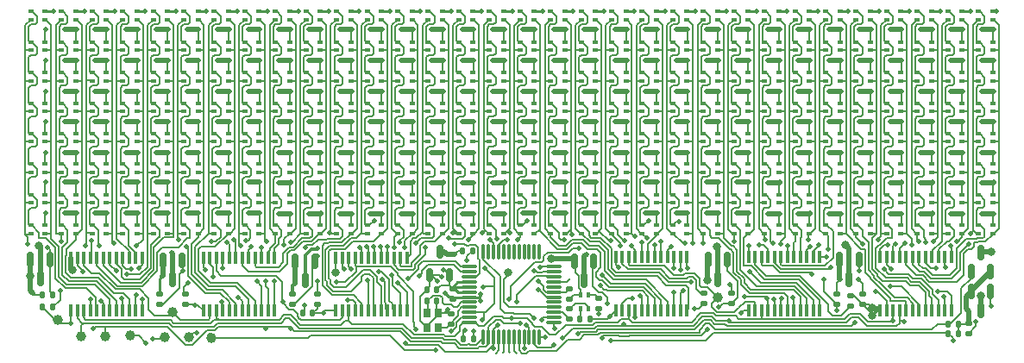
<source format=gbr>
%TF.GenerationSoftware,KiCad,Pcbnew,7.0.6*%
%TF.CreationDate,2023-07-18T02:13:15+02:00*%
%TF.ProjectId,ledboad,6c656462-6f61-4642-9e6b-696361645f70,rev?*%
%TF.SameCoordinates,Original*%
%TF.FileFunction,Copper,L1,Top*%
%TF.FilePolarity,Positive*%
%FSLAX46Y46*%
G04 Gerber Fmt 4.6, Leading zero omitted, Abs format (unit mm)*
G04 Created by KiCad (PCBNEW 7.0.6) date 2023-07-18 02:13:15*
%MOMM*%
%LPD*%
G01*
G04 APERTURE LIST*
G04 Aperture macros list*
%AMRoundRect*
0 Rectangle with rounded corners*
0 $1 Rounding radius*
0 $2 $3 $4 $5 $6 $7 $8 $9 X,Y pos of 4 corners*
0 Add a 4 corners polygon primitive as box body*
4,1,4,$2,$3,$4,$5,$6,$7,$8,$9,$2,$3,0*
0 Add four circle primitives for the rounded corners*
1,1,$1+$1,$2,$3*
1,1,$1+$1,$4,$5*
1,1,$1+$1,$6,$7*
1,1,$1+$1,$8,$9*
0 Add four rect primitives between the rounded corners*
20,1,$1+$1,$2,$3,$4,$5,0*
20,1,$1+$1,$4,$5,$6,$7,0*
20,1,$1+$1,$6,$7,$8,$9,0*
20,1,$1+$1,$8,$9,$2,$3,0*%
G04 Aperture macros list end*
%TA.AperFunction,SMDPad,CuDef*%
%ADD10R,0.600000X0.400000*%
%TD*%
%TA.AperFunction,SMDPad,CuDef*%
%ADD11R,0.400000X1.200000*%
%TD*%
%TA.AperFunction,SMDPad,CuDef*%
%ADD12RoundRect,0.075000X-0.662500X-0.075000X0.662500X-0.075000X0.662500X0.075000X-0.662500X0.075000X0*%
%TD*%
%TA.AperFunction,SMDPad,CuDef*%
%ADD13RoundRect,0.075000X-0.075000X-0.662500X0.075000X-0.662500X0.075000X0.662500X-0.075000X0.662500X0*%
%TD*%
%TA.AperFunction,SMDPad,CuDef*%
%ADD14RoundRect,0.150000X-0.150000X0.587500X-0.150000X-0.587500X0.150000X-0.587500X0.150000X0.587500X0*%
%TD*%
%TA.AperFunction,SMDPad,CuDef*%
%ADD15RoundRect,0.135000X-0.185000X0.135000X-0.185000X-0.135000X0.185000X-0.135000X0.185000X0.135000X0*%
%TD*%
%TA.AperFunction,SMDPad,CuDef*%
%ADD16C,1.000000*%
%TD*%
%TA.AperFunction,SMDPad,CuDef*%
%ADD17RoundRect,0.135000X0.185000X-0.135000X0.185000X0.135000X-0.185000X0.135000X-0.185000X-0.135000X0*%
%TD*%
%TA.AperFunction,SMDPad,CuDef*%
%ADD18RoundRect,0.140000X-0.140000X-0.170000X0.140000X-0.170000X0.140000X0.170000X-0.140000X0.170000X0*%
%TD*%
%TA.AperFunction,SMDPad,CuDef*%
%ADD19RoundRect,0.135000X0.135000X0.185000X-0.135000X0.185000X-0.135000X-0.185000X0.135000X-0.185000X0*%
%TD*%
%TA.AperFunction,SMDPad,CuDef*%
%ADD20R,0.800000X0.900000*%
%TD*%
%TA.AperFunction,SMDPad,CuDef*%
%ADD21RoundRect,0.140000X0.140000X0.170000X-0.140000X0.170000X-0.140000X-0.170000X0.140000X-0.170000X0*%
%TD*%
%TA.AperFunction,SMDPad,CuDef*%
%ADD22RoundRect,0.150000X0.150000X-0.587500X0.150000X0.587500X-0.150000X0.587500X-0.150000X-0.587500X0*%
%TD*%
%TA.AperFunction,SMDPad,CuDef*%
%ADD23RoundRect,0.150000X0.150000X-0.512500X0.150000X0.512500X-0.150000X0.512500X-0.150000X-0.512500X0*%
%TD*%
%TA.AperFunction,SMDPad,CuDef*%
%ADD24RoundRect,0.140000X-0.170000X0.140000X-0.170000X-0.140000X0.170000X-0.140000X0.170000X0.140000X0*%
%TD*%
%TA.AperFunction,SMDPad,CuDef*%
%ADD25RoundRect,0.140000X0.170000X-0.140000X0.170000X0.140000X-0.170000X0.140000X-0.170000X-0.140000X0*%
%TD*%
%TA.AperFunction,SMDPad,CuDef*%
%ADD26RoundRect,0.135000X-0.135000X-0.185000X0.135000X-0.185000X0.135000X0.185000X-0.135000X0.185000X0*%
%TD*%
%TA.AperFunction,SMDPad,CuDef*%
%ADD27R,0.400000X0.600000*%
%TD*%
%TA.AperFunction,ViaPad*%
%ADD28C,0.500000*%
%TD*%
%TA.AperFunction,ViaPad*%
%ADD29C,0.800000*%
%TD*%
%TA.AperFunction,Conductor*%
%ADD30C,0.150000*%
%TD*%
%TA.AperFunction,Conductor*%
%ADD31C,0.250000*%
%TD*%
%TA.AperFunction,Conductor*%
%ADD32C,0.500000*%
%TD*%
%TA.AperFunction,Conductor*%
%ADD33C,0.300000*%
%TD*%
G04 APERTURE END LIST*
D10*
%TO.P,D5_6,1,RK*%
%TO.N,/COL_R5*%
X61597430Y-33698700D03*
%TO.P,D5_6,2,A*%
%TO.N,/ROW_5*%
X62997430Y-33698700D03*
%TO.P,D5_6,3,BK*%
%TO.N,/COL_B5*%
X62997430Y-34498700D03*
%TO.P,D5_6,4,GK*%
%TO.N,/COL_G5*%
X61597430Y-34498700D03*
%TD*%
%TO.P,D8_4,1,RK*%
%TO.N,/COL_R8*%
X70595888Y-27699220D03*
%TO.P,D8_4,2,A*%
%TO.N,/ROW_3*%
X71995888Y-27699220D03*
%TO.P,D8_4,3,BK*%
%TO.N,/COL_B8*%
X71995888Y-28499220D03*
%TO.P,D8_4,4,GK*%
%TO.N,/COL_G8*%
X70595888Y-28499220D03*
%TD*%
%TO.P,D11_3,1,RK*%
%TO.N,/COL_R11*%
X79594346Y-24699480D03*
%TO.P,D11_3,2,A*%
%TO.N,/ROW_2*%
X80994346Y-24699480D03*
%TO.P,D11_3,3,BK*%
%TO.N,/COL_B11*%
X80994346Y-25499480D03*
%TO.P,D11_3,4,GK*%
%TO.N,/COL_G11*%
X79594346Y-25499480D03*
%TD*%
%TO.P,D3_7,1,RK*%
%TO.N,/COL_R3*%
X55598458Y-36698440D03*
%TO.P,D3_7,2,A*%
%TO.N,/ROW_6*%
X56998458Y-36698440D03*
%TO.P,D3_7,3,BK*%
%TO.N,/COL_B3*%
X56998458Y-37498440D03*
%TO.P,D3_7,4,GK*%
%TO.N,/COL_G3*%
X55598458Y-37498440D03*
%TD*%
%TO.P,D0_3,1,RK*%
%TO.N,/COL_R0*%
X46600000Y-24699480D03*
%TO.P,D0_3,2,A*%
%TO.N,/ROW_2*%
X48000000Y-24699480D03*
%TO.P,D0_3,3,BK*%
%TO.N,/COL_B0*%
X48000000Y-25499480D03*
%TO.P,D0_3,4,GK*%
%TO.N,/COL_G0*%
X46600000Y-25499480D03*
%TD*%
%TO.P,D3_5,1,RK*%
%TO.N,/COL_R3*%
X55598458Y-30698960D03*
%TO.P,D3_5,2,A*%
%TO.N,/ROW_4*%
X56998458Y-30698960D03*
%TO.P,D3_5,3,BK*%
%TO.N,/COL_B3*%
X56998458Y-31498960D03*
%TO.P,D3_5,4,GK*%
%TO.N,/COL_G3*%
X55598458Y-31498960D03*
%TD*%
%TO.P,D4_3,1,RK*%
%TO.N,/COL_R4*%
X58597944Y-24699480D03*
%TO.P,D4_3,2,A*%
%TO.N,/ROW_2*%
X59997944Y-24699480D03*
%TO.P,D4_3,3,BK*%
%TO.N,/COL_B4*%
X59997944Y-25499480D03*
%TO.P,D4_3,4,GK*%
%TO.N,/COL_G4*%
X58597944Y-25499480D03*
%TD*%
%TO.P,D17_6,1,RK*%
%TO.N,/COL_R17*%
X97591262Y-33698700D03*
%TO.P,D17_6,2,A*%
%TO.N,/ROW_5*%
X98991262Y-33698700D03*
%TO.P,D17_6,3,BK*%
%TO.N,/COL_B17*%
X98991262Y-34498700D03*
%TO.P,D17_6,4,GK*%
%TO.N,/COL_G17*%
X97591262Y-34498700D03*
%TD*%
%TO.P,D22_2,1,RK*%
%TO.N,/COL_R22*%
X112587005Y-21699740D03*
%TO.P,D22_2,2,A*%
%TO.N,/ROW_1*%
X113987005Y-21699740D03*
%TO.P,D22_2,3,BK*%
%TO.N,/COL_B22*%
X113987005Y-22499740D03*
%TO.P,D22_2,4,GK*%
%TO.N,/COL_G22*%
X112587005Y-22499740D03*
%TD*%
%TO.P,D25_2,1,RK*%
%TO.N,/COL_R25*%
X121587150Y-21699740D03*
%TO.P,D25_2,2,A*%
%TO.N,/ROW_1*%
X122987150Y-21699740D03*
%TO.P,D25_2,3,BK*%
%TO.N,/COL_B25*%
X122987150Y-22499740D03*
%TO.P,D25_2,4,GK*%
%TO.N,/COL_G25*%
X121587150Y-22499740D03*
%TD*%
%TO.P,D13_5,1,RK*%
%TO.N,/COL_R13*%
X85593318Y-30698960D03*
%TO.P,D13_5,2,A*%
%TO.N,/ROW_4*%
X86993318Y-30698960D03*
%TO.P,D13_5,3,BK*%
%TO.N,/COL_B13*%
X86993318Y-31498960D03*
%TO.P,D13_5,4,GK*%
%TO.N,/COL_G13*%
X85593318Y-31498960D03*
%TD*%
%TO.P,D25_6,1,RK*%
%TO.N,/COL_R25*%
X121587150Y-33698700D03*
%TO.P,D25_6,2,A*%
%TO.N,/ROW_5*%
X122987150Y-33698700D03*
%TO.P,D25_6,3,BK*%
%TO.N,/COL_B25*%
X122987150Y-34498700D03*
%TO.P,D25_6,4,GK*%
%TO.N,/COL_G25*%
X121587150Y-34498700D03*
%TD*%
%TO.P,D13_6,1,RK*%
%TO.N,/COL_R13*%
X85593318Y-33698700D03*
%TO.P,D13_6,2,A*%
%TO.N,/ROW_5*%
X86993318Y-33698700D03*
%TO.P,D13_6,3,BK*%
%TO.N,/COL_B13*%
X86993318Y-34498700D03*
%TO.P,D13_6,4,GK*%
%TO.N,/COL_G13*%
X85593318Y-34498700D03*
%TD*%
%TO.P,D17_2,1,RK*%
%TO.N,/COL_R17*%
X97591262Y-21699740D03*
%TO.P,D17_2,2,A*%
%TO.N,/ROW_1*%
X98991262Y-21699740D03*
%TO.P,D17_2,3,BK*%
%TO.N,/COL_B17*%
X98991262Y-22499740D03*
%TO.P,D17_2,4,GK*%
%TO.N,/COL_G17*%
X97591262Y-22499740D03*
%TD*%
D11*
%TO.P,RU2,1,GND*%
%TO.N,GND*%
X104007500Y-48037500D03*
%TO.P,RU2,2,SDI*%
%TO.N,/DAT3*%
X104642500Y-48037500D03*
%TO.P,RU2,3,CLK*%
%TO.N,/SCLK*%
X105277500Y-48037500D03*
%TO.P,RU2,4,LA*%
%TO.N,/LAT*%
X105912500Y-48037500D03*
%TO.P,RU2,5,O0*%
%TO.N,/COL_R16*%
X106547500Y-48037500D03*
%TO.P,RU2,6,O1*%
%TO.N,/COL_G16*%
X107182500Y-48037500D03*
%TO.P,RU2,7,O2*%
%TO.N,/COL_B16*%
X107817500Y-48037500D03*
%TO.P,RU2,8,O3*%
%TO.N,/COL_R17*%
X108452500Y-48037500D03*
%TO.P,RU2,9,O4*%
%TO.N,/COL_G17*%
X109087500Y-48037500D03*
%TO.P,RU2,10,O5*%
%TO.N,/COL_B17*%
X109722500Y-48037500D03*
%TO.P,RU2,11,O6*%
%TO.N,/COL_R18*%
X110357500Y-48037500D03*
%TO.P,RU2,12,O7*%
%TO.N,/COL_G18*%
X110992500Y-48037500D03*
%TO.P,RU2,13,O8*%
%TO.N,/COL_B18*%
X110992500Y-42837500D03*
%TO.P,RU2,14,O9*%
%TO.N,/COL_R19*%
X110357500Y-42837500D03*
%TO.P,RU2,15,O10*%
%TO.N,/COL_G19*%
X109722500Y-42837500D03*
%TO.P,RU2,16,O11*%
%TO.N,/COL_B19*%
X109087500Y-42837500D03*
%TO.P,RU2,17,O12*%
%TO.N,/COL_R20*%
X108452500Y-42837500D03*
%TO.P,RU2,18,O13*%
%TO.N,/COL_G20*%
X107817500Y-42837500D03*
%TO.P,RU2,19,O14*%
%TO.N,/COL_B20*%
X107182500Y-42837500D03*
%TO.P,RU2,20,O15*%
%TO.N,/COL_R21*%
X106547500Y-42837500D03*
%TO.P,RU2,21,~{OE}*%
%TO.N,/OE*%
X105912500Y-42837500D03*
%TO.P,RU2,22,SDO*%
%TO.N,/DAT4*%
X105277500Y-42837500D03*
%TO.P,RU2,23,REXT*%
%TO.N,Net-(RU2-REXT)*%
X104642500Y-42837500D03*
%TO.P,RU2,24,VDD*%
%TO.N,VDD*%
X104007500Y-42837500D03*
%TD*%
D10*
%TO.P,D8_2,1,RK*%
%TO.N,/COL_R8*%
X70595888Y-21699740D03*
%TO.P,D8_2,2,A*%
%TO.N,/ROW_1*%
X71995888Y-21699740D03*
%TO.P,D8_2,3,BK*%
%TO.N,/COL_B8*%
X71995888Y-22499740D03*
%TO.P,D8_2,4,GK*%
%TO.N,/COL_G8*%
X70595888Y-22499740D03*
%TD*%
D11*
%TO.P,RU1,1,GND*%
%TO.N,GND*%
X50507500Y-48100000D03*
%TO.P,RU1,2,SDI*%
%TO.N,/DAT0*%
X51142500Y-48100000D03*
%TO.P,RU1,3,CLK*%
%TO.N,/SCLK*%
X51777500Y-48100000D03*
%TO.P,RU1,4,LA*%
%TO.N,/LAT*%
X52412500Y-48100000D03*
%TO.P,RU1,5,O0*%
%TO.N,/COL_R0*%
X53047500Y-48100000D03*
%TO.P,RU1,6,O1*%
%TO.N,/COL_G0*%
X53682500Y-48100000D03*
%TO.P,RU1,7,O2*%
%TO.N,/COL_B0*%
X54317500Y-48100000D03*
%TO.P,RU1,8,O3*%
%TO.N,/COL_R1*%
X54952500Y-48100000D03*
%TO.P,RU1,9,O4*%
%TO.N,/COL_G1*%
X55587500Y-48100000D03*
%TO.P,RU1,10,O5*%
%TO.N,/COL_B1*%
X56222500Y-48100000D03*
%TO.P,RU1,11,O6*%
%TO.N,/COL_R2*%
X56857500Y-48100000D03*
%TO.P,RU1,12,O7*%
%TO.N,/COL_G2*%
X57492500Y-48100000D03*
%TO.P,RU1,13,O8*%
%TO.N,/COL_B2*%
X57492500Y-42900000D03*
%TO.P,RU1,14,O9*%
%TO.N,/COL_R3*%
X56857500Y-42900000D03*
%TO.P,RU1,15,O10*%
%TO.N,/COL_G3*%
X56222500Y-42900000D03*
%TO.P,RU1,16,O11*%
%TO.N,/COL_B3*%
X55587500Y-42900000D03*
%TO.P,RU1,17,O12*%
%TO.N,/COL_R4*%
X54952500Y-42900000D03*
%TO.P,RU1,18,O13*%
%TO.N,/COL_G4*%
X54317500Y-42900000D03*
%TO.P,RU1,19,O14*%
%TO.N,/COL_B4*%
X53682500Y-42900000D03*
%TO.P,RU1,20,O15*%
%TO.N,/COL_R5*%
X53047500Y-42900000D03*
%TO.P,RU1,21,~{OE}*%
%TO.N,/OE*%
X52412500Y-42900000D03*
%TO.P,RU1,22,SDO*%
%TO.N,/DAT1*%
X51777500Y-42900000D03*
%TO.P,RU1,23,REXT*%
%TO.N,Net-(RU1-REXT)*%
X51142500Y-42900000D03*
%TO.P,RU1,24,VDD*%
%TO.N,VDD*%
X50507500Y-42900000D03*
%TD*%
D10*
%TO.P,D2_4,1,RK*%
%TO.N,/COL_R2*%
X52598972Y-27699220D03*
%TO.P,D2_4,2,A*%
%TO.N,/ROW_3*%
X53998972Y-27699220D03*
%TO.P,D2_4,3,BK*%
%TO.N,/COL_B2*%
X53998972Y-28499220D03*
%TO.P,D2_4,4,GK*%
%TO.N,/COL_G2*%
X52598972Y-28499220D03*
%TD*%
%TO.P,D23_7,1,RK*%
%TO.N,/COL_R23*%
X115588178Y-36698440D03*
%TO.P,D23_7,2,A*%
%TO.N,/ROW_6*%
X116988178Y-36698440D03*
%TO.P,D23_7,3,BK*%
%TO.N,/COL_B23*%
X116988178Y-37498440D03*
%TO.P,D23_7,4,GK*%
%TO.N,/COL_G23*%
X115588178Y-37498440D03*
%TD*%
%TO.P,D20_4,1,RK*%
%TO.N,/COL_R20*%
X106589720Y-27699220D03*
%TO.P,D20_4,2,A*%
%TO.N,/ROW_3*%
X107989720Y-27699220D03*
%TO.P,D20_4,3,BK*%
%TO.N,/COL_B20*%
X107989720Y-28499220D03*
%TO.P,D20_4,4,GK*%
%TO.N,/COL_G20*%
X106589720Y-28499220D03*
%TD*%
%TO.P,D30_4,1,RK*%
%TO.N,/COL_R30*%
X136584580Y-27699220D03*
%TO.P,D30_4,2,A*%
%TO.N,/ROW_3*%
X137984580Y-27699220D03*
%TO.P,D30_4,3,BK*%
%TO.N,/COL_B30*%
X137984580Y-28499220D03*
%TO.P,D30_4,4,GK*%
%TO.N,/COL_G30*%
X136584580Y-28499220D03*
%TD*%
%TO.P,D9_7,1,RK*%
%TO.N,/COL_R9*%
X73595374Y-36698440D03*
%TO.P,D9_7,2,A*%
%TO.N,/ROW_6*%
X74995374Y-36698440D03*
%TO.P,D9_7,3,BK*%
%TO.N,/COL_B9*%
X74995374Y-37498440D03*
%TO.P,D9_7,4,GK*%
%TO.N,/COL_G9*%
X73595374Y-37498440D03*
%TD*%
%TO.P,D30_7,1,RK*%
%TO.N,/COL_R30*%
X136584580Y-36698440D03*
%TO.P,D30_7,2,A*%
%TO.N,/ROW_6*%
X137984580Y-36698440D03*
%TO.P,D30_7,3,BK*%
%TO.N,/COL_B30*%
X137984580Y-37498440D03*
%TO.P,D30_7,4,GK*%
%TO.N,/COL_G30*%
X136584580Y-37498440D03*
%TD*%
%TO.P,D22_7,1,RK*%
%TO.N,/COL_R22*%
X112587005Y-36698440D03*
%TO.P,D22_7,2,A*%
%TO.N,/ROW_6*%
X113987005Y-36698440D03*
%TO.P,D22_7,3,BK*%
%TO.N,/COL_B22*%
X113987005Y-37498440D03*
%TO.P,D22_7,4,GK*%
%TO.N,/COL_G22*%
X112587005Y-37498440D03*
%TD*%
D12*
%TO.P,U1,1,PC13*%
%TO.N,/ROW_2_CTRL*%
X89587500Y-43750000D03*
%TO.P,U1,2,PC14*%
%TO.N,/ROW_1_CTRL*%
X89587500Y-44250000D03*
%TO.P,U1,3,PC15*%
%TO.N,/ROW_0_CTRL*%
X89587500Y-44750000D03*
%TO.P,U1,4,VBAT*%
%TO.N,+3V3*%
X89587500Y-45250000D03*
%TO.P,U1,5,VREF+*%
X89587500Y-45750000D03*
%TO.P,U1,6,VDD*%
X89587500Y-46250000D03*
%TO.P,U1,7,VSS*%
%TO.N,GND*%
X89587500Y-46750000D03*
%TO.P,U1,8,PF0*%
%TO.N,Net-(U1-PF0)*%
X89587500Y-47250000D03*
%TO.P,U1,9,PF1*%
%TO.N,Net-(U1-PF1)*%
X89587500Y-47750000D03*
%TO.P,U1,10,NRST*%
%TO.N,/STM_NRST*%
X89587500Y-48250000D03*
%TO.P,U1,11,PA0*%
%TO.N,/ADC*%
X89587500Y-48750000D03*
%TO.P,U1,12,PA1*%
%TO.N,/SCLK*%
X89587500Y-49250000D03*
D13*
%TO.P,U1,13,PA2*%
%TO.N,/DAT0*%
X91000000Y-50662500D03*
%TO.P,U1,14,PA3*%
%TO.N,/LAT*%
X91500000Y-50662500D03*
%TO.P,U1,15,PA4*%
%TO.N,/OE*%
X92000000Y-50662500D03*
%TO.P,U1,16,PA5*%
%TO.N,unconnected-(U1-PA5-Pad16)*%
X92500000Y-50662500D03*
%TO.P,U1,17,PA6*%
%TO.N,unconnected-(U1-PA6-Pad17)*%
X93000000Y-50662500D03*
%TO.P,U1,18,PA7*%
%TO.N,unconnected-(U1-PA7-Pad18)*%
X93500000Y-50662500D03*
%TO.P,U1,19,PB0*%
%TO.N,/SPI1_NSS*%
X94000000Y-50662500D03*
%TO.P,U1,20,PB1*%
%TO.N,/ROW_7_CTRL*%
X94500000Y-50662500D03*
%TO.P,U1,21,PB2*%
%TO.N,/SPI2_MISO*%
X95000000Y-50662500D03*
%TO.P,U1,22,PB10*%
%TO.N,/SPI2_SCLK*%
X95500000Y-50662500D03*
%TO.P,U1,23,PB11*%
%TO.N,/SPI2_MOSI*%
X96000000Y-50662500D03*
%TO.P,U1,24,PB12*%
%TO.N,/SPI2_NSS*%
X96500000Y-50662500D03*
D12*
%TO.P,U1,25,PB13*%
%TO.N,/ROW_5_CTRL*%
X97912500Y-49250000D03*
%TO.P,U1,26,PB14*%
%TO.N,/ROW_6_CTRL*%
X97912500Y-48750000D03*
%TO.P,U1,27,PB15*%
%TO.N,/STM_LEDG*%
X97912500Y-48250000D03*
%TO.P,U1,28,PA8*%
%TO.N,unconnected-(U1-PA8-Pad28)*%
X97912500Y-47750000D03*
%TO.P,U1,29,PA9/NC*%
%TO.N,unconnected-(U1-PA9{slash}NC-Pad29)*%
X97912500Y-47250000D03*
%TO.P,U1,30,PC6*%
%TO.N,/STM_LEDB*%
X97912500Y-46750000D03*
%TO.P,U1,31,PC7*%
%TO.N,/ROW_4_CTRL*%
X97912500Y-46250000D03*
%TO.P,U1,32,PA10/NC*%
%TO.N,unconnected-(U1-PA10{slash}NC-Pad32)*%
X97912500Y-45750000D03*
%TO.P,U1,33,PA11/PA9*%
%TO.N,unconnected-(U1-PA11{slash}PA9-Pad33)*%
X97912500Y-45250000D03*
%TO.P,U1,34,PA12/PA10*%
%TO.N,/WS2812_DAT*%
X97912500Y-44750000D03*
%TO.P,U1,35,PA13*%
%TO.N,/STM_SWDIO*%
X97912500Y-44250000D03*
%TO.P,U1,36,PA14*%
%TO.N,/STM_SWCLK*%
X97912500Y-43750000D03*
D13*
%TO.P,U1,37,PA15*%
%TO.N,unconnected-(U1-PA15-Pad37)*%
X96500000Y-42337500D03*
%TO.P,U1,38,PD0*%
%TO.N,unconnected-(U1-PD0-Pad38)*%
X96000000Y-42337500D03*
%TO.P,U1,39,PD1*%
%TO.N,unconnected-(U1-PD1-Pad39)*%
X95500000Y-42337500D03*
%TO.P,U1,40,PD2*%
%TO.N,unconnected-(U1-PD2-Pad40)*%
X95000000Y-42337500D03*
%TO.P,U1,41,PD3*%
%TO.N,unconnected-(U1-PD3-Pad41)*%
X94500000Y-42337500D03*
%TO.P,U1,42,PB3*%
%TO.N,unconnected-(U1-PB3-Pad42)*%
X94000000Y-42337500D03*
%TO.P,U1,43,PB4*%
%TO.N,unconnected-(U1-PB4-Pad43)*%
X93500000Y-42337500D03*
%TO.P,U1,44,PB5*%
%TO.N,unconnected-(U1-PB5-Pad44)*%
X93000000Y-42337500D03*
%TO.P,U1,45,PB6*%
%TO.N,/USART_TX*%
X92500000Y-42337500D03*
%TO.P,U1,46,PB7*%
%TO.N,/USART_RX*%
X92000000Y-42337500D03*
%TO.P,U1,47,PB8*%
%TO.N,unconnected-(U1-PB8-Pad47)*%
X91500000Y-42337500D03*
%TO.P,U1,48,PB9*%
%TO.N,/ROW_3_CTRL*%
X91000000Y-42337500D03*
%TD*%
D10*
%TO.P,D13_2,1,RK*%
%TO.N,/COL_R13*%
X85593318Y-21699740D03*
%TO.P,D13_2,2,A*%
%TO.N,/ROW_1*%
X86993318Y-21699740D03*
%TO.P,D13_2,3,BK*%
%TO.N,/COL_B13*%
X86993318Y-22499740D03*
%TO.P,D13_2,4,GK*%
%TO.N,/COL_G13*%
X85593318Y-22499740D03*
%TD*%
D14*
%TO.P,Q2,1,G*%
%TO.N,/ROW_4_CTRL*%
X101850000Y-43200000D03*
%TO.P,Q2,2,S*%
%TO.N,VDD*%
X99950000Y-43200000D03*
%TO.P,Q2,3,D*%
%TO.N,/ROW_4*%
X100900000Y-45075000D03*
%TD*%
D10*
%TO.P,D14_7,1,RK*%
%TO.N,/COL_R14*%
X88592804Y-36698440D03*
%TO.P,D14_7,2,A*%
%TO.N,/ROW_6*%
X89992804Y-36698440D03*
%TO.P,D14_7,3,BK*%
%TO.N,/COL_B14*%
X89992804Y-37498440D03*
%TO.P,D14_7,4,GK*%
%TO.N,/COL_G14*%
X88592804Y-37498440D03*
%TD*%
D15*
%TO.P,R13,1*%
%TO.N,Net-(RU5-REXT)*%
X74725000Y-46440000D03*
%TO.P,R13,2*%
%TO.N,GND*%
X74725000Y-47460000D03*
%TD*%
D10*
%TO.P,D18_7,1,RK*%
%TO.N,/COL_R18*%
X100590748Y-36698440D03*
%TO.P,D18_7,2,A*%
%TO.N,/ROW_6*%
X101990748Y-36698440D03*
%TO.P,D18_7,3,BK*%
%TO.N,/COL_B18*%
X101990748Y-37498440D03*
%TO.P,D18_7,4,GK*%
%TO.N,/COL_G18*%
X100590748Y-37498440D03*
%TD*%
D16*
%TO.P,TP5,1,1*%
%TO.N,/DAT0*%
X51550000Y-50600000D03*
%TD*%
D10*
%TO.P,D1_1,1,RK*%
%TO.N,/COL_R1*%
X49599486Y-18700000D03*
%TO.P,D1_1,2,A*%
%TO.N,/ROW_0*%
X50999486Y-18700000D03*
%TO.P,D1_1,3,BK*%
%TO.N,/COL_B1*%
X50999486Y-19500000D03*
%TO.P,D1_1,4,GK*%
%TO.N,/COL_G1*%
X49599486Y-19500000D03*
%TD*%
D11*
%TO.P,RU6,1,GND*%
%TO.N,GND*%
X129957500Y-48025000D03*
%TO.P,RU6,2,SDI*%
%TO.N,/DAT5*%
X130592500Y-48025000D03*
%TO.P,RU6,3,CLK*%
%TO.N,/SCLK*%
X131227500Y-48025000D03*
%TO.P,RU6,4,LA*%
%TO.N,/LAT*%
X131862500Y-48025000D03*
%TO.P,RU6,5,O0*%
%TO.N,/COL_B26*%
X132497500Y-48025000D03*
%TO.P,RU6,6,O1*%
%TO.N,/COL_R27*%
X133132500Y-48025000D03*
%TO.P,RU6,7,O2*%
%TO.N,/COL_G27*%
X133767500Y-48025000D03*
%TO.P,RU6,8,O3*%
%TO.N,/COL_B27*%
X134402500Y-48025000D03*
%TO.P,RU6,9,O4*%
%TO.N,/COL_R28*%
X135037500Y-48025000D03*
%TO.P,RU6,10,O5*%
%TO.N,/COL_G28*%
X135672500Y-48025000D03*
%TO.P,RU6,11,O6*%
%TO.N,/COL_B28*%
X136307500Y-48025000D03*
%TO.P,RU6,12,O7*%
%TO.N,/COL_R29*%
X136942500Y-48025000D03*
%TO.P,RU6,13,O8*%
%TO.N,/COL_G29*%
X136942500Y-42825000D03*
%TO.P,RU6,14,O9*%
%TO.N,/COL_B29*%
X136307500Y-42825000D03*
%TO.P,RU6,15,O10*%
%TO.N,/COL_R30*%
X135672500Y-42825000D03*
%TO.P,RU6,16,O11*%
%TO.N,/COL_G30*%
X135037500Y-42825000D03*
%TO.P,RU6,17,O12*%
%TO.N,/COL_B30*%
X134402500Y-42825000D03*
%TO.P,RU6,18,O13*%
%TO.N,/COL_R31*%
X133767500Y-42825000D03*
%TO.P,RU6,19,O14*%
%TO.N,/COL_G31*%
X133132500Y-42825000D03*
%TO.P,RU6,20,O15*%
%TO.N,/COL_B31*%
X132497500Y-42825000D03*
%TO.P,RU6,21,~{OE}*%
%TO.N,/OE*%
X131862500Y-42825000D03*
%TO.P,RU6,22,SDO*%
%TO.N,/DAT6*%
X131227500Y-42825000D03*
%TO.P,RU6,23,REXT*%
%TO.N,Net-(RU6-REXT)*%
X130592500Y-42825000D03*
%TO.P,RU6,24,VDD*%
%TO.N,VDD*%
X129957500Y-42825000D03*
%TD*%
D10*
%TO.P,D31_4,1,RK*%
%TO.N,/COL_R31*%
X139584066Y-27699220D03*
%TO.P,D31_4,2,A*%
%TO.N,/ROW_3*%
X140984066Y-27699220D03*
%TO.P,D31_4,3,BK*%
%TO.N,/COL_B31*%
X140984066Y-28499220D03*
%TO.P,D31_4,4,GK*%
%TO.N,/COL_G31*%
X139584066Y-28499220D03*
%TD*%
%TO.P,D4_8,1,RK*%
%TO.N,/COL_R4*%
X58597944Y-39698180D03*
%TO.P,D4_8,2,A*%
%TO.N,/ROW_7*%
X59997944Y-39698180D03*
%TO.P,D4_8,3,BK*%
%TO.N,/COL_B4*%
X59997944Y-40498180D03*
%TO.P,D4_8,4,GK*%
%TO.N,/COL_G4*%
X58597944Y-40498180D03*
%TD*%
%TO.P,D18_3,1,RK*%
%TO.N,/COL_R18*%
X100590748Y-24699480D03*
%TO.P,D18_3,2,A*%
%TO.N,/ROW_2*%
X101990748Y-24699480D03*
%TO.P,D18_3,3,BK*%
%TO.N,/COL_B18*%
X101990748Y-25499480D03*
%TO.P,D18_3,4,GK*%
%TO.N,/COL_G18*%
X100590748Y-25499480D03*
%TD*%
%TO.P,D23_5,1,RK*%
%TO.N,/COL_R23*%
X115588178Y-30698960D03*
%TO.P,D23_5,2,A*%
%TO.N,/ROW_4*%
X116988178Y-30698960D03*
%TO.P,D23_5,3,BK*%
%TO.N,/COL_B23*%
X116988178Y-31498960D03*
%TO.P,D23_5,4,GK*%
%TO.N,/COL_G23*%
X115588178Y-31498960D03*
%TD*%
%TO.P,D21_3,1,RK*%
%TO.N,/COL_R21*%
X109589206Y-24699480D03*
%TO.P,D21_3,2,A*%
%TO.N,/ROW_2*%
X110989206Y-24699480D03*
%TO.P,D21_3,3,BK*%
%TO.N,/COL_B21*%
X110989206Y-25499480D03*
%TO.P,D21_3,4,GK*%
%TO.N,/COL_G21*%
X109589206Y-25499480D03*
%TD*%
%TO.P,D13_4,1,RK*%
%TO.N,/COL_R13*%
X85593318Y-27699220D03*
%TO.P,D13_4,2,A*%
%TO.N,/ROW_3*%
X86993318Y-27699220D03*
%TO.P,D13_4,3,BK*%
%TO.N,/COL_B13*%
X86993318Y-28499220D03*
%TO.P,D13_4,4,GK*%
%TO.N,/COL_G13*%
X85593318Y-28499220D03*
%TD*%
%TO.P,D24_7,1,RK*%
%TO.N,/COL_R24*%
X118587664Y-36698440D03*
%TO.P,D24_7,2,A*%
%TO.N,/ROW_6*%
X119987664Y-36698440D03*
%TO.P,D24_7,3,BK*%
%TO.N,/COL_B24*%
X119987664Y-37498440D03*
%TO.P,D24_7,4,GK*%
%TO.N,/COL_G24*%
X118587664Y-37498440D03*
%TD*%
%TO.P,D18_2,1,RK*%
%TO.N,/COL_R18*%
X100590748Y-21699740D03*
%TO.P,D18_2,2,A*%
%TO.N,/ROW_1*%
X101990748Y-21699740D03*
%TO.P,D18_2,3,BK*%
%TO.N,/COL_B18*%
X101990748Y-22499740D03*
%TO.P,D18_2,4,GK*%
%TO.N,/COL_G18*%
X100590748Y-22499740D03*
%TD*%
D17*
%TO.P,R2,1*%
%TO.N,VDD*%
X99450000Y-46935000D03*
%TO.P,R2,2*%
%TO.N,/ROW_4_CTRL*%
X99450000Y-45915000D03*
%TD*%
D10*
%TO.P,D24_3,1,RK*%
%TO.N,/COL_R24*%
X118587664Y-24699480D03*
%TO.P,D24_3,2,A*%
%TO.N,/ROW_2*%
X119987664Y-24699480D03*
%TO.P,D24_3,3,BK*%
%TO.N,/COL_B24*%
X119987664Y-25499480D03*
%TO.P,D24_3,4,GK*%
%TO.N,/COL_G24*%
X118587664Y-25499480D03*
%TD*%
D14*
%TO.P,Q5,1,G*%
%TO.N,/ROW_2_CTRL*%
X74450000Y-43200000D03*
%TO.P,Q5,2,S*%
%TO.N,VDD*%
X72550000Y-43200000D03*
%TO.P,Q5,3,D*%
%TO.N,/ROW_2*%
X73500000Y-45075000D03*
%TD*%
%TO.P,Q3,1,G*%
%TO.N,/ROW_1_CTRL*%
X61450000Y-43125000D03*
%TO.P,Q3,2,S*%
%TO.N,VDD*%
X59550000Y-43125000D03*
%TO.P,Q3,3,D*%
%TO.N,/ROW_1*%
X60500000Y-45000000D03*
%TD*%
D10*
%TO.P,D2_5,1,RK*%
%TO.N,/COL_R2*%
X52598972Y-30698960D03*
%TO.P,D2_5,2,A*%
%TO.N,/ROW_4*%
X53998972Y-30698960D03*
%TO.P,D2_5,3,BK*%
%TO.N,/COL_B2*%
X53998972Y-31498960D03*
%TO.P,D2_5,4,GK*%
%TO.N,/COL_G2*%
X52598972Y-31498960D03*
%TD*%
D15*
%TO.P,R11,1*%
%TO.N,Net-(RU3-REXT)*%
X61750000Y-46440000D03*
%TO.P,R11,2*%
%TO.N,GND*%
X61750000Y-47460000D03*
%TD*%
D10*
%TO.P,D17_5,1,RK*%
%TO.N,/COL_R17*%
X97591262Y-30698960D03*
%TO.P,D17_5,2,A*%
%TO.N,/ROW_4*%
X98991262Y-30698960D03*
%TO.P,D17_5,3,BK*%
%TO.N,/COL_B17*%
X98991262Y-31498960D03*
%TO.P,D17_5,4,GK*%
%TO.N,/COL_G17*%
X97591262Y-31498960D03*
%TD*%
%TO.P,D5_8,1,RK*%
%TO.N,/COL_R5*%
X61597430Y-39698180D03*
%TO.P,D5_8,2,A*%
%TO.N,/ROW_7*%
X62997430Y-39698180D03*
%TO.P,D5_8,3,BK*%
%TO.N,/COL_B5*%
X62997430Y-40498180D03*
%TO.P,D5_8,4,GK*%
%TO.N,/COL_G5*%
X61597430Y-40498180D03*
%TD*%
%TO.P,D2_6,1,RK*%
%TO.N,/COL_R2*%
X52598972Y-33698700D03*
%TO.P,D2_6,2,A*%
%TO.N,/ROW_5*%
X53998972Y-33698700D03*
%TO.P,D2_6,3,BK*%
%TO.N,/COL_B2*%
X53998972Y-34498700D03*
%TO.P,D2_6,4,GK*%
%TO.N,/COL_G2*%
X52598972Y-34498700D03*
%TD*%
%TO.P,D20_7,1,RK*%
%TO.N,/COL_R20*%
X106589720Y-36698440D03*
%TO.P,D20_7,2,A*%
%TO.N,/ROW_6*%
X107989720Y-36698440D03*
%TO.P,D20_7,3,BK*%
%TO.N,/COL_B20*%
X107989720Y-37498440D03*
%TO.P,D20_7,4,GK*%
%TO.N,/COL_G20*%
X106589720Y-37498440D03*
%TD*%
%TO.P,D0_1,1,RK*%
%TO.N,/COL_R0*%
X46600000Y-18700000D03*
%TO.P,D0_1,2,A*%
%TO.N,/ROW_0*%
X48000000Y-18700000D03*
%TO.P,D0_1,3,BK*%
%TO.N,/COL_B0*%
X48000000Y-19500000D03*
%TO.P,D0_1,4,GK*%
%TO.N,/COL_G0*%
X46600000Y-19500000D03*
%TD*%
%TO.P,D23_6,1,RK*%
%TO.N,/COL_R23*%
X115588178Y-33698700D03*
%TO.P,D23_6,2,A*%
%TO.N,/ROW_5*%
X116988178Y-33698700D03*
%TO.P,D23_6,3,BK*%
%TO.N,/COL_B23*%
X116988178Y-34498700D03*
%TO.P,D23_6,4,GK*%
%TO.N,/COL_G23*%
X115588178Y-34498700D03*
%TD*%
%TO.P,D10_5,1,RK*%
%TO.N,/COL_R10*%
X76594860Y-30698960D03*
%TO.P,D10_5,2,A*%
%TO.N,/ROW_4*%
X77994860Y-30698960D03*
%TO.P,D10_5,3,BK*%
%TO.N,/COL_B10*%
X77994860Y-31498960D03*
%TO.P,D10_5,4,GK*%
%TO.N,/COL_G10*%
X76594860Y-31498960D03*
%TD*%
%TO.P,D31_3,1,RK*%
%TO.N,/COL_R31*%
X139584066Y-24699480D03*
%TO.P,D31_3,2,A*%
%TO.N,/ROW_2*%
X140984066Y-24699480D03*
%TO.P,D31_3,3,BK*%
%TO.N,/COL_B31*%
X140984066Y-25499480D03*
%TO.P,D31_3,4,GK*%
%TO.N,/COL_G31*%
X139584066Y-25499480D03*
%TD*%
D18*
%TO.P,C2,1*%
%TO.N,VDD*%
X88970000Y-42200000D03*
%TO.P,C2,2*%
%TO.N,GND*%
X89930000Y-42200000D03*
%TD*%
D19*
%TO.P,R8,1*%
%TO.N,VDD*%
X137660000Y-49400000D03*
%TO.P,R8,2*%
%TO.N,/ROW_7_CTRL*%
X136640000Y-49400000D03*
%TD*%
D10*
%TO.P,D7_8,1,RK*%
%TO.N,/COL_R7*%
X67596402Y-39698180D03*
%TO.P,D7_8,2,A*%
%TO.N,/ROW_7*%
X68996402Y-39698180D03*
%TO.P,D7_8,3,BK*%
%TO.N,/COL_B7*%
X68996402Y-40498180D03*
%TO.P,D7_8,4,GK*%
%TO.N,/COL_G7*%
X67596402Y-40498180D03*
%TD*%
%TO.P,D5_5,1,RK*%
%TO.N,/COL_R5*%
X61597430Y-30698960D03*
%TO.P,D5_5,2,A*%
%TO.N,/ROW_4*%
X62997430Y-30698960D03*
%TO.P,D5_5,3,BK*%
%TO.N,/COL_B5*%
X62997430Y-31498960D03*
%TO.P,D5_5,4,GK*%
%TO.N,/COL_G5*%
X61597430Y-31498960D03*
%TD*%
%TO.P,D20_2,1,RK*%
%TO.N,/COL_R20*%
X106589720Y-21699740D03*
%TO.P,D20_2,2,A*%
%TO.N,/ROW_1*%
X107989720Y-21699740D03*
%TO.P,D20_2,3,BK*%
%TO.N,/COL_B20*%
X107989720Y-22499740D03*
%TO.P,D20_2,4,GK*%
%TO.N,/COL_G20*%
X106589720Y-22499740D03*
%TD*%
%TO.P,D22_5,1,RK*%
%TO.N,/COL_R22*%
X112587005Y-30698960D03*
%TO.P,D22_5,2,A*%
%TO.N,/ROW_4*%
X113987005Y-30698960D03*
%TO.P,D22_5,3,BK*%
%TO.N,/COL_B22*%
X113987005Y-31498960D03*
%TO.P,D22_5,4,GK*%
%TO.N,/COL_G22*%
X112587005Y-31498960D03*
%TD*%
%TO.P,D17_7,1,RK*%
%TO.N,/COL_R17*%
X97591262Y-36698440D03*
%TO.P,D17_7,2,A*%
%TO.N,/ROW_6*%
X98991262Y-36698440D03*
%TO.P,D17_7,3,BK*%
%TO.N,/COL_B17*%
X98991262Y-37498440D03*
%TO.P,D17_7,4,GK*%
%TO.N,/COL_G17*%
X97591262Y-37498440D03*
%TD*%
%TO.P,D25_7,1,RK*%
%TO.N,/COL_R25*%
X121587150Y-36698440D03*
%TO.P,D25_7,2,A*%
%TO.N,/ROW_6*%
X122987150Y-36698440D03*
%TO.P,D25_7,3,BK*%
%TO.N,/COL_B25*%
X122987150Y-37498440D03*
%TO.P,D25_7,4,GK*%
%TO.N,/COL_G25*%
X121587150Y-37498440D03*
%TD*%
%TO.P,D20_8,1,RK*%
%TO.N,/COL_R20*%
X106589720Y-39698180D03*
%TO.P,D20_8,2,A*%
%TO.N,/ROW_7*%
X107989720Y-39698180D03*
%TO.P,D20_8,3,BK*%
%TO.N,/COL_B20*%
X107989720Y-40498180D03*
%TO.P,D20_8,4,GK*%
%TO.N,/COL_G20*%
X106589720Y-40498180D03*
%TD*%
%TO.P,D28_5,1,RK*%
%TO.N,/COL_R28*%
X130585608Y-30698960D03*
%TO.P,D28_5,2,A*%
%TO.N,/ROW_4*%
X131985608Y-30698960D03*
%TO.P,D28_5,3,BK*%
%TO.N,/COL_B28*%
X131985608Y-31498960D03*
%TO.P,D28_5,4,GK*%
%TO.N,/COL_G28*%
X130585608Y-31498960D03*
%TD*%
%TO.P,D0_7,1,RK*%
%TO.N,/COL_R0*%
X46600000Y-36698440D03*
%TO.P,D0_7,2,A*%
%TO.N,/ROW_6*%
X48000000Y-36698440D03*
%TO.P,D0_7,3,BK*%
%TO.N,/COL_B0*%
X48000000Y-37498440D03*
%TO.P,D0_7,4,GK*%
%TO.N,/COL_G0*%
X46600000Y-37498440D03*
%TD*%
%TO.P,D12_3,1,RK*%
%TO.N,/COL_R12*%
X82593832Y-24699480D03*
%TO.P,D12_3,2,A*%
%TO.N,/ROW_2*%
X83993832Y-24699480D03*
%TO.P,D12_3,3,BK*%
%TO.N,/COL_B12*%
X83993832Y-25499480D03*
%TO.P,D12_3,4,GK*%
%TO.N,/COL_G12*%
X82593832Y-25499480D03*
%TD*%
D20*
%TO.P,Y1,1,1*%
%TO.N,Net-(U1-PF0)*%
X85450000Y-48325000D03*
%TO.P,Y1,2,2*%
%TO.N,GND*%
X85450000Y-49725000D03*
%TO.P,Y1,3,3*%
%TO.N,Net-(U1-PF1)*%
X86550000Y-49725000D03*
%TO.P,Y1,4,4*%
%TO.N,GND*%
X86550000Y-48325000D03*
%TD*%
D10*
%TO.P,D14_6,1,RK*%
%TO.N,/COL_R14*%
X88592804Y-33698700D03*
%TO.P,D14_6,2,A*%
%TO.N,/ROW_5*%
X89992804Y-33698700D03*
%TO.P,D14_6,3,BK*%
%TO.N,/COL_B14*%
X89992804Y-34498700D03*
%TO.P,D14_6,4,GK*%
%TO.N,/COL_G14*%
X88592804Y-34498700D03*
%TD*%
D21*
%TO.P,C3,1*%
%TO.N,/STM_NRST*%
X90005000Y-50875000D03*
%TO.P,C3,2*%
%TO.N,GND*%
X89045000Y-50875000D03*
%TD*%
D10*
%TO.P,D14_5,1,RK*%
%TO.N,/COL_R14*%
X88592804Y-30698960D03*
%TO.P,D14_5,2,A*%
%TO.N,/ROW_4*%
X89992804Y-30698960D03*
%TO.P,D14_5,3,BK*%
%TO.N,/COL_B14*%
X89992804Y-31498960D03*
%TO.P,D14_5,4,GK*%
%TO.N,/COL_G14*%
X88592804Y-31498960D03*
%TD*%
%TO.P,D16_7,1,RK*%
%TO.N,/COL_R16*%
X94591776Y-36698440D03*
%TO.P,D16_7,2,A*%
%TO.N,/ROW_6*%
X95991776Y-36698440D03*
%TO.P,D16_7,3,BK*%
%TO.N,/COL_B16*%
X95991776Y-37498440D03*
%TO.P,D16_7,4,GK*%
%TO.N,/COL_G16*%
X94591776Y-37498440D03*
%TD*%
%TO.P,D23_4,1,RK*%
%TO.N,/COL_R23*%
X115588178Y-27699220D03*
%TO.P,D23_4,2,A*%
%TO.N,/ROW_3*%
X116988178Y-27699220D03*
%TO.P,D23_4,3,BK*%
%TO.N,/COL_B23*%
X116988178Y-28499220D03*
%TO.P,D23_4,4,GK*%
%TO.N,/COL_G23*%
X115588178Y-28499220D03*
%TD*%
%TO.P,D21_5,1,RK*%
%TO.N,/COL_R21*%
X109589206Y-30698960D03*
%TO.P,D21_5,2,A*%
%TO.N,/ROW_4*%
X110989206Y-30698960D03*
%TO.P,D21_5,3,BK*%
%TO.N,/COL_B21*%
X110989206Y-31498960D03*
%TO.P,D21_5,4,GK*%
%TO.N,/COL_G21*%
X109589206Y-31498960D03*
%TD*%
%TO.P,D7_7,1,RK*%
%TO.N,/COL_R7*%
X67596402Y-36698440D03*
%TO.P,D7_7,2,A*%
%TO.N,/ROW_6*%
X68996402Y-36698440D03*
%TO.P,D7_7,3,BK*%
%TO.N,/COL_B7*%
X68996402Y-37498440D03*
%TO.P,D7_7,4,GK*%
%TO.N,/COL_G7*%
X67596402Y-37498440D03*
%TD*%
%TO.P,D5_4,1,RK*%
%TO.N,/COL_R5*%
X61597430Y-27699220D03*
%TO.P,D5_4,2,A*%
%TO.N,/ROW_3*%
X62997430Y-27699220D03*
%TO.P,D5_4,3,BK*%
%TO.N,/COL_B5*%
X62997430Y-28499220D03*
%TO.P,D5_4,4,GK*%
%TO.N,/COL_G5*%
X61597430Y-28499220D03*
%TD*%
%TO.P,D16_3,1,RK*%
%TO.N,/COL_R16*%
X94591776Y-24699480D03*
%TO.P,D16_3,2,A*%
%TO.N,/ROW_2*%
X95991776Y-24699480D03*
%TO.P,D16_3,3,BK*%
%TO.N,/COL_B16*%
X95991776Y-25499480D03*
%TO.P,D16_3,4,GK*%
%TO.N,/COL_G16*%
X94591776Y-25499480D03*
%TD*%
%TO.P,D28_8,1,RK*%
%TO.N,/COL_R28*%
X130585608Y-39698180D03*
%TO.P,D28_8,2,A*%
%TO.N,/ROW_7*%
X131985608Y-39698180D03*
%TO.P,D28_8,3,BK*%
%TO.N,/COL_B28*%
X131985608Y-40498180D03*
%TO.P,D28_8,4,GK*%
%TO.N,/COL_G28*%
X130585608Y-40498180D03*
%TD*%
%TO.P,D2_2,1,RK*%
%TO.N,/COL_R2*%
X52598972Y-21699740D03*
%TO.P,D2_2,2,A*%
%TO.N,/ROW_1*%
X53998972Y-21699740D03*
%TO.P,D2_2,3,BK*%
%TO.N,/COL_B2*%
X53998972Y-22499740D03*
%TO.P,D2_2,4,GK*%
%TO.N,/COL_G2*%
X52598972Y-22499740D03*
%TD*%
%TO.P,D19_7,1,RK*%
%TO.N,/COL_R19*%
X103590234Y-36698440D03*
%TO.P,D19_7,2,A*%
%TO.N,/ROW_6*%
X104990234Y-36698440D03*
%TO.P,D19_7,3,BK*%
%TO.N,/COL_B19*%
X104990234Y-37498440D03*
%TO.P,D19_7,4,GK*%
%TO.N,/COL_G19*%
X103590234Y-37498440D03*
%TD*%
%TO.P,D17_8,1,RK*%
%TO.N,/COL_R17*%
X97591262Y-39698180D03*
%TO.P,D17_8,2,A*%
%TO.N,/ROW_7*%
X98991262Y-39698180D03*
%TO.P,D17_8,3,BK*%
%TO.N,/COL_B17*%
X98991262Y-40498180D03*
%TO.P,D17_8,4,GK*%
%TO.N,/COL_G17*%
X97591262Y-40498180D03*
%TD*%
D11*
%TO.P,RU5,1,GND*%
%TO.N,GND*%
X76507500Y-48100000D03*
%TO.P,RU5,2,SDI*%
%TO.N,/DAT2*%
X77142500Y-48100000D03*
%TO.P,RU5,3,CLK*%
%TO.N,/SCLK*%
X77777500Y-48100000D03*
%TO.P,RU5,4,LA*%
%TO.N,/LAT*%
X78412500Y-48100000D03*
%TO.P,RU5,5,O0*%
%TO.N,/COL_B10*%
X79047500Y-48100000D03*
%TO.P,RU5,6,O1*%
%TO.N,/COL_R11*%
X79682500Y-48100000D03*
%TO.P,RU5,7,O2*%
%TO.N,/COL_G11*%
X80317500Y-48100000D03*
%TO.P,RU5,8,O3*%
%TO.N,/COL_B11*%
X80952500Y-48100000D03*
%TO.P,RU5,9,O4*%
%TO.N,/COL_R12*%
X81587500Y-48100000D03*
%TO.P,RU5,10,O5*%
%TO.N,/COL_G12*%
X82222500Y-48100000D03*
%TO.P,RU5,11,O6*%
%TO.N,/COL_B12*%
X82857500Y-48100000D03*
%TO.P,RU5,12,O7*%
%TO.N,/COL_R13*%
X83492500Y-48100000D03*
%TO.P,RU5,13,O8*%
%TO.N,/COL_G13*%
X83492500Y-42900000D03*
%TO.P,RU5,14,O9*%
%TO.N,/COL_B13*%
X82857500Y-42900000D03*
%TO.P,RU5,15,O10*%
%TO.N,/COL_R14*%
X82222500Y-42900000D03*
%TO.P,RU5,16,O11*%
%TO.N,/COL_G14*%
X81587500Y-42900000D03*
%TO.P,RU5,17,O12*%
%TO.N,/COL_B14*%
X80952500Y-42900000D03*
%TO.P,RU5,18,O13*%
%TO.N,/COL_R15*%
X80317500Y-42900000D03*
%TO.P,RU5,19,O14*%
%TO.N,/COL_G15*%
X79682500Y-42900000D03*
%TO.P,RU5,20,O15*%
%TO.N,/COL_B15*%
X79047500Y-42900000D03*
%TO.P,RU5,21,~{OE}*%
%TO.N,/OE*%
X78412500Y-42900000D03*
%TO.P,RU5,22,SDO*%
%TO.N,/DAT3*%
X77777500Y-42900000D03*
%TO.P,RU5,23,REXT*%
%TO.N,Net-(RU5-REXT)*%
X77142500Y-42900000D03*
%TO.P,RU5,24,VDD*%
%TO.N,VDD*%
X76507500Y-42900000D03*
%TD*%
D10*
%TO.P,D5_7,1,RK*%
%TO.N,/COL_R5*%
X61597430Y-36698440D03*
%TO.P,D5_7,2,A*%
%TO.N,/ROW_6*%
X62997430Y-36698440D03*
%TO.P,D5_7,3,BK*%
%TO.N,/COL_B5*%
X62997430Y-37498440D03*
%TO.P,D5_7,4,GK*%
%TO.N,/COL_G5*%
X61597430Y-37498440D03*
%TD*%
%TO.P,D23_2,1,RK*%
%TO.N,/COL_R23*%
X115588178Y-21699740D03*
%TO.P,D23_2,2,A*%
%TO.N,/ROW_1*%
X116988178Y-21699740D03*
%TO.P,D23_2,3,BK*%
%TO.N,/COL_B23*%
X116988178Y-22499740D03*
%TO.P,D23_2,4,GK*%
%TO.N,/COL_G23*%
X115588178Y-22499740D03*
%TD*%
%TO.P,D0_4,1,RK*%
%TO.N,/COL_R0*%
X46600000Y-27699220D03*
%TO.P,D0_4,2,A*%
%TO.N,/ROW_3*%
X48000000Y-27699220D03*
%TO.P,D0_4,3,BK*%
%TO.N,/COL_B0*%
X48000000Y-28499220D03*
%TO.P,D0_4,4,GK*%
%TO.N,/COL_G0*%
X46600000Y-28499220D03*
%TD*%
%TO.P,D15_3,1,RK*%
%TO.N,/COL_R15*%
X91592290Y-24699480D03*
%TO.P,D15_3,2,A*%
%TO.N,/ROW_2*%
X92992290Y-24699480D03*
%TO.P,D15_3,3,BK*%
%TO.N,/COL_B15*%
X92992290Y-25499480D03*
%TO.P,D15_3,4,GK*%
%TO.N,/COL_G15*%
X91592290Y-25499480D03*
%TD*%
D15*
%TO.P,R10,1*%
%TO.N,Net-(RU2-REXT)*%
X112650000Y-46340000D03*
%TO.P,R10,2*%
%TO.N,GND*%
X112650000Y-47360000D03*
%TD*%
D10*
%TO.P,D10_4,1,RK*%
%TO.N,/COL_R10*%
X76594860Y-27699220D03*
%TO.P,D10_4,2,A*%
%TO.N,/ROW_3*%
X77994860Y-27699220D03*
%TO.P,D10_4,3,BK*%
%TO.N,/COL_B10*%
X77994860Y-28499220D03*
%TO.P,D10_4,4,GK*%
%TO.N,/COL_G10*%
X76594860Y-28499220D03*
%TD*%
%TO.P,D14_8,1,RK*%
%TO.N,/COL_R14*%
X88592804Y-39698180D03*
%TO.P,D14_8,2,A*%
%TO.N,/ROW_7*%
X89992804Y-39698180D03*
%TO.P,D14_8,3,BK*%
%TO.N,/COL_B14*%
X89992804Y-40498180D03*
%TO.P,D14_8,4,GK*%
%TO.N,/COL_G14*%
X88592804Y-40498180D03*
%TD*%
%TO.P,D24_5,1,RK*%
%TO.N,/COL_R24*%
X118587664Y-30698960D03*
%TO.P,D24_5,2,A*%
%TO.N,/ROW_4*%
X119987664Y-30698960D03*
%TO.P,D24_5,3,BK*%
%TO.N,/COL_B24*%
X119987664Y-31498960D03*
%TO.P,D24_5,4,GK*%
%TO.N,/COL_G24*%
X118587664Y-31498960D03*
%TD*%
%TO.P,D26_1,1,RK*%
%TO.N,/COL_R26*%
X124584949Y-18700000D03*
%TO.P,D26_1,2,A*%
%TO.N,/ROW_0*%
X125984949Y-18700000D03*
%TO.P,D26_1,3,BK*%
%TO.N,/COL_B26*%
X125984949Y-19500000D03*
%TO.P,D26_1,4,GK*%
%TO.N,/COL_G26*%
X124584949Y-19500000D03*
%TD*%
%TO.P,D2_3,1,RK*%
%TO.N,/COL_R2*%
X52598972Y-24699480D03*
%TO.P,D2_3,2,A*%
%TO.N,/ROW_2*%
X53998972Y-24699480D03*
%TO.P,D2_3,3,BK*%
%TO.N,/COL_B2*%
X53998972Y-25499480D03*
%TO.P,D2_3,4,GK*%
%TO.N,/COL_G2*%
X52598972Y-25499480D03*
%TD*%
D15*
%TO.P,R3,1*%
%TO.N,VDD*%
X59250000Y-46440000D03*
%TO.P,R3,2*%
%TO.N,/ROW_1_CTRL*%
X59250000Y-47460000D03*
%TD*%
D10*
%TO.P,D31_2,1,RK*%
%TO.N,/COL_R31*%
X139584066Y-21699740D03*
%TO.P,D31_2,2,A*%
%TO.N,/ROW_1*%
X140984066Y-21699740D03*
%TO.P,D31_2,3,BK*%
%TO.N,/COL_B31*%
X140984066Y-22499740D03*
%TO.P,D31_2,4,GK*%
%TO.N,/COL_G31*%
X139584066Y-22499740D03*
%TD*%
%TO.P,D11_7,1,RK*%
%TO.N,/COL_R11*%
X79594346Y-36698440D03*
%TO.P,D11_7,2,A*%
%TO.N,/ROW_6*%
X80994346Y-36698440D03*
%TO.P,D11_7,3,BK*%
%TO.N,/COL_B11*%
X80994346Y-37498440D03*
%TO.P,D11_7,4,GK*%
%TO.N,/COL_G11*%
X79594346Y-37498440D03*
%TD*%
%TO.P,D29_7,1,RK*%
%TO.N,/COL_R29*%
X133585094Y-36698440D03*
%TO.P,D29_7,2,A*%
%TO.N,/ROW_6*%
X134985094Y-36698440D03*
%TO.P,D29_7,3,BK*%
%TO.N,/COL_B29*%
X134985094Y-37498440D03*
%TO.P,D29_7,4,GK*%
%TO.N,/COL_G29*%
X133585094Y-37498440D03*
%TD*%
%TO.P,D18_5,1,RK*%
%TO.N,/COL_R18*%
X100590748Y-30698960D03*
%TO.P,D18_5,2,A*%
%TO.N,/ROW_4*%
X101990748Y-30698960D03*
%TO.P,D18_5,3,BK*%
%TO.N,/COL_B18*%
X101990748Y-31498960D03*
%TO.P,D18_5,4,GK*%
%TO.N,/COL_G18*%
X100590748Y-31498960D03*
%TD*%
%TO.P,D27_8,1,RK*%
%TO.N,/COL_R27*%
X127586122Y-39698180D03*
%TO.P,D27_8,2,A*%
%TO.N,/ROW_7*%
X128986122Y-39698180D03*
%TO.P,D27_8,3,BK*%
%TO.N,/COL_B27*%
X128986122Y-40498180D03*
%TO.P,D27_8,4,GK*%
%TO.N,/COL_G27*%
X127586122Y-40498180D03*
%TD*%
%TO.P,D0_5,1,RK*%
%TO.N,/COL_R0*%
X46600000Y-30698960D03*
%TO.P,D0_5,2,A*%
%TO.N,/ROW_4*%
X48000000Y-30698960D03*
%TO.P,D0_5,3,BK*%
%TO.N,/COL_B0*%
X48000000Y-31498960D03*
%TO.P,D0_5,4,GK*%
%TO.N,/COL_G0*%
X46600000Y-31498960D03*
%TD*%
%TO.P,D19_6,1,RK*%
%TO.N,/COL_R19*%
X103590234Y-33698700D03*
%TO.P,D19_6,2,A*%
%TO.N,/ROW_5*%
X104990234Y-33698700D03*
%TO.P,D19_6,3,BK*%
%TO.N,/COL_B19*%
X104990234Y-34498700D03*
%TO.P,D19_6,4,GK*%
%TO.N,/COL_G19*%
X103590234Y-34498700D03*
%TD*%
D16*
%TO.P,TP9,1,1*%
%TO.N,/DAT4*%
X114000000Y-46800000D03*
%TD*%
D10*
%TO.P,D13_8,1,RK*%
%TO.N,/COL_R13*%
X85593318Y-39698180D03*
%TO.P,D13_8,2,A*%
%TO.N,/ROW_7*%
X86993318Y-39698180D03*
%TO.P,D13_8,3,BK*%
%TO.N,/COL_B13*%
X86993318Y-40498180D03*
%TO.P,D13_8,4,GK*%
%TO.N,/COL_G13*%
X85593318Y-40498180D03*
%TD*%
%TO.P,D5_3,1,RK*%
%TO.N,/COL_R5*%
X61597430Y-24699480D03*
%TO.P,D5_3,2,A*%
%TO.N,/ROW_2*%
X62997430Y-24699480D03*
%TO.P,D5_3,3,BK*%
%TO.N,/COL_B5*%
X62997430Y-25499480D03*
%TO.P,D5_3,4,GK*%
%TO.N,/COL_G5*%
X61597430Y-25499480D03*
%TD*%
%TO.P,D22_1,1,RK*%
%TO.N,/COL_R22*%
X112587005Y-18700000D03*
%TO.P,D22_1,2,A*%
%TO.N,/ROW_0*%
X113987005Y-18700000D03*
%TO.P,D22_1,3,BK*%
%TO.N,/COL_B22*%
X113987005Y-19500000D03*
%TO.P,D22_1,4,GK*%
%TO.N,/COL_G22*%
X112587005Y-19500000D03*
%TD*%
%TO.P,D14_2,1,RK*%
%TO.N,/COL_R14*%
X88592804Y-21699740D03*
%TO.P,D14_2,2,A*%
%TO.N,/ROW_1*%
X89992804Y-21699740D03*
%TO.P,D14_2,3,BK*%
%TO.N,/COL_B14*%
X89992804Y-22499740D03*
%TO.P,D14_2,4,GK*%
%TO.N,/COL_G14*%
X88592804Y-22499740D03*
%TD*%
%TO.P,D1_2,1,RK*%
%TO.N,/COL_R1*%
X49599486Y-21699740D03*
%TO.P,D1_2,2,A*%
%TO.N,/ROW_1*%
X50999486Y-21699740D03*
%TO.P,D1_2,3,BK*%
%TO.N,/COL_B1*%
X50999486Y-22499740D03*
%TO.P,D1_2,4,GK*%
%TO.N,/COL_G1*%
X49599486Y-22499740D03*
%TD*%
D19*
%TO.P,R7,1*%
%TO.N,VDD*%
X137660000Y-50350000D03*
%TO.P,R7,2*%
%TO.N,/ROW_3_CTRL*%
X136640000Y-50350000D03*
%TD*%
D10*
%TO.P,D22_4,1,RK*%
%TO.N,/COL_R22*%
X112587005Y-27699220D03*
%TO.P,D22_4,2,A*%
%TO.N,/ROW_3*%
X113987005Y-27699220D03*
%TO.P,D22_4,3,BK*%
%TO.N,/COL_B22*%
X113987005Y-28499220D03*
%TO.P,D22_4,4,GK*%
%TO.N,/COL_G22*%
X112587005Y-28499220D03*
%TD*%
%TO.P,D24_2,1,RK*%
%TO.N,/COL_R24*%
X118587664Y-21699740D03*
%TO.P,D24_2,2,A*%
%TO.N,/ROW_1*%
X119987664Y-21699740D03*
%TO.P,D24_2,3,BK*%
%TO.N,/COL_B24*%
X119987664Y-22499740D03*
%TO.P,D24_2,4,GK*%
%TO.N,/COL_G24*%
X118587664Y-22499740D03*
%TD*%
%TO.P,D20_6,1,RK*%
%TO.N,/COL_R20*%
X106589720Y-33698700D03*
%TO.P,D20_6,2,A*%
%TO.N,/ROW_5*%
X107989720Y-33698700D03*
%TO.P,D20_6,3,BK*%
%TO.N,/COL_B20*%
X107989720Y-34498700D03*
%TO.P,D20_6,4,GK*%
%TO.N,/COL_G20*%
X106589720Y-34498700D03*
%TD*%
%TO.P,D19_1,1,RK*%
%TO.N,/COL_R19*%
X103590234Y-18700000D03*
%TO.P,D19_1,2,A*%
%TO.N,/ROW_0*%
X104990234Y-18700000D03*
%TO.P,D19_1,3,BK*%
%TO.N,/COL_B19*%
X104990234Y-19500000D03*
%TO.P,D19_1,4,GK*%
%TO.N,/COL_G19*%
X103590234Y-19500000D03*
%TD*%
%TO.P,D25_8,1,RK*%
%TO.N,/COL_R25*%
X121587150Y-39698180D03*
%TO.P,D25_8,2,A*%
%TO.N,/ROW_7*%
X122987150Y-39698180D03*
%TO.P,D25_8,3,BK*%
%TO.N,/COL_B25*%
X122987150Y-40498180D03*
%TO.P,D25_8,4,GK*%
%TO.N,/COL_G25*%
X121587150Y-40498180D03*
%TD*%
%TO.P,D15_1,1,RK*%
%TO.N,/COL_R15*%
X91592290Y-18700000D03*
%TO.P,D15_1,2,A*%
%TO.N,/ROW_0*%
X92992290Y-18700000D03*
%TO.P,D15_1,3,BK*%
%TO.N,/COL_B15*%
X92992290Y-19500000D03*
%TO.P,D15_1,4,GK*%
%TO.N,/COL_G15*%
X91592290Y-19500000D03*
%TD*%
%TO.P,D26_6,1,RK*%
%TO.N,/COL_R26*%
X124584949Y-33698700D03*
%TO.P,D26_6,2,A*%
%TO.N,/ROW_5*%
X125984949Y-33698700D03*
%TO.P,D26_6,3,BK*%
%TO.N,/COL_B26*%
X125984949Y-34498700D03*
%TO.P,D26_6,4,GK*%
%TO.N,/COL_G26*%
X124584949Y-34498700D03*
%TD*%
%TO.P,D21_2,1,RK*%
%TO.N,/COL_R21*%
X109589206Y-21699740D03*
%TO.P,D21_2,2,A*%
%TO.N,/ROW_1*%
X110989206Y-21699740D03*
%TO.P,D21_2,3,BK*%
%TO.N,/COL_B21*%
X110989206Y-22499740D03*
%TO.P,D21_2,4,GK*%
%TO.N,/COL_G21*%
X109589206Y-22499740D03*
%TD*%
%TO.P,D23_3,1,RK*%
%TO.N,/COL_R23*%
X115588178Y-24699480D03*
%TO.P,D23_3,2,A*%
%TO.N,/ROW_2*%
X116988178Y-24699480D03*
%TO.P,D23_3,3,BK*%
%TO.N,/COL_B23*%
X116988178Y-25499480D03*
%TO.P,D23_3,4,GK*%
%TO.N,/COL_G23*%
X115588178Y-25499480D03*
%TD*%
%TO.P,D22_3,1,RK*%
%TO.N,/COL_R22*%
X112587005Y-24699480D03*
%TO.P,D22_3,2,A*%
%TO.N,/ROW_2*%
X113987005Y-24699480D03*
%TO.P,D22_3,3,BK*%
%TO.N,/COL_B22*%
X113987005Y-25499480D03*
%TO.P,D22_3,4,GK*%
%TO.N,/COL_G22*%
X112587005Y-25499480D03*
%TD*%
%TO.P,D1_3,1,RK*%
%TO.N,/COL_R1*%
X49599486Y-24699480D03*
%TO.P,D1_3,2,A*%
%TO.N,/ROW_2*%
X50999486Y-24699480D03*
%TO.P,D1_3,3,BK*%
%TO.N,/COL_B1*%
X50999486Y-25499480D03*
%TO.P,D1_3,4,GK*%
%TO.N,/COL_G1*%
X49599486Y-25499480D03*
%TD*%
%TO.P,D28_1,1,RK*%
%TO.N,/COL_R28*%
X130585608Y-18700000D03*
%TO.P,D28_1,2,A*%
%TO.N,/ROW_0*%
X131985608Y-18700000D03*
%TO.P,D28_1,3,BK*%
%TO.N,/COL_B28*%
X131985608Y-19500000D03*
%TO.P,D28_1,4,GK*%
%TO.N,/COL_G28*%
X130585608Y-19500000D03*
%TD*%
%TO.P,D14_4,1,RK*%
%TO.N,/COL_R14*%
X88592804Y-27699220D03*
%TO.P,D14_4,2,A*%
%TO.N,/ROW_3*%
X89992804Y-27699220D03*
%TO.P,D14_4,3,BK*%
%TO.N,/COL_B14*%
X89992804Y-28499220D03*
%TO.P,D14_4,4,GK*%
%TO.N,/COL_G14*%
X88592804Y-28499220D03*
%TD*%
%TO.P,D12_7,1,RK*%
%TO.N,/COL_R12*%
X82593832Y-36698440D03*
%TO.P,D12_7,2,A*%
%TO.N,/ROW_6*%
X83993832Y-36698440D03*
%TO.P,D12_7,3,BK*%
%TO.N,/COL_B12*%
X83993832Y-37498440D03*
%TO.P,D12_7,4,GK*%
%TO.N,/COL_G12*%
X82593832Y-37498440D03*
%TD*%
%TO.P,D20_1,1,RK*%
%TO.N,/COL_R20*%
X106589720Y-18700000D03*
%TO.P,D20_1,2,A*%
%TO.N,/ROW_0*%
X107989720Y-18700000D03*
%TO.P,D20_1,3,BK*%
%TO.N,/COL_B20*%
X107989720Y-19500000D03*
%TO.P,D20_1,4,GK*%
%TO.N,/COL_G20*%
X106589720Y-19500000D03*
%TD*%
%TO.P,D27_5,1,RK*%
%TO.N,/COL_R27*%
X127586122Y-30698960D03*
%TO.P,D27_5,2,A*%
%TO.N,/ROW_4*%
X128986122Y-30698960D03*
%TO.P,D27_5,3,BK*%
%TO.N,/COL_B27*%
X128986122Y-31498960D03*
%TO.P,D27_5,4,GK*%
%TO.N,/COL_G27*%
X127586122Y-31498960D03*
%TD*%
D14*
%TO.P,Q1,1,G*%
%TO.N,/ROW_0_CTRL*%
X48450000Y-43062500D03*
%TO.P,Q1,2,S*%
%TO.N,VDD*%
X46550000Y-43062500D03*
%TO.P,Q1,3,D*%
%TO.N,/ROW_0*%
X47500000Y-44937500D03*
%TD*%
D10*
%TO.P,D14_3,1,RK*%
%TO.N,/COL_R14*%
X88592804Y-24699480D03*
%TO.P,D14_3,2,A*%
%TO.N,/ROW_2*%
X89992804Y-24699480D03*
%TO.P,D14_3,3,BK*%
%TO.N,/COL_B14*%
X89992804Y-25499480D03*
%TO.P,D14_3,4,GK*%
%TO.N,/COL_G14*%
X88592804Y-25499480D03*
%TD*%
D14*
%TO.P,Q4,1,G*%
%TO.N,/ROW_5_CTRL*%
X114950000Y-43100000D03*
%TO.P,Q4,2,S*%
%TO.N,VDD*%
X113050000Y-43100000D03*
%TO.P,Q4,3,D*%
%TO.N,/ROW_5*%
X114000000Y-44975000D03*
%TD*%
D10*
%TO.P,D6_8,1,RK*%
%TO.N,/COL_R6*%
X64596916Y-39698180D03*
%TO.P,D6_8,2,A*%
%TO.N,/ROW_7*%
X65996916Y-39698180D03*
%TO.P,D6_8,3,BK*%
%TO.N,/COL_B6*%
X65996916Y-40498180D03*
%TO.P,D6_8,4,GK*%
%TO.N,/COL_G6*%
X64596916Y-40498180D03*
%TD*%
%TO.P,D23_1,1,RK*%
%TO.N,/COL_R23*%
X115588178Y-18700000D03*
%TO.P,D23_1,2,A*%
%TO.N,/ROW_0*%
X116988178Y-18700000D03*
%TO.P,D23_1,3,BK*%
%TO.N,/COL_B23*%
X116988178Y-19500000D03*
%TO.P,D23_1,4,GK*%
%TO.N,/COL_G23*%
X115588178Y-19500000D03*
%TD*%
%TO.P,D10_1,1,RK*%
%TO.N,/COL_R10*%
X76594860Y-18700000D03*
%TO.P,D10_1,2,A*%
%TO.N,/ROW_0*%
X77994860Y-18700000D03*
%TO.P,D10_1,3,BK*%
%TO.N,/COL_B10*%
X77994860Y-19500000D03*
%TO.P,D10_1,4,GK*%
%TO.N,/COL_G10*%
X76594860Y-19500000D03*
%TD*%
%TO.P,D19_4,1,RK*%
%TO.N,/COL_R19*%
X103590234Y-27699220D03*
%TO.P,D19_4,2,A*%
%TO.N,/ROW_3*%
X104990234Y-27699220D03*
%TO.P,D19_4,3,BK*%
%TO.N,/COL_B19*%
X104990234Y-28499220D03*
%TO.P,D19_4,4,GK*%
%TO.N,/COL_G19*%
X103590234Y-28499220D03*
%TD*%
%TO.P,D1_6,1,RK*%
%TO.N,/COL_R1*%
X49599486Y-33698700D03*
%TO.P,D1_6,2,A*%
%TO.N,/ROW_5*%
X50999486Y-33698700D03*
%TO.P,D1_6,3,BK*%
%TO.N,/COL_B1*%
X50999486Y-34498700D03*
%TO.P,D1_6,4,GK*%
%TO.N,/COL_G1*%
X49599486Y-34498700D03*
%TD*%
%TO.P,D3_3,1,RK*%
%TO.N,/COL_R3*%
X55598458Y-24699480D03*
%TO.P,D3_3,2,A*%
%TO.N,/ROW_2*%
X56998458Y-24699480D03*
%TO.P,D3_3,3,BK*%
%TO.N,/COL_B3*%
X56998458Y-25499480D03*
%TO.P,D3_3,4,GK*%
%TO.N,/COL_G3*%
X55598458Y-25499480D03*
%TD*%
%TO.P,D5_2,1,RK*%
%TO.N,/COL_R5*%
X61597430Y-21699740D03*
%TO.P,D5_2,2,A*%
%TO.N,/ROW_1*%
X62997430Y-21699740D03*
%TO.P,D5_2,3,BK*%
%TO.N,/COL_B5*%
X62997430Y-22499740D03*
%TO.P,D5_2,4,GK*%
%TO.N,/COL_G5*%
X61597430Y-22499740D03*
%TD*%
%TO.P,D30_6,1,RK*%
%TO.N,/COL_R30*%
X136584580Y-33698700D03*
%TO.P,D30_6,2,A*%
%TO.N,/ROW_5*%
X137984580Y-33698700D03*
%TO.P,D30_6,3,BK*%
%TO.N,/COL_B30*%
X137984580Y-34498700D03*
%TO.P,D30_6,4,GK*%
%TO.N,/COL_G30*%
X136584580Y-34498700D03*
%TD*%
%TO.P,D15_5,1,RK*%
%TO.N,/COL_R15*%
X91592290Y-30698960D03*
%TO.P,D15_5,2,A*%
%TO.N,/ROW_4*%
X92992290Y-30698960D03*
%TO.P,D15_5,3,BK*%
%TO.N,/COL_B15*%
X92992290Y-31498960D03*
%TO.P,D15_5,4,GK*%
%TO.N,/COL_G15*%
X91592290Y-31498960D03*
%TD*%
%TO.P,D28_3,1,RK*%
%TO.N,/COL_R28*%
X130585608Y-24699480D03*
%TO.P,D28_3,2,A*%
%TO.N,/ROW_2*%
X131985608Y-24699480D03*
%TO.P,D28_3,3,BK*%
%TO.N,/COL_B28*%
X131985608Y-25499480D03*
%TO.P,D28_3,4,GK*%
%TO.N,/COL_G28*%
X130585608Y-25499480D03*
%TD*%
%TO.P,D7_2,1,RK*%
%TO.N,/COL_R7*%
X67596402Y-21699740D03*
%TO.P,D7_2,2,A*%
%TO.N,/ROW_1*%
X68996402Y-21699740D03*
%TO.P,D7_2,3,BK*%
%TO.N,/COL_B7*%
X68996402Y-22499740D03*
%TO.P,D7_2,4,GK*%
%TO.N,/COL_G7*%
X67596402Y-22499740D03*
%TD*%
%TO.P,D10_6,1,RK*%
%TO.N,/COL_R10*%
X76594860Y-33698700D03*
%TO.P,D10_6,2,A*%
%TO.N,/ROW_5*%
X77994860Y-33698700D03*
%TO.P,D10_6,3,BK*%
%TO.N,/COL_B10*%
X77994860Y-34498700D03*
%TO.P,D10_6,4,GK*%
%TO.N,/COL_G10*%
X76594860Y-34498700D03*
%TD*%
D15*
%TO.P,R5,1*%
%TO.N,VDD*%
X72300000Y-46440000D03*
%TO.P,R5,2*%
%TO.N,/ROW_2_CTRL*%
X72300000Y-47460000D03*
%TD*%
D10*
%TO.P,D18_6,1,RK*%
%TO.N,/COL_R18*%
X100590748Y-33698700D03*
%TO.P,D18_6,2,A*%
%TO.N,/ROW_5*%
X101990748Y-33698700D03*
%TO.P,D18_6,3,BK*%
%TO.N,/COL_B18*%
X101990748Y-34498700D03*
%TO.P,D18_6,4,GK*%
%TO.N,/COL_G18*%
X100590748Y-34498700D03*
%TD*%
%TO.P,D11_1,1,RK*%
%TO.N,/COL_R11*%
X79594346Y-18700000D03*
%TO.P,D11_1,2,A*%
%TO.N,/ROW_0*%
X80994346Y-18700000D03*
%TO.P,D11_1,3,BK*%
%TO.N,/COL_B11*%
X80994346Y-19500000D03*
%TO.P,D11_1,4,GK*%
%TO.N,/COL_G11*%
X79594346Y-19500000D03*
%TD*%
%TO.P,D21_1,1,RK*%
%TO.N,/COL_R21*%
X109589206Y-18700000D03*
%TO.P,D21_1,2,A*%
%TO.N,/ROW_0*%
X110989206Y-18700000D03*
%TO.P,D21_1,3,BK*%
%TO.N,/COL_B21*%
X110989206Y-19500000D03*
%TO.P,D21_1,4,GK*%
%TO.N,/COL_G21*%
X109589206Y-19500000D03*
%TD*%
%TO.P,D1_7,1,RK*%
%TO.N,/COL_R1*%
X49599486Y-36698440D03*
%TO.P,D1_7,2,A*%
%TO.N,/ROW_6*%
X50999486Y-36698440D03*
%TO.P,D1_7,3,BK*%
%TO.N,/COL_B1*%
X50999486Y-37498440D03*
%TO.P,D1_7,4,GK*%
%TO.N,/COL_G1*%
X49599486Y-37498440D03*
%TD*%
%TO.P,D27_1,1,RK*%
%TO.N,/COL_R27*%
X127586122Y-18700000D03*
%TO.P,D27_1,2,A*%
%TO.N,/ROW_0*%
X128986122Y-18700000D03*
%TO.P,D27_1,3,BK*%
%TO.N,/COL_B27*%
X128986122Y-19500000D03*
%TO.P,D27_1,4,GK*%
%TO.N,/COL_G27*%
X127586122Y-19500000D03*
%TD*%
%TO.P,D24_6,1,RK*%
%TO.N,/COL_R24*%
X118587664Y-33698700D03*
%TO.P,D24_6,2,A*%
%TO.N,/ROW_5*%
X119987664Y-33698700D03*
%TO.P,D24_6,3,BK*%
%TO.N,/COL_B24*%
X119987664Y-34498700D03*
%TO.P,D24_6,4,GK*%
%TO.N,/COL_G24*%
X118587664Y-34498700D03*
%TD*%
%TO.P,D9_8,1,RK*%
%TO.N,/COL_R9*%
X73595374Y-39698180D03*
%TO.P,D9_8,2,A*%
%TO.N,/ROW_7*%
X74995374Y-39698180D03*
%TO.P,D9_8,3,BK*%
%TO.N,/COL_B9*%
X74995374Y-40498180D03*
%TO.P,D9_8,4,GK*%
%TO.N,/COL_G9*%
X73595374Y-40498180D03*
%TD*%
%TO.P,D8_1,1,RK*%
%TO.N,/COL_R8*%
X70595888Y-18700000D03*
%TO.P,D8_1,2,A*%
%TO.N,/ROW_0*%
X71995888Y-18700000D03*
%TO.P,D8_1,3,BK*%
%TO.N,/COL_B8*%
X71995888Y-19500000D03*
%TO.P,D8_1,4,GK*%
%TO.N,/COL_G8*%
X70595888Y-19500000D03*
%TD*%
%TO.P,D25_5,1,RK*%
%TO.N,/COL_R25*%
X121587150Y-30698960D03*
%TO.P,D25_5,2,A*%
%TO.N,/ROW_4*%
X122987150Y-30698960D03*
%TO.P,D25_5,3,BK*%
%TO.N,/COL_B25*%
X122987150Y-31498960D03*
%TO.P,D25_5,4,GK*%
%TO.N,/COL_G25*%
X121587150Y-31498960D03*
%TD*%
%TO.P,D12_6,1,RK*%
%TO.N,/COL_R12*%
X82593832Y-33698700D03*
%TO.P,D12_6,2,A*%
%TO.N,/ROW_5*%
X83993832Y-33698700D03*
%TO.P,D12_6,3,BK*%
%TO.N,/COL_B12*%
X83993832Y-34498700D03*
%TO.P,D12_6,4,GK*%
%TO.N,/COL_G12*%
X82593832Y-34498700D03*
%TD*%
%TO.P,D0_8,1,RK*%
%TO.N,/COL_R0*%
X46600000Y-39698180D03*
%TO.P,D0_8,2,A*%
%TO.N,/ROW_7*%
X48000000Y-39698180D03*
%TO.P,D0_8,3,BK*%
%TO.N,/COL_B0*%
X48000000Y-40498180D03*
%TO.P,D0_8,4,GK*%
%TO.N,/COL_G0*%
X46600000Y-40498180D03*
%TD*%
%TO.P,D16_4,1,RK*%
%TO.N,/COL_R16*%
X94591776Y-27699220D03*
%TO.P,D16_4,2,A*%
%TO.N,/ROW_3*%
X95991776Y-27699220D03*
%TO.P,D16_4,3,BK*%
%TO.N,/COL_B16*%
X95991776Y-28499220D03*
%TO.P,D16_4,4,GK*%
%TO.N,/COL_G16*%
X94591776Y-28499220D03*
%TD*%
%TO.P,D19_5,1,RK*%
%TO.N,/COL_R19*%
X103590234Y-30698960D03*
%TO.P,D19_5,2,A*%
%TO.N,/ROW_4*%
X104990234Y-30698960D03*
%TO.P,D19_5,3,BK*%
%TO.N,/COL_B19*%
X104990234Y-31498960D03*
%TO.P,D19_5,4,GK*%
%TO.N,/COL_G19*%
X103590234Y-31498960D03*
%TD*%
%TO.P,D11_4,1,RK*%
%TO.N,/COL_R11*%
X79594346Y-27699220D03*
%TO.P,D11_4,2,A*%
%TO.N,/ROW_3*%
X80994346Y-27699220D03*
%TO.P,D11_4,3,BK*%
%TO.N,/COL_B11*%
X80994346Y-28499220D03*
%TO.P,D11_4,4,GK*%
%TO.N,/COL_G11*%
X79594346Y-28499220D03*
%TD*%
%TO.P,D9_6,1,RK*%
%TO.N,/COL_R9*%
X73595374Y-33698700D03*
%TO.P,D9_6,2,A*%
%TO.N,/ROW_5*%
X74995374Y-33698700D03*
%TO.P,D9_6,3,BK*%
%TO.N,/COL_B9*%
X74995374Y-34498700D03*
%TO.P,D9_6,4,GK*%
%TO.N,/COL_G9*%
X73595374Y-34498700D03*
%TD*%
%TO.P,D29_6,1,RK*%
%TO.N,/COL_R29*%
X133585094Y-33698700D03*
%TO.P,D29_6,2,A*%
%TO.N,/ROW_5*%
X134985094Y-33698700D03*
%TO.P,D29_6,3,BK*%
%TO.N,/COL_B29*%
X134985094Y-34498700D03*
%TO.P,D29_6,4,GK*%
%TO.N,/COL_G29*%
X133585094Y-34498700D03*
%TD*%
D11*
%TO.P,RU3,1,GND*%
%TO.N,GND*%
X63507500Y-48100000D03*
%TO.P,RU3,2,SDI*%
%TO.N,/DAT1*%
X64142500Y-48100000D03*
%TO.P,RU3,3,CLK*%
%TO.N,/SCLK*%
X64777500Y-48100000D03*
%TO.P,RU3,4,LA*%
%TO.N,/LAT*%
X65412500Y-48100000D03*
%TO.P,RU3,5,O0*%
%TO.N,/COL_G5*%
X66047500Y-48100000D03*
%TO.P,RU3,6,O1*%
%TO.N,/COL_B5*%
X66682500Y-48100000D03*
%TO.P,RU3,7,O2*%
%TO.N,/COL_R6*%
X67317500Y-48100000D03*
%TO.P,RU3,8,O3*%
%TO.N,/COL_G6*%
X67952500Y-48100000D03*
%TO.P,RU3,9,O4*%
%TO.N,/COL_B6*%
X68587500Y-48100000D03*
%TO.P,RU3,10,O5*%
%TO.N,/COL_R7*%
X69222500Y-48100000D03*
%TO.P,RU3,11,O6*%
%TO.N,/COL_G7*%
X69857500Y-48100000D03*
%TO.P,RU3,12,O7*%
%TO.N,/COL_B7*%
X70492500Y-48100000D03*
%TO.P,RU3,13,O8*%
%TO.N,/COL_R8*%
X70492500Y-42900000D03*
%TO.P,RU3,14,O9*%
%TO.N,/COL_G8*%
X69857500Y-42900000D03*
%TO.P,RU3,15,O10*%
%TO.N,/COL_B8*%
X69222500Y-42900000D03*
%TO.P,RU3,16,O11*%
%TO.N,/COL_R9*%
X68587500Y-42900000D03*
%TO.P,RU3,17,O12*%
%TO.N,/COL_G9*%
X67952500Y-42900000D03*
%TO.P,RU3,18,O13*%
%TO.N,/COL_B9*%
X67317500Y-42900000D03*
%TO.P,RU3,19,O14*%
%TO.N,/COL_R10*%
X66682500Y-42900000D03*
%TO.P,RU3,20,O15*%
%TO.N,/COL_G10*%
X66047500Y-42900000D03*
%TO.P,RU3,21,~{OE}*%
%TO.N,/OE*%
X65412500Y-42900000D03*
%TO.P,RU3,22,SDO*%
%TO.N,/DAT2*%
X64777500Y-42900000D03*
%TO.P,RU3,23,REXT*%
%TO.N,Net-(RU3-REXT)*%
X64142500Y-42900000D03*
%TO.P,RU3,24,VDD*%
%TO.N,VDD*%
X63507500Y-42900000D03*
%TD*%
D10*
%TO.P,D31_8,1,RK*%
%TO.N,/COL_R31*%
X139584066Y-39698180D03*
%TO.P,D31_8,2,A*%
%TO.N,/ROW_7*%
X140984066Y-39698180D03*
%TO.P,D31_8,3,BK*%
%TO.N,/COL_B31*%
X140984066Y-40498180D03*
%TO.P,D31_8,4,GK*%
%TO.N,/COL_G31*%
X139584066Y-40498180D03*
%TD*%
%TO.P,D3_4,1,RK*%
%TO.N,/COL_R3*%
X55598458Y-27699220D03*
%TO.P,D3_4,2,A*%
%TO.N,/ROW_3*%
X56998458Y-27699220D03*
%TO.P,D3_4,3,BK*%
%TO.N,/COL_B3*%
X56998458Y-28499220D03*
%TO.P,D3_4,4,GK*%
%TO.N,/COL_G3*%
X55598458Y-28499220D03*
%TD*%
%TO.P,D30_1,1,RK*%
%TO.N,/COL_R30*%
X136584580Y-18700000D03*
%TO.P,D30_1,2,A*%
%TO.N,/ROW_0*%
X137984580Y-18700000D03*
%TO.P,D30_1,3,BK*%
%TO.N,/COL_B30*%
X137984580Y-19500000D03*
%TO.P,D30_1,4,GK*%
%TO.N,/COL_G30*%
X136584580Y-19500000D03*
%TD*%
%TO.P,D31_5,1,RK*%
%TO.N,/COL_R31*%
X139584066Y-30698960D03*
%TO.P,D31_5,2,A*%
%TO.N,/ROW_4*%
X140984066Y-30698960D03*
%TO.P,D31_5,3,BK*%
%TO.N,/COL_B31*%
X140984066Y-31498960D03*
%TO.P,D31_5,4,GK*%
%TO.N,/COL_G31*%
X139584066Y-31498960D03*
%TD*%
D16*
%TO.P,TP28,1,1*%
%TO.N,Net-(J1-Pin_3)*%
X59750000Y-50650000D03*
%TD*%
D10*
%TO.P,D25_4,1,RK*%
%TO.N,/COL_R25*%
X121587150Y-27699220D03*
%TO.P,D25_4,2,A*%
%TO.N,/ROW_3*%
X122987150Y-27699220D03*
%TO.P,D25_4,3,BK*%
%TO.N,/COL_B25*%
X122987150Y-28499220D03*
%TO.P,D25_4,4,GK*%
%TO.N,/COL_G25*%
X121587150Y-28499220D03*
%TD*%
%TO.P,D11_8,1,RK*%
%TO.N,/COL_R11*%
X79594346Y-39698180D03*
%TO.P,D11_8,2,A*%
%TO.N,/ROW_7*%
X80994346Y-39698180D03*
%TO.P,D11_8,3,BK*%
%TO.N,/COL_B11*%
X80994346Y-40498180D03*
%TO.P,D11_8,4,GK*%
%TO.N,/COL_G11*%
X79594346Y-40498180D03*
%TD*%
%TO.P,D26_2,1,RK*%
%TO.N,/COL_R26*%
X124584949Y-21699740D03*
%TO.P,D26_2,2,A*%
%TO.N,/ROW_1*%
X125984949Y-21699740D03*
%TO.P,D26_2,3,BK*%
%TO.N,/COL_B26*%
X125984949Y-22499740D03*
%TO.P,D26_2,4,GK*%
%TO.N,/COL_G26*%
X124584949Y-22499740D03*
%TD*%
%TO.P,D27_6,1,RK*%
%TO.N,/COL_R27*%
X127586122Y-33698700D03*
%TO.P,D27_6,2,A*%
%TO.N,/ROW_5*%
X128986122Y-33698700D03*
%TO.P,D27_6,3,BK*%
%TO.N,/COL_B27*%
X128986122Y-34498700D03*
%TO.P,D27_6,4,GK*%
%TO.N,/COL_G27*%
X127586122Y-34498700D03*
%TD*%
%TO.P,D31_6,1,RK*%
%TO.N,/COL_R31*%
X139584066Y-33698700D03*
%TO.P,D31_6,2,A*%
%TO.N,/ROW_5*%
X140984066Y-33698700D03*
%TO.P,D31_6,3,BK*%
%TO.N,/COL_B31*%
X140984066Y-34498700D03*
%TO.P,D31_6,4,GK*%
%TO.N,/COL_G31*%
X139584066Y-34498700D03*
%TD*%
%TO.P,D6_3,1,RK*%
%TO.N,/COL_R6*%
X64596916Y-24699480D03*
%TO.P,D6_3,2,A*%
%TO.N,/ROW_2*%
X65996916Y-24699480D03*
%TO.P,D6_3,3,BK*%
%TO.N,/COL_B6*%
X65996916Y-25499480D03*
%TO.P,D6_3,4,GK*%
%TO.N,/COL_G6*%
X64596916Y-25499480D03*
%TD*%
%TO.P,D8_3,1,RK*%
%TO.N,/COL_R8*%
X70595888Y-24699480D03*
%TO.P,D8_3,2,A*%
%TO.N,/ROW_2*%
X71995888Y-24699480D03*
%TO.P,D8_3,3,BK*%
%TO.N,/COL_B8*%
X71995888Y-25499480D03*
%TO.P,D8_3,4,GK*%
%TO.N,/COL_G8*%
X70595888Y-25499480D03*
%TD*%
D22*
%TO.P,Q8,1,G*%
%TO.N,/ROW_7_CTRL*%
X138850000Y-44237500D03*
%TO.P,Q8,2,S*%
%TO.N,VDD*%
X140750000Y-44237500D03*
%TO.P,Q8,3,D*%
%TO.N,/ROW_7*%
X139800000Y-42362500D03*
%TD*%
D10*
%TO.P,D29_1,1,RK*%
%TO.N,/COL_R29*%
X133585094Y-18700000D03*
%TO.P,D29_1,2,A*%
%TO.N,/ROW_0*%
X134985094Y-18700000D03*
%TO.P,D29_1,3,BK*%
%TO.N,/COL_B29*%
X134985094Y-19500000D03*
%TO.P,D29_1,4,GK*%
%TO.N,/COL_G29*%
X133585094Y-19500000D03*
%TD*%
%TO.P,D4_2,1,RK*%
%TO.N,/COL_R4*%
X58597944Y-21699740D03*
%TO.P,D4_2,2,A*%
%TO.N,/ROW_1*%
X59997944Y-21699740D03*
%TO.P,D4_2,3,BK*%
%TO.N,/COL_B4*%
X59997944Y-22499740D03*
%TO.P,D4_2,4,GK*%
%TO.N,/COL_G4*%
X58597944Y-22499740D03*
%TD*%
%TO.P,D28_2,1,RK*%
%TO.N,/COL_R28*%
X130585608Y-21699740D03*
%TO.P,D28_2,2,A*%
%TO.N,/ROW_1*%
X131985608Y-21699740D03*
%TO.P,D28_2,3,BK*%
%TO.N,/COL_B28*%
X131985608Y-22499740D03*
%TO.P,D28_2,4,GK*%
%TO.N,/COL_G28*%
X130585608Y-22499740D03*
%TD*%
%TO.P,D1_4,1,RK*%
%TO.N,/COL_R1*%
X49599486Y-27699220D03*
%TO.P,D1_4,2,A*%
%TO.N,/ROW_3*%
X50999486Y-27699220D03*
%TO.P,D1_4,3,BK*%
%TO.N,/COL_B1*%
X50999486Y-28499220D03*
%TO.P,D1_4,4,GK*%
%TO.N,/COL_G1*%
X49599486Y-28499220D03*
%TD*%
%TO.P,D19_8,1,RK*%
%TO.N,/COL_R19*%
X103590234Y-39698180D03*
%TO.P,D19_8,2,A*%
%TO.N,/ROW_7*%
X104990234Y-39698180D03*
%TO.P,D19_8,3,BK*%
%TO.N,/COL_B19*%
X104990234Y-40498180D03*
%TO.P,D19_8,4,GK*%
%TO.N,/COL_G19*%
X103590234Y-40498180D03*
%TD*%
%TO.P,D12_5,1,RK*%
%TO.N,/COL_R12*%
X82593832Y-30698960D03*
%TO.P,D12_5,2,A*%
%TO.N,/ROW_4*%
X83993832Y-30698960D03*
%TO.P,D12_5,3,BK*%
%TO.N,/COL_B12*%
X83993832Y-31498960D03*
%TO.P,D12_5,4,GK*%
%TO.N,/COL_G12*%
X82593832Y-31498960D03*
%TD*%
%TO.P,D13_1,1,RK*%
%TO.N,/COL_R13*%
X85593318Y-18700000D03*
%TO.P,D13_1,2,A*%
%TO.N,/ROW_0*%
X86993318Y-18700000D03*
%TO.P,D13_1,3,BK*%
%TO.N,/COL_B13*%
X86993318Y-19500000D03*
%TO.P,D13_1,4,GK*%
%TO.N,/COL_G13*%
X85593318Y-19500000D03*
%TD*%
%TO.P,D17_1,1,RK*%
%TO.N,/COL_R17*%
X97591262Y-18700000D03*
%TO.P,D17_1,2,A*%
%TO.N,/ROW_0*%
X98991262Y-18700000D03*
%TO.P,D17_1,3,BK*%
%TO.N,/COL_B17*%
X98991262Y-19500000D03*
%TO.P,D17_1,4,GK*%
%TO.N,/COL_G17*%
X97591262Y-19500000D03*
%TD*%
D15*
%TO.P,R14,1*%
%TO.N,Net-(RU6-REXT)*%
X128200000Y-46440000D03*
%TO.P,R14,2*%
%TO.N,GND*%
X128200000Y-47460000D03*
%TD*%
D10*
%TO.P,D26_3,1,RK*%
%TO.N,/COL_R26*%
X124584949Y-24699480D03*
%TO.P,D26_3,2,A*%
%TO.N,/ROW_2*%
X125984949Y-24699480D03*
%TO.P,D26_3,3,BK*%
%TO.N,/COL_B26*%
X125984949Y-25499480D03*
%TO.P,D26_3,4,GK*%
%TO.N,/COL_G26*%
X124584949Y-25499480D03*
%TD*%
%TO.P,D8_5,1,RK*%
%TO.N,/COL_R8*%
X70595888Y-30698960D03*
%TO.P,D8_5,2,A*%
%TO.N,/ROW_4*%
X71995888Y-30698960D03*
%TO.P,D8_5,3,BK*%
%TO.N,/COL_B8*%
X71995888Y-31498960D03*
%TO.P,D8_5,4,GK*%
%TO.N,/COL_G8*%
X70595888Y-31498960D03*
%TD*%
%TO.P,D30_2,1,RK*%
%TO.N,/COL_R30*%
X136584580Y-21699740D03*
%TO.P,D30_2,2,A*%
%TO.N,/ROW_1*%
X137984580Y-21699740D03*
%TO.P,D30_2,3,BK*%
%TO.N,/COL_B30*%
X137984580Y-22499740D03*
%TO.P,D30_2,4,GK*%
%TO.N,/COL_G30*%
X136584580Y-22499740D03*
%TD*%
%TO.P,D30_3,1,RK*%
%TO.N,/COL_R30*%
X136584580Y-24699480D03*
%TO.P,D30_3,2,A*%
%TO.N,/ROW_2*%
X137984580Y-24699480D03*
%TO.P,D30_3,3,BK*%
%TO.N,/COL_B30*%
X137984580Y-25499480D03*
%TO.P,D30_3,4,GK*%
%TO.N,/COL_G30*%
X136584580Y-25499480D03*
%TD*%
D17*
%TO.P,R12,1*%
%TO.N,Net-(RU4-REXT)*%
X127000000Y-47660000D03*
%TO.P,R12,2*%
%TO.N,GND*%
X127000000Y-46640000D03*
%TD*%
D10*
%TO.P,D9_3,1,RK*%
%TO.N,/COL_R9*%
X73595374Y-24699480D03*
%TO.P,D9_3,2,A*%
%TO.N,/ROW_2*%
X74995374Y-24699480D03*
%TO.P,D9_3,3,BK*%
%TO.N,/COL_B9*%
X74995374Y-25499480D03*
%TO.P,D9_3,4,GK*%
%TO.N,/COL_G9*%
X73595374Y-25499480D03*
%TD*%
%TO.P,D19_3,1,RK*%
%TO.N,/COL_R19*%
X103590234Y-24699480D03*
%TO.P,D19_3,2,A*%
%TO.N,/ROW_2*%
X104990234Y-24699480D03*
%TO.P,D19_3,3,BK*%
%TO.N,/COL_B19*%
X104990234Y-25499480D03*
%TO.P,D19_3,4,GK*%
%TO.N,/COL_G19*%
X103590234Y-25499480D03*
%TD*%
%TO.P,D8_7,1,RK*%
%TO.N,/COL_R8*%
X70595888Y-36698440D03*
%TO.P,D8_7,2,A*%
%TO.N,/ROW_6*%
X71995888Y-36698440D03*
%TO.P,D8_7,3,BK*%
%TO.N,/COL_B8*%
X71995888Y-37498440D03*
%TO.P,D8_7,4,GK*%
%TO.N,/COL_G8*%
X70595888Y-37498440D03*
%TD*%
%TO.P,D12_1,1,RK*%
%TO.N,/COL_R12*%
X82593832Y-18700000D03*
%TO.P,D12_1,2,A*%
%TO.N,/ROW_0*%
X83993832Y-18700000D03*
%TO.P,D12_1,3,BK*%
%TO.N,/COL_B12*%
X83993832Y-19500000D03*
%TO.P,D12_1,4,GK*%
%TO.N,/COL_G12*%
X82593832Y-19500000D03*
%TD*%
%TO.P,D26_7,1,RK*%
%TO.N,/COL_R26*%
X124584949Y-36698440D03*
%TO.P,D26_7,2,A*%
%TO.N,/ROW_6*%
X125984949Y-36698440D03*
%TO.P,D26_7,3,BK*%
%TO.N,/COL_B26*%
X125984949Y-37498440D03*
%TO.P,D26_7,4,GK*%
%TO.N,/COL_G26*%
X124584949Y-37498440D03*
%TD*%
%TO.P,D9_4,1,RK*%
%TO.N,/COL_R9*%
X73595374Y-27699220D03*
%TO.P,D9_4,2,A*%
%TO.N,/ROW_3*%
X74995374Y-27699220D03*
%TO.P,D9_4,3,BK*%
%TO.N,/COL_B9*%
X74995374Y-28499220D03*
%TO.P,D9_4,4,GK*%
%TO.N,/COL_G9*%
X73595374Y-28499220D03*
%TD*%
%TO.P,D6_4,1,RK*%
%TO.N,/COL_R6*%
X64596916Y-27699220D03*
%TO.P,D6_4,2,A*%
%TO.N,/ROW_3*%
X65996916Y-27699220D03*
%TO.P,D6_4,3,BK*%
%TO.N,/COL_B6*%
X65996916Y-28499220D03*
%TO.P,D6_4,4,GK*%
%TO.N,/COL_G6*%
X64596916Y-28499220D03*
%TD*%
%TO.P,D4_7,1,RK*%
%TO.N,/COL_R4*%
X58597944Y-36698440D03*
%TO.P,D4_7,2,A*%
%TO.N,/ROW_6*%
X59997944Y-36698440D03*
%TO.P,D4_7,3,BK*%
%TO.N,/COL_B4*%
X59997944Y-37498440D03*
%TO.P,D4_7,4,GK*%
%TO.N,/COL_G4*%
X58597944Y-37498440D03*
%TD*%
%TO.P,D16_8,1,RK*%
%TO.N,/COL_R16*%
X94591776Y-39698180D03*
%TO.P,D16_8,2,A*%
%TO.N,/ROW_7*%
X95991776Y-39698180D03*
%TO.P,D16_8,3,BK*%
%TO.N,/COL_B16*%
X95991776Y-40498180D03*
%TO.P,D16_8,4,GK*%
%TO.N,/COL_G16*%
X94591776Y-40498180D03*
%TD*%
%TO.P,D11_2,1,RK*%
%TO.N,/COL_R11*%
X79594346Y-21699740D03*
%TO.P,D11_2,2,A*%
%TO.N,/ROW_1*%
X80994346Y-21699740D03*
%TO.P,D11_2,3,BK*%
%TO.N,/COL_B11*%
X80994346Y-22499740D03*
%TO.P,D11_2,4,GK*%
%TO.N,/COL_G11*%
X79594346Y-22499740D03*
%TD*%
%TO.P,D6_5,1,RK*%
%TO.N,/COL_R6*%
X64596916Y-30698960D03*
%TO.P,D6_5,2,A*%
%TO.N,/ROW_4*%
X65996916Y-30698960D03*
%TO.P,D6_5,3,BK*%
%TO.N,/COL_B6*%
X65996916Y-31498960D03*
%TO.P,D6_5,4,GK*%
%TO.N,/COL_G6*%
X64596916Y-31498960D03*
%TD*%
%TO.P,D16_5,1,RK*%
%TO.N,/COL_R16*%
X94591776Y-30698960D03*
%TO.P,D16_5,2,A*%
%TO.N,/ROW_4*%
X95991776Y-30698960D03*
%TO.P,D16_5,3,BK*%
%TO.N,/COL_B16*%
X95991776Y-31498960D03*
%TO.P,D16_5,4,GK*%
%TO.N,/COL_G16*%
X94591776Y-31498960D03*
%TD*%
%TO.P,D26_4,1,RK*%
%TO.N,/COL_R26*%
X124584949Y-27699220D03*
%TO.P,D26_4,2,A*%
%TO.N,/ROW_3*%
X125984949Y-27699220D03*
%TO.P,D26_4,3,BK*%
%TO.N,/COL_B26*%
X125984949Y-28499220D03*
%TO.P,D26_4,4,GK*%
%TO.N,/COL_G26*%
X124584949Y-28499220D03*
%TD*%
%TO.P,D8_6,1,RK*%
%TO.N,/COL_R8*%
X70595888Y-33698700D03*
%TO.P,D8_6,2,A*%
%TO.N,/ROW_5*%
X71995888Y-33698700D03*
%TO.P,D8_6,3,BK*%
%TO.N,/COL_B8*%
X71995888Y-34498700D03*
%TO.P,D8_6,4,GK*%
%TO.N,/COL_G8*%
X70595888Y-34498700D03*
%TD*%
D23*
%TO.P,U2,1,GND*%
%TO.N,GND*%
X85750000Y-44550000D03*
%TO.P,U2,2,VO*%
%TO.N,+3V3*%
X87650000Y-44550000D03*
%TO.P,U2,3,VI*%
%TO.N,VDD*%
X86700000Y-42275000D03*
%TD*%
D10*
%TO.P,D7_1,1,RK*%
%TO.N,/COL_R7*%
X67596402Y-18700000D03*
%TO.P,D7_1,2,A*%
%TO.N,/ROW_0*%
X68996402Y-18700000D03*
%TO.P,D7_1,3,BK*%
%TO.N,/COL_B7*%
X68996402Y-19500000D03*
%TO.P,D7_1,4,GK*%
%TO.N,/COL_G7*%
X67596402Y-19500000D03*
%TD*%
%TO.P,D22_8,1,RK*%
%TO.N,/COL_R22*%
X112587005Y-39698180D03*
%TO.P,D22_8,2,A*%
%TO.N,/ROW_7*%
X113987005Y-39698180D03*
%TO.P,D22_8,3,BK*%
%TO.N,/COL_B22*%
X113987005Y-40498180D03*
%TO.P,D22_8,4,GK*%
%TO.N,/COL_G22*%
X112587005Y-40498180D03*
%TD*%
%TO.P,D6_6,1,RK*%
%TO.N,/COL_R6*%
X64596916Y-33698700D03*
%TO.P,D6_6,2,A*%
%TO.N,/ROW_5*%
X65996916Y-33698700D03*
%TO.P,D6_6,3,BK*%
%TO.N,/COL_B6*%
X65996916Y-34498700D03*
%TO.P,D6_6,4,GK*%
%TO.N,/COL_G6*%
X64596916Y-34498700D03*
%TD*%
%TO.P,D28_7,1,RK*%
%TO.N,/COL_R28*%
X130585608Y-36698440D03*
%TO.P,D28_7,2,A*%
%TO.N,/ROW_6*%
X131985608Y-36698440D03*
%TO.P,D28_7,3,BK*%
%TO.N,/COL_B28*%
X131985608Y-37498440D03*
%TO.P,D28_7,4,GK*%
%TO.N,/COL_G28*%
X130585608Y-37498440D03*
%TD*%
%TO.P,D15_8,1,RK*%
%TO.N,/COL_R15*%
X91592290Y-39698180D03*
%TO.P,D15_8,2,A*%
%TO.N,/ROW_7*%
X92992290Y-39698180D03*
%TO.P,D15_8,3,BK*%
%TO.N,/COL_B15*%
X92992290Y-40498180D03*
%TO.P,D15_8,4,GK*%
%TO.N,/COL_G15*%
X91592290Y-40498180D03*
%TD*%
%TO.P,D3_2,1,RK*%
%TO.N,/COL_R3*%
X55598458Y-21699740D03*
%TO.P,D3_2,2,A*%
%TO.N,/ROW_1*%
X56998458Y-21699740D03*
%TO.P,D3_2,3,BK*%
%TO.N,/COL_B3*%
X56998458Y-22499740D03*
%TO.P,D3_2,4,GK*%
%TO.N,/COL_G3*%
X55598458Y-22499740D03*
%TD*%
%TO.P,D6_1,1,RK*%
%TO.N,/COL_R6*%
X64596916Y-18700000D03*
%TO.P,D6_1,2,A*%
%TO.N,/ROW_0*%
X65996916Y-18700000D03*
%TO.P,D6_1,3,BK*%
%TO.N,/COL_B6*%
X65996916Y-19500000D03*
%TO.P,D6_1,4,GK*%
%TO.N,/COL_G6*%
X64596916Y-19500000D03*
%TD*%
%TO.P,D16_1,1,RK*%
%TO.N,/COL_R16*%
X94591776Y-18700000D03*
%TO.P,D16_1,2,A*%
%TO.N,/ROW_0*%
X95991776Y-18700000D03*
%TO.P,D16_1,3,BK*%
%TO.N,/COL_B16*%
X95991776Y-19500000D03*
%TO.P,D16_1,4,GK*%
%TO.N,/COL_G16*%
X94591776Y-19500000D03*
%TD*%
%TO.P,D4_6,1,RK*%
%TO.N,/COL_R4*%
X58597944Y-33698700D03*
%TO.P,D4_6,2,A*%
%TO.N,/ROW_5*%
X59997944Y-33698700D03*
%TO.P,D4_6,3,BK*%
%TO.N,/COL_B4*%
X59997944Y-34498700D03*
%TO.P,D4_6,4,GK*%
%TO.N,/COL_G4*%
X58597944Y-34498700D03*
%TD*%
%TO.P,D15_6,1,RK*%
%TO.N,/COL_R15*%
X91592290Y-33698700D03*
%TO.P,D15_6,2,A*%
%TO.N,/ROW_5*%
X92992290Y-33698700D03*
%TO.P,D15_6,3,BK*%
%TO.N,/COL_B15*%
X92992290Y-34498700D03*
%TO.P,D15_6,4,GK*%
%TO.N,/COL_G15*%
X91592290Y-34498700D03*
%TD*%
D16*
%TO.P,TP31,1,1*%
%TO.N,Net-(J1-Pin_8)*%
X62100000Y-50700000D03*
%TD*%
D15*
%TO.P,R16,1*%
%TO.N,Net-(D1-GK)*%
X99450000Y-47890000D03*
%TO.P,R16,2*%
%TO.N,/STM_LEDG*%
X99450000Y-48910000D03*
%TD*%
D10*
%TO.P,D29_8,1,RK*%
%TO.N,/COL_R29*%
X133585094Y-39698180D03*
%TO.P,D29_8,2,A*%
%TO.N,/ROW_7*%
X134985094Y-39698180D03*
%TO.P,D29_8,3,BK*%
%TO.N,/COL_B29*%
X134985094Y-40498180D03*
%TO.P,D29_8,4,GK*%
%TO.N,/COL_G29*%
X133585094Y-40498180D03*
%TD*%
%TO.P,D12_4,1,RK*%
%TO.N,/COL_R12*%
X82593832Y-27699220D03*
%TO.P,D12_4,2,A*%
%TO.N,/ROW_3*%
X83993832Y-27699220D03*
%TO.P,D12_4,3,BK*%
%TO.N,/COL_B12*%
X83993832Y-28499220D03*
%TO.P,D12_4,4,GK*%
%TO.N,/COL_G12*%
X82593832Y-28499220D03*
%TD*%
D14*
%TO.P,Q7,1,G*%
%TO.N,/ROW_3_CTRL*%
X140750000Y-46212500D03*
%TO.P,Q7,2,S*%
%TO.N,VDD*%
X138850000Y-46212500D03*
%TO.P,Q7,3,D*%
%TO.N,/ROW_3*%
X139800000Y-48087500D03*
%TD*%
D18*
%TO.P,C7,1*%
%TO.N,Net-(U1-PF0)*%
X85470000Y-47150000D03*
%TO.P,C7,2*%
%TO.N,GND*%
X86430000Y-47150000D03*
%TD*%
D10*
%TO.P,D20_3,1,RK*%
%TO.N,/COL_R20*%
X106589720Y-24699480D03*
%TO.P,D20_3,2,A*%
%TO.N,/ROW_2*%
X107989720Y-24699480D03*
%TO.P,D20_3,3,BK*%
%TO.N,/COL_B20*%
X107989720Y-25499480D03*
%TO.P,D20_3,4,GK*%
%TO.N,/COL_G20*%
X106589720Y-25499480D03*
%TD*%
D15*
%TO.P,R17,1*%
%TO.N,Net-(D1-BK)*%
X102350000Y-46840000D03*
%TO.P,R17,2*%
%TO.N,/STM_LEDB*%
X102350000Y-47860000D03*
%TD*%
D10*
%TO.P,D1_8,1,RK*%
%TO.N,/COL_R1*%
X49599486Y-39698180D03*
%TO.P,D1_8,2,A*%
%TO.N,/ROW_7*%
X50999486Y-39698180D03*
%TO.P,D1_8,3,BK*%
%TO.N,/COL_B1*%
X50999486Y-40498180D03*
%TO.P,D1_8,4,GK*%
%TO.N,/COL_G1*%
X49599486Y-40498180D03*
%TD*%
%TO.P,D19_2,1,RK*%
%TO.N,/COL_R19*%
X103590234Y-21699740D03*
%TO.P,D19_2,2,A*%
%TO.N,/ROW_1*%
X104990234Y-21699740D03*
%TO.P,D19_2,3,BK*%
%TO.N,/COL_B19*%
X104990234Y-22499740D03*
%TO.P,D19_2,4,GK*%
%TO.N,/COL_G19*%
X103590234Y-22499740D03*
%TD*%
%TO.P,D4_1,1,RK*%
%TO.N,/COL_R4*%
X58597944Y-18700000D03*
%TO.P,D4_1,2,A*%
%TO.N,/ROW_0*%
X59997944Y-18700000D03*
%TO.P,D4_1,3,BK*%
%TO.N,/COL_B4*%
X59997944Y-19500000D03*
%TO.P,D4_1,4,GK*%
%TO.N,/COL_G4*%
X58597944Y-19500000D03*
%TD*%
D24*
%TO.P,C10,1*%
%TO.N,VDD*%
X138600000Y-49370000D03*
%TO.P,C10,2*%
%TO.N,GND*%
X138600000Y-50330000D03*
%TD*%
D10*
%TO.P,D10_7,1,RK*%
%TO.N,/COL_R10*%
X76594860Y-36698440D03*
%TO.P,D10_7,2,A*%
%TO.N,/ROW_6*%
X77994860Y-36698440D03*
%TO.P,D10_7,3,BK*%
%TO.N,/COL_B10*%
X77994860Y-37498440D03*
%TO.P,D10_7,4,GK*%
%TO.N,/COL_G10*%
X76594860Y-37498440D03*
%TD*%
%TO.P,D8_8,1,RK*%
%TO.N,/COL_R8*%
X70595888Y-39698180D03*
%TO.P,D8_8,2,A*%
%TO.N,/ROW_7*%
X71995888Y-39698180D03*
%TO.P,D8_8,3,BK*%
%TO.N,/COL_B8*%
X71995888Y-40498180D03*
%TO.P,D8_8,4,GK*%
%TO.N,/COL_G8*%
X70595888Y-40498180D03*
%TD*%
D16*
%TO.P,TP15,1,1*%
%TO.N,GND*%
X49250000Y-49000000D03*
%TD*%
D10*
%TO.P,D21_6,1,RK*%
%TO.N,/COL_R21*%
X109589206Y-33698700D03*
%TO.P,D21_6,2,A*%
%TO.N,/ROW_5*%
X110989206Y-33698700D03*
%TO.P,D21_6,3,BK*%
%TO.N,/COL_B21*%
X110989206Y-34498700D03*
%TO.P,D21_6,4,GK*%
%TO.N,/COL_G21*%
X109589206Y-34498700D03*
%TD*%
%TO.P,D9_2,1,RK*%
%TO.N,/COL_R9*%
X73595374Y-21699740D03*
%TO.P,D9_2,2,A*%
%TO.N,/ROW_1*%
X74995374Y-21699740D03*
%TO.P,D9_2,3,BK*%
%TO.N,/COL_B9*%
X74995374Y-22499740D03*
%TO.P,D9_2,4,GK*%
%TO.N,/COL_G9*%
X73595374Y-22499740D03*
%TD*%
D14*
%TO.P,Q6,1,G*%
%TO.N,/ROW_6_CTRL*%
X127850000Y-43100000D03*
%TO.P,Q6,2,S*%
%TO.N,VDD*%
X125950000Y-43100000D03*
%TO.P,Q6,3,D*%
%TO.N,/ROW_6*%
X126900000Y-44975000D03*
%TD*%
D16*
%TO.P,TP6,1,1*%
%TO.N,/DAT1*%
X60525000Y-48225000D03*
%TD*%
D10*
%TO.P,D14_1,1,RK*%
%TO.N,/COL_R14*%
X88592804Y-18700000D03*
%TO.P,D14_1,2,A*%
%TO.N,/ROW_0*%
X89992804Y-18700000D03*
%TO.P,D14_1,3,BK*%
%TO.N,/COL_B14*%
X89992804Y-19500000D03*
%TO.P,D14_1,4,GK*%
%TO.N,/COL_G14*%
X88592804Y-19500000D03*
%TD*%
%TO.P,D31_1,1,RK*%
%TO.N,/COL_R31*%
X139584066Y-18700000D03*
%TO.P,D31_1,2,A*%
%TO.N,/ROW_0*%
X140984066Y-18700000D03*
%TO.P,D31_1,3,BK*%
%TO.N,/COL_B31*%
X140984066Y-19500000D03*
%TO.P,D31_1,4,GK*%
%TO.N,/COL_G31*%
X139584066Y-19500000D03*
%TD*%
%TO.P,D29_5,1,RK*%
%TO.N,/COL_R29*%
X133585094Y-30698960D03*
%TO.P,D29_5,2,A*%
%TO.N,/ROW_4*%
X134985094Y-30698960D03*
%TO.P,D29_5,3,BK*%
%TO.N,/COL_B29*%
X134985094Y-31498960D03*
%TO.P,D29_5,4,GK*%
%TO.N,/COL_G29*%
X133585094Y-31498960D03*
%TD*%
%TO.P,D16_6,1,RK*%
%TO.N,/COL_R16*%
X94591776Y-33698700D03*
%TO.P,D16_6,2,A*%
%TO.N,/ROW_5*%
X95991776Y-33698700D03*
%TO.P,D16_6,3,BK*%
%TO.N,/COL_B16*%
X95991776Y-34498700D03*
%TO.P,D16_6,4,GK*%
%TO.N,/COL_G16*%
X94591776Y-34498700D03*
%TD*%
%TO.P,D13_3,1,RK*%
%TO.N,/COL_R13*%
X85593318Y-24699480D03*
%TO.P,D13_3,2,A*%
%TO.N,/ROW_2*%
X86993318Y-24699480D03*
%TO.P,D13_3,3,BK*%
%TO.N,/COL_B13*%
X86993318Y-25499480D03*
%TO.P,D13_3,4,GK*%
%TO.N,/COL_G13*%
X85593318Y-25499480D03*
%TD*%
%TO.P,D15_2,1,RK*%
%TO.N,/COL_R15*%
X91592290Y-21699740D03*
%TO.P,D15_2,2,A*%
%TO.N,/ROW_1*%
X92992290Y-21699740D03*
%TO.P,D15_2,3,BK*%
%TO.N,/COL_B15*%
X92992290Y-22499740D03*
%TO.P,D15_2,4,GK*%
%TO.N,/COL_G15*%
X91592290Y-22499740D03*
%TD*%
%TO.P,D21_7,1,RK*%
%TO.N,/COL_R21*%
X109589206Y-36698440D03*
%TO.P,D21_7,2,A*%
%TO.N,/ROW_6*%
X110989206Y-36698440D03*
%TO.P,D21_7,3,BK*%
%TO.N,/COL_B21*%
X110989206Y-37498440D03*
%TO.P,D21_7,4,GK*%
%TO.N,/COL_G21*%
X109589206Y-37498440D03*
%TD*%
%TO.P,D24_8,1,RK*%
%TO.N,/COL_R24*%
X118587664Y-39698180D03*
%TO.P,D24_8,2,A*%
%TO.N,/ROW_7*%
X119987664Y-39698180D03*
%TO.P,D24_8,3,BK*%
%TO.N,/COL_B24*%
X119987664Y-40498180D03*
%TO.P,D24_8,4,GK*%
%TO.N,/COL_G24*%
X118587664Y-40498180D03*
%TD*%
%TO.P,D9_1,1,RK*%
%TO.N,/COL_R9*%
X73595374Y-18700000D03*
%TO.P,D9_1,2,A*%
%TO.N,/ROW_0*%
X74995374Y-18700000D03*
%TO.P,D9_1,3,BK*%
%TO.N,/COL_B9*%
X74995374Y-19500000D03*
%TO.P,D9_1,4,GK*%
%TO.N,/COL_G9*%
X73595374Y-19500000D03*
%TD*%
%TO.P,D16_2,1,RK*%
%TO.N,/COL_R16*%
X94591776Y-21699740D03*
%TO.P,D16_2,2,A*%
%TO.N,/ROW_1*%
X95991776Y-21699740D03*
%TO.P,D16_2,3,BK*%
%TO.N,/COL_B16*%
X95991776Y-22499740D03*
%TO.P,D16_2,4,GK*%
%TO.N,/COL_G16*%
X94591776Y-22499740D03*
%TD*%
D15*
%TO.P,R6,1*%
%TO.N,VDD*%
X125700000Y-46440000D03*
%TO.P,R6,2*%
%TO.N,/ROW_6_CTRL*%
X125700000Y-47460000D03*
%TD*%
D10*
%TO.P,D3_8,1,RK*%
%TO.N,/COL_R3*%
X55598458Y-39698180D03*
%TO.P,D3_8,2,A*%
%TO.N,/ROW_7*%
X56998458Y-39698180D03*
%TO.P,D3_8,3,BK*%
%TO.N,/COL_B3*%
X56998458Y-40498180D03*
%TO.P,D3_8,4,GK*%
%TO.N,/COL_G3*%
X55598458Y-40498180D03*
%TD*%
%TO.P,D5_1,1,RK*%
%TO.N,/COL_R5*%
X61597430Y-18700000D03*
%TO.P,D5_1,2,A*%
%TO.N,/ROW_0*%
X62997430Y-18700000D03*
%TO.P,D5_1,3,BK*%
%TO.N,/COL_B5*%
X62997430Y-19500000D03*
%TO.P,D5_1,4,GK*%
%TO.N,/COL_G5*%
X61597430Y-19500000D03*
%TD*%
%TO.P,D28_4,1,RK*%
%TO.N,/COL_R28*%
X130585608Y-27699220D03*
%TO.P,D28_4,2,A*%
%TO.N,/ROW_3*%
X131985608Y-27699220D03*
%TO.P,D28_4,3,BK*%
%TO.N,/COL_B28*%
X131985608Y-28499220D03*
%TO.P,D28_4,4,GK*%
%TO.N,/COL_G28*%
X130585608Y-28499220D03*
%TD*%
%TO.P,D3_1,1,RK*%
%TO.N,/COL_R3*%
X55598458Y-18700000D03*
%TO.P,D3_1,2,A*%
%TO.N,/ROW_0*%
X56998458Y-18700000D03*
%TO.P,D3_1,3,BK*%
%TO.N,/COL_B3*%
X56998458Y-19500000D03*
%TO.P,D3_1,4,GK*%
%TO.N,/COL_G3*%
X55598458Y-19500000D03*
%TD*%
%TO.P,D20_5,1,RK*%
%TO.N,/COL_R20*%
X106589720Y-30698960D03*
%TO.P,D20_5,2,A*%
%TO.N,/ROW_4*%
X107989720Y-30698960D03*
%TO.P,D20_5,3,BK*%
%TO.N,/COL_B20*%
X107989720Y-31498960D03*
%TO.P,D20_5,4,GK*%
%TO.N,/COL_G20*%
X106589720Y-31498960D03*
%TD*%
%TO.P,D11_5,1,RK*%
%TO.N,/COL_R11*%
X79594346Y-30698960D03*
%TO.P,D11_5,2,A*%
%TO.N,/ROW_4*%
X80994346Y-30698960D03*
%TO.P,D11_5,3,BK*%
%TO.N,/COL_B11*%
X80994346Y-31498960D03*
%TO.P,D11_5,4,GK*%
%TO.N,/COL_G11*%
X79594346Y-31498960D03*
%TD*%
%TO.P,D18_1,1,RK*%
%TO.N,/COL_R18*%
X100590748Y-18700000D03*
%TO.P,D18_1,2,A*%
%TO.N,/ROW_0*%
X101990748Y-18700000D03*
%TO.P,D18_1,3,BK*%
%TO.N,/COL_B18*%
X101990748Y-19500000D03*
%TO.P,D18_1,4,GK*%
%TO.N,/COL_G18*%
X100590748Y-19500000D03*
%TD*%
D16*
%TO.P,TP12,1,1*%
%TO.N,/LAT*%
X53925000Y-50625000D03*
%TD*%
D10*
%TO.P,D1_5,1,RK*%
%TO.N,/COL_R1*%
X49599486Y-30698960D03*
%TO.P,D1_5,2,A*%
%TO.N,/ROW_4*%
X50999486Y-30698960D03*
%TO.P,D1_5,3,BK*%
%TO.N,/COL_B1*%
X50999486Y-31498960D03*
%TO.P,D1_5,4,GK*%
%TO.N,/COL_G1*%
X49599486Y-31498960D03*
%TD*%
%TO.P,D26_8,1,RK*%
%TO.N,/COL_R26*%
X124584949Y-39698180D03*
%TO.P,D26_8,2,A*%
%TO.N,/ROW_7*%
X125984949Y-39698180D03*
%TO.P,D26_8,3,BK*%
%TO.N,/COL_B26*%
X125984949Y-40498180D03*
%TO.P,D26_8,4,GK*%
%TO.N,/COL_G26*%
X124584949Y-40498180D03*
%TD*%
%TO.P,D29_3,1,RK*%
%TO.N,/COL_R29*%
X133585094Y-24699480D03*
%TO.P,D29_3,2,A*%
%TO.N,/ROW_2*%
X134985094Y-24699480D03*
%TO.P,D29_3,3,BK*%
%TO.N,/COL_B29*%
X134985094Y-25499480D03*
%TO.P,D29_3,4,GK*%
%TO.N,/COL_G29*%
X133585094Y-25499480D03*
%TD*%
%TO.P,D18_4,1,RK*%
%TO.N,/COL_R18*%
X100590748Y-27699220D03*
%TO.P,D18_4,2,A*%
%TO.N,/ROW_3*%
X101990748Y-27699220D03*
%TO.P,D18_4,3,BK*%
%TO.N,/COL_B18*%
X101990748Y-28499220D03*
%TO.P,D18_4,4,GK*%
%TO.N,/COL_G18*%
X100590748Y-28499220D03*
%TD*%
%TO.P,D25_1,1,RK*%
%TO.N,/COL_R25*%
X121587150Y-18700000D03*
%TO.P,D25_1,2,A*%
%TO.N,/ROW_0*%
X122987150Y-18700000D03*
%TO.P,D25_1,3,BK*%
%TO.N,/COL_B25*%
X122987150Y-19500000D03*
%TO.P,D25_1,4,GK*%
%TO.N,/COL_G25*%
X121587150Y-19500000D03*
%TD*%
D24*
%TO.P,C1,1*%
%TO.N,+3V3*%
X88000000Y-45970000D03*
%TO.P,C1,2*%
%TO.N,GND*%
X88000000Y-46930000D03*
%TD*%
D10*
%TO.P,D15_4,1,RK*%
%TO.N,/COL_R15*%
X91592290Y-27699220D03*
%TO.P,D15_4,2,A*%
%TO.N,/ROW_3*%
X92992290Y-27699220D03*
%TO.P,D15_4,3,BK*%
%TO.N,/COL_B15*%
X92992290Y-28499220D03*
%TO.P,D15_4,4,GK*%
%TO.N,/COL_G15*%
X91592290Y-28499220D03*
%TD*%
%TO.P,D7_6,1,RK*%
%TO.N,/COL_R7*%
X67596402Y-33698700D03*
%TO.P,D7_6,2,A*%
%TO.N,/ROW_5*%
X68996402Y-33698700D03*
%TO.P,D7_6,3,BK*%
%TO.N,/COL_B7*%
X68996402Y-34498700D03*
%TO.P,D7_6,4,GK*%
%TO.N,/COL_G7*%
X67596402Y-34498700D03*
%TD*%
%TO.P,D10_8,1,RK*%
%TO.N,/COL_R10*%
X76594860Y-39698180D03*
%TO.P,D10_8,2,A*%
%TO.N,/ROW_7*%
X77994860Y-39698180D03*
%TO.P,D10_8,3,BK*%
%TO.N,/COL_B10*%
X77994860Y-40498180D03*
%TO.P,D10_8,4,GK*%
%TO.N,/COL_G10*%
X76594860Y-40498180D03*
%TD*%
%TO.P,D9_5,1,RK*%
%TO.N,/COL_R9*%
X73595374Y-30698960D03*
%TO.P,D9_5,2,A*%
%TO.N,/ROW_4*%
X74995374Y-30698960D03*
%TO.P,D9_5,3,BK*%
%TO.N,/COL_B9*%
X74995374Y-31498960D03*
%TO.P,D9_5,4,GK*%
%TO.N,/COL_G9*%
X73595374Y-31498960D03*
%TD*%
D16*
%TO.P,TP29,1,1*%
%TO.N,Net-(J1-Pin_7)*%
X56350000Y-50550000D03*
%TD*%
D10*
%TO.P,D10_2,1,RK*%
%TO.N,/COL_R10*%
X76594860Y-21699740D03*
%TO.P,D10_2,2,A*%
%TO.N,/ROW_1*%
X77994860Y-21699740D03*
%TO.P,D10_2,3,BK*%
%TO.N,/COL_B10*%
X77994860Y-22499740D03*
%TO.P,D10_2,4,GK*%
%TO.N,/COL_G10*%
X76594860Y-22499740D03*
%TD*%
%TO.P,D22_6,1,RK*%
%TO.N,/COL_R22*%
X112587005Y-33698700D03*
%TO.P,D22_6,2,A*%
%TO.N,/ROW_5*%
X113987005Y-33698700D03*
%TO.P,D22_6,3,BK*%
%TO.N,/COL_B22*%
X113987005Y-34498700D03*
%TO.P,D22_6,4,GK*%
%TO.N,/COL_G22*%
X112587005Y-34498700D03*
%TD*%
D19*
%TO.P,R9,1*%
%TO.N,Net-(RU1-REXT)*%
X48760000Y-47750000D03*
%TO.P,R9,2*%
%TO.N,GND*%
X47740000Y-47750000D03*
%TD*%
D10*
%TO.P,D27_7,1,RK*%
%TO.N,/COL_R27*%
X127586122Y-36698440D03*
%TO.P,D27_7,2,A*%
%TO.N,/ROW_6*%
X128986122Y-36698440D03*
%TO.P,D27_7,3,BK*%
%TO.N,/COL_B27*%
X128986122Y-37498440D03*
%TO.P,D27_7,4,GK*%
%TO.N,/COL_G27*%
X127586122Y-37498440D03*
%TD*%
D15*
%TO.P,R4,1*%
%TO.N,VDD*%
X115350000Y-46340000D03*
%TO.P,R4,2*%
%TO.N,/ROW_5_CTRL*%
X115350000Y-47360000D03*
%TD*%
D10*
%TO.P,D21_8,1,RK*%
%TO.N,/COL_R21*%
X109589206Y-39698180D03*
%TO.P,D21_8,2,A*%
%TO.N,/ROW_7*%
X110989206Y-39698180D03*
%TO.P,D21_8,3,BK*%
%TO.N,/COL_B21*%
X110989206Y-40498180D03*
%TO.P,D21_8,4,GK*%
%TO.N,/COL_G21*%
X109589206Y-40498180D03*
%TD*%
%TO.P,D4_4,1,RK*%
%TO.N,/COL_R4*%
X58597944Y-27699220D03*
%TO.P,D4_4,2,A*%
%TO.N,/ROW_3*%
X59997944Y-27699220D03*
%TO.P,D4_4,3,BK*%
%TO.N,/COL_B4*%
X59997944Y-28499220D03*
%TO.P,D4_4,4,GK*%
%TO.N,/COL_G4*%
X58597944Y-28499220D03*
%TD*%
%TO.P,D7_3,1,RK*%
%TO.N,/COL_R7*%
X67596402Y-24699480D03*
%TO.P,D7_3,2,A*%
%TO.N,/ROW_2*%
X68996402Y-24699480D03*
%TO.P,D7_3,3,BK*%
%TO.N,/COL_B7*%
X68996402Y-25499480D03*
%TO.P,D7_3,4,GK*%
%TO.N,/COL_G7*%
X67596402Y-25499480D03*
%TD*%
%TO.P,D4_5,1,RK*%
%TO.N,/COL_R4*%
X58597944Y-30698960D03*
%TO.P,D4_5,2,A*%
%TO.N,/ROW_4*%
X59997944Y-30698960D03*
%TO.P,D4_5,3,BK*%
%TO.N,/COL_B4*%
X59997944Y-31498960D03*
%TO.P,D4_5,4,GK*%
%TO.N,/COL_G4*%
X58597944Y-31498960D03*
%TD*%
%TO.P,D11_6,1,RK*%
%TO.N,/COL_R11*%
X79594346Y-33698700D03*
%TO.P,D11_6,2,A*%
%TO.N,/ROW_5*%
X80994346Y-33698700D03*
%TO.P,D11_6,3,BK*%
%TO.N,/COL_B11*%
X80994346Y-34498700D03*
%TO.P,D11_6,4,GK*%
%TO.N,/COL_G11*%
X79594346Y-34498700D03*
%TD*%
%TO.P,D18_8,1,RK*%
%TO.N,/COL_R18*%
X100590748Y-39698180D03*
%TO.P,D18_8,2,A*%
%TO.N,/ROW_7*%
X101990748Y-39698180D03*
%TO.P,D18_8,3,BK*%
%TO.N,/COL_B18*%
X101990748Y-40498180D03*
%TO.P,D18_8,4,GK*%
%TO.N,/COL_G18*%
X100590748Y-40498180D03*
%TD*%
%TO.P,D15_7,1,RK*%
%TO.N,/COL_R15*%
X91592290Y-36698440D03*
%TO.P,D15_7,2,A*%
%TO.N,/ROW_6*%
X92992290Y-36698440D03*
%TO.P,D15_7,3,BK*%
%TO.N,/COL_B15*%
X92992290Y-37498440D03*
%TO.P,D15_7,4,GK*%
%TO.N,/COL_G15*%
X91592290Y-37498440D03*
%TD*%
%TO.P,D2_7,1,RK*%
%TO.N,/COL_R2*%
X52598972Y-36698440D03*
%TO.P,D2_7,2,A*%
%TO.N,/ROW_6*%
X53998972Y-36698440D03*
%TO.P,D2_7,3,BK*%
%TO.N,/COL_B2*%
X53998972Y-37498440D03*
%TO.P,D2_7,4,GK*%
%TO.N,/COL_G2*%
X52598972Y-37498440D03*
%TD*%
%TO.P,D28_6,1,RK*%
%TO.N,/COL_R28*%
X130585608Y-33698700D03*
%TO.P,D28_6,2,A*%
%TO.N,/ROW_5*%
X131985608Y-33698700D03*
%TO.P,D28_6,3,BK*%
%TO.N,/COL_B28*%
X131985608Y-34498700D03*
%TO.P,D28_6,4,GK*%
%TO.N,/COL_G28*%
X130585608Y-34498700D03*
%TD*%
%TO.P,D0_2,1,RK*%
%TO.N,/COL_R0*%
X46600000Y-21699740D03*
%TO.P,D0_2,2,A*%
%TO.N,/ROW_1*%
X48000000Y-21699740D03*
%TO.P,D0_2,3,BK*%
%TO.N,/COL_B0*%
X48000000Y-22499740D03*
%TO.P,D0_2,4,GK*%
%TO.N,/COL_G0*%
X46600000Y-22499740D03*
%TD*%
%TO.P,D26_5,1,RK*%
%TO.N,/COL_R26*%
X124584949Y-30698960D03*
%TO.P,D26_5,2,A*%
%TO.N,/ROW_4*%
X125984949Y-30698960D03*
%TO.P,D26_5,3,BK*%
%TO.N,/COL_B26*%
X125984949Y-31498960D03*
%TO.P,D26_5,4,GK*%
%TO.N,/COL_G26*%
X124584949Y-31498960D03*
%TD*%
%TO.P,D27_2,1,RK*%
%TO.N,/COL_R27*%
X127586122Y-21699740D03*
%TO.P,D27_2,2,A*%
%TO.N,/ROW_1*%
X128986122Y-21699740D03*
%TO.P,D27_2,3,BK*%
%TO.N,/COL_B27*%
X128986122Y-22499740D03*
%TO.P,D27_2,4,GK*%
%TO.N,/COL_G27*%
X127586122Y-22499740D03*
%TD*%
%TO.P,D12_8,1,RK*%
%TO.N,/COL_R12*%
X82593832Y-39698180D03*
%TO.P,D12_8,2,A*%
%TO.N,/ROW_7*%
X83993832Y-39698180D03*
%TO.P,D12_8,3,BK*%
%TO.N,/COL_B12*%
X83993832Y-40498180D03*
%TO.P,D12_8,4,GK*%
%TO.N,/COL_G12*%
X82593832Y-40498180D03*
%TD*%
D25*
%TO.P,C8,1*%
%TO.N,Net-(U1-PF1)*%
X87800000Y-49380000D03*
%TO.P,C8,2*%
%TO.N,GND*%
X87800000Y-48420000D03*
%TD*%
D10*
%TO.P,D24_4,1,RK*%
%TO.N,/COL_R24*%
X118587664Y-27699220D03*
%TO.P,D24_4,2,A*%
%TO.N,/ROW_3*%
X119987664Y-27699220D03*
%TO.P,D24_4,3,BK*%
%TO.N,/COL_B24*%
X119987664Y-28499220D03*
%TO.P,D24_4,4,GK*%
%TO.N,/COL_G24*%
X118587664Y-28499220D03*
%TD*%
%TO.P,D6_2,1,RK*%
%TO.N,/COL_R6*%
X64596916Y-21699740D03*
%TO.P,D6_2,2,A*%
%TO.N,/ROW_1*%
X65996916Y-21699740D03*
%TO.P,D6_2,3,BK*%
%TO.N,/COL_B6*%
X65996916Y-22499740D03*
%TO.P,D6_2,4,GK*%
%TO.N,/COL_G6*%
X64596916Y-22499740D03*
%TD*%
%TO.P,D17_4,1,RK*%
%TO.N,/COL_R17*%
X97591262Y-27699220D03*
%TO.P,D17_4,2,A*%
%TO.N,/ROW_3*%
X98991262Y-27699220D03*
%TO.P,D17_4,3,BK*%
%TO.N,/COL_B17*%
X98991262Y-28499220D03*
%TO.P,D17_4,4,GK*%
%TO.N,/COL_G17*%
X97591262Y-28499220D03*
%TD*%
%TO.P,D0_6,1,RK*%
%TO.N,/COL_R0*%
X46600000Y-33698700D03*
%TO.P,D0_6,2,A*%
%TO.N,/ROW_5*%
X48000000Y-33698700D03*
%TO.P,D0_6,3,BK*%
%TO.N,/COL_B0*%
X48000000Y-34498700D03*
%TO.P,D0_6,4,GK*%
%TO.N,/COL_G0*%
X46600000Y-34498700D03*
%TD*%
%TO.P,D10_3,1,RK*%
%TO.N,/COL_R10*%
X76594860Y-24699480D03*
%TO.P,D10_3,2,A*%
%TO.N,/ROW_2*%
X77994860Y-24699480D03*
%TO.P,D10_3,3,BK*%
%TO.N,/COL_B10*%
X77994860Y-25499480D03*
%TO.P,D10_3,4,GK*%
%TO.N,/COL_G10*%
X76594860Y-25499480D03*
%TD*%
D11*
%TO.P,RU4,1,GND*%
%TO.N,GND*%
X117007500Y-48037500D03*
%TO.P,RU4,2,SDI*%
%TO.N,/DAT4*%
X117642500Y-48037500D03*
%TO.P,RU4,3,CLK*%
%TO.N,/SCLK*%
X118277500Y-48037500D03*
%TO.P,RU4,4,LA*%
%TO.N,/LAT*%
X118912500Y-48037500D03*
%TO.P,RU4,5,O0*%
%TO.N,/COL_G21*%
X119547500Y-48037500D03*
%TO.P,RU4,6,O1*%
%TO.N,/COL_B21*%
X120182500Y-48037500D03*
%TO.P,RU4,7,O2*%
%TO.N,/COL_R22*%
X120817500Y-48037500D03*
%TO.P,RU4,8,O3*%
%TO.N,/COL_G22*%
X121452500Y-48037500D03*
%TO.P,RU4,9,O4*%
%TO.N,/COL_B22*%
X122087500Y-48037500D03*
%TO.P,RU4,10,O5*%
%TO.N,/COL_R23*%
X122722500Y-48037500D03*
%TO.P,RU4,11,O6*%
%TO.N,/COL_G23*%
X123357500Y-48037500D03*
%TO.P,RU4,12,O7*%
%TO.N,/COL_B23*%
X123992500Y-48037500D03*
%TO.P,RU4,13,O8*%
%TO.N,/COL_R24*%
X123992500Y-42837500D03*
%TO.P,RU4,14,O9*%
%TO.N,/COL_G24*%
X123357500Y-42837500D03*
%TO.P,RU4,15,O10*%
%TO.N,/COL_B24*%
X122722500Y-42837500D03*
%TO.P,RU4,16,O11*%
%TO.N,/COL_R25*%
X122087500Y-42837500D03*
%TO.P,RU4,17,O12*%
%TO.N,/COL_G25*%
X121452500Y-42837500D03*
%TO.P,RU4,18,O13*%
%TO.N,/COL_B25*%
X120817500Y-42837500D03*
%TO.P,RU4,19,O14*%
%TO.N,/COL_R26*%
X120182500Y-42837500D03*
%TO.P,RU4,20,O15*%
%TO.N,/COL_G26*%
X119547500Y-42837500D03*
%TO.P,RU4,21,~{OE}*%
%TO.N,/OE*%
X118912500Y-42837500D03*
%TO.P,RU4,22,SDO*%
%TO.N,/DAT5*%
X118277500Y-42837500D03*
%TO.P,RU4,23,REXT*%
%TO.N,Net-(RU4-REXT)*%
X117642500Y-42837500D03*
%TO.P,RU4,24,VDD*%
%TO.N,VDD*%
X117007500Y-42837500D03*
%TD*%
D10*
%TO.P,D25_3,1,RK*%
%TO.N,/COL_R25*%
X121587150Y-24699480D03*
%TO.P,D25_3,2,A*%
%TO.N,/ROW_2*%
X122987150Y-24699480D03*
%TO.P,D25_3,3,BK*%
%TO.N,/COL_B25*%
X122987150Y-25499480D03*
%TO.P,D25_3,4,GK*%
%TO.N,/COL_G25*%
X121587150Y-25499480D03*
%TD*%
%TO.P,D29_2,1,RK*%
%TO.N,/COL_R29*%
X133585094Y-21699740D03*
%TO.P,D29_2,2,A*%
%TO.N,/ROW_1*%
X134985094Y-21699740D03*
%TO.P,D29_2,3,BK*%
%TO.N,/COL_B29*%
X134985094Y-22499740D03*
%TO.P,D29_2,4,GK*%
%TO.N,/COL_G29*%
X133585094Y-22499740D03*
%TD*%
%TO.P,D24_1,1,RK*%
%TO.N,/COL_R24*%
X118587664Y-18700000D03*
%TO.P,D24_1,2,A*%
%TO.N,/ROW_0*%
X119987664Y-18700000D03*
%TO.P,D24_1,3,BK*%
%TO.N,/COL_B24*%
X119987664Y-19500000D03*
%TO.P,D24_1,4,GK*%
%TO.N,/COL_G24*%
X118587664Y-19500000D03*
%TD*%
%TO.P,D13_7,1,RK*%
%TO.N,/COL_R13*%
X85593318Y-36698440D03*
%TO.P,D13_7,2,A*%
%TO.N,/ROW_6*%
X86993318Y-36698440D03*
%TO.P,D13_7,3,BK*%
%TO.N,/COL_B13*%
X86993318Y-37498440D03*
%TO.P,D13_7,4,GK*%
%TO.N,/COL_G13*%
X85593318Y-37498440D03*
%TD*%
%TO.P,D30_8,1,RK*%
%TO.N,/COL_R30*%
X136584580Y-39698180D03*
%TO.P,D30_8,2,A*%
%TO.N,/ROW_7*%
X137984580Y-39698180D03*
%TO.P,D30_8,3,BK*%
%TO.N,/COL_B30*%
X137984580Y-40498180D03*
%TO.P,D30_8,4,GK*%
%TO.N,/COL_G30*%
X136584580Y-40498180D03*
%TD*%
D18*
%TO.P,C5,1*%
%TO.N,VDD*%
X73270000Y-48350000D03*
%TO.P,C5,2*%
%TO.N,GND*%
X74230000Y-48350000D03*
%TD*%
D10*
%TO.P,D31_7,1,RK*%
%TO.N,/COL_R31*%
X139584066Y-36698440D03*
%TO.P,D31_7,2,A*%
%TO.N,/ROW_6*%
X140984066Y-36698440D03*
%TO.P,D31_7,3,BK*%
%TO.N,/COL_B31*%
X140984066Y-37498440D03*
%TO.P,D31_7,4,GK*%
%TO.N,/COL_G31*%
X139584066Y-37498440D03*
%TD*%
%TO.P,D12_2,1,RK*%
%TO.N,/COL_R12*%
X82593832Y-21699740D03*
%TO.P,D12_2,2,A*%
%TO.N,/ROW_1*%
X83993832Y-21699740D03*
%TO.P,D12_2,3,BK*%
%TO.N,/COL_B12*%
X83993832Y-22499740D03*
%TO.P,D12_2,4,GK*%
%TO.N,/COL_G12*%
X82593832Y-22499740D03*
%TD*%
D26*
%TO.P,R1,1*%
%TO.N,VDD*%
X47740000Y-46500000D03*
%TO.P,R1,2*%
%TO.N,/ROW_0_CTRL*%
X48760000Y-46500000D03*
%TD*%
D10*
%TO.P,D23_8,1,RK*%
%TO.N,/COL_R23*%
X115588178Y-39698180D03*
%TO.P,D23_8,2,A*%
%TO.N,/ROW_7*%
X116988178Y-39698180D03*
%TO.P,D23_8,3,BK*%
%TO.N,/COL_B23*%
X116988178Y-40498180D03*
%TO.P,D23_8,4,GK*%
%TO.N,/COL_G23*%
X115588178Y-40498180D03*
%TD*%
%TO.P,D30_5,1,RK*%
%TO.N,/COL_R30*%
X136584580Y-30698960D03*
%TO.P,D30_5,2,A*%
%TO.N,/ROW_4*%
X137984580Y-30698960D03*
%TO.P,D30_5,3,BK*%
%TO.N,/COL_B30*%
X137984580Y-31498960D03*
%TO.P,D30_5,4,GK*%
%TO.N,/COL_G30*%
X136584580Y-31498960D03*
%TD*%
%TO.P,D2_8,1,RK*%
%TO.N,/COL_R2*%
X52598972Y-39698180D03*
%TO.P,D2_8,2,A*%
%TO.N,/ROW_7*%
X53998972Y-39698180D03*
%TO.P,D2_8,3,BK*%
%TO.N,/COL_B2*%
X53998972Y-40498180D03*
%TO.P,D2_8,4,GK*%
%TO.N,/COL_G2*%
X52598972Y-40498180D03*
%TD*%
%TO.P,D7_4,1,RK*%
%TO.N,/COL_R7*%
X67596402Y-27699220D03*
%TO.P,D7_4,2,A*%
%TO.N,/ROW_3*%
X68996402Y-27699220D03*
%TO.P,D7_4,3,BK*%
%TO.N,/COL_B7*%
X68996402Y-28499220D03*
%TO.P,D7_4,4,GK*%
%TO.N,/COL_G7*%
X67596402Y-28499220D03*
%TD*%
D27*
%TO.P,D1,1,RK*%
%TO.N,Net-(D1-RK)*%
X100500000Y-47900000D03*
%TO.P,D1,2,A*%
%TO.N,VDD*%
X100500000Y-46500000D03*
%TO.P,D1,3,BK*%
%TO.N,Net-(D1-BK)*%
X101300000Y-46500000D03*
%TO.P,D1,4,GK*%
%TO.N,Net-(D1-GK)*%
X101300000Y-47900000D03*
%TD*%
D26*
%TO.P,R15,1*%
%TO.N,Net-(D1-RK)*%
X100430000Y-48900000D03*
%TO.P,R15,2*%
%TO.N,GND*%
X101450000Y-48900000D03*
%TD*%
D10*
%TO.P,D6_7,1,RK*%
%TO.N,/COL_R6*%
X64596916Y-36698440D03*
%TO.P,D6_7,2,A*%
%TO.N,/ROW_6*%
X65996916Y-36698440D03*
%TO.P,D6_7,3,BK*%
%TO.N,/COL_B6*%
X65996916Y-37498440D03*
%TO.P,D6_7,4,GK*%
%TO.N,/COL_G6*%
X64596916Y-37498440D03*
%TD*%
%TO.P,D3_6,1,RK*%
%TO.N,/COL_R3*%
X55598458Y-33698700D03*
%TO.P,D3_6,2,A*%
%TO.N,/ROW_5*%
X56998458Y-33698700D03*
%TO.P,D3_6,3,BK*%
%TO.N,/COL_B3*%
X56998458Y-34498700D03*
%TO.P,D3_6,4,GK*%
%TO.N,/COL_G3*%
X55598458Y-34498700D03*
%TD*%
%TO.P,D17_3,1,RK*%
%TO.N,/COL_R17*%
X97591262Y-24699480D03*
%TO.P,D17_3,2,A*%
%TO.N,/ROW_2*%
X98991262Y-24699480D03*
%TO.P,D17_3,3,BK*%
%TO.N,/COL_B17*%
X98991262Y-25499480D03*
%TO.P,D17_3,4,GK*%
%TO.N,/COL_G17*%
X97591262Y-25499480D03*
%TD*%
%TO.P,D27_3,1,RK*%
%TO.N,/COL_R27*%
X127586122Y-24699480D03*
%TO.P,D27_3,2,A*%
%TO.N,/ROW_2*%
X128986122Y-24699480D03*
%TO.P,D27_3,3,BK*%
%TO.N,/COL_B27*%
X128986122Y-25499480D03*
%TO.P,D27_3,4,GK*%
%TO.N,/COL_G27*%
X127586122Y-25499480D03*
%TD*%
%TO.P,D27_4,1,RK*%
%TO.N,/COL_R27*%
X127586122Y-27699220D03*
%TO.P,D27_4,2,A*%
%TO.N,/ROW_3*%
X128986122Y-27699220D03*
%TO.P,D27_4,3,BK*%
%TO.N,/COL_B27*%
X128986122Y-28499220D03*
%TO.P,D27_4,4,GK*%
%TO.N,/COL_G27*%
X127586122Y-28499220D03*
%TD*%
D21*
%TO.P,C4,1*%
%TO.N,+3V3*%
X86430000Y-46000000D03*
%TO.P,C4,2*%
%TO.N,GND*%
X85470000Y-46000000D03*
%TD*%
D16*
%TO.P,TP30,1,1*%
%TO.N,/WS2812_DAT*%
X64300000Y-50750000D03*
%TD*%
D10*
%TO.P,D2_1,1,RK*%
%TO.N,/COL_R2*%
X52598972Y-18700000D03*
%TO.P,D2_1,2,A*%
%TO.N,/ROW_0*%
X53998972Y-18700000D03*
%TO.P,D2_1,3,BK*%
%TO.N,/COL_B2*%
X53998972Y-19500000D03*
%TO.P,D2_1,4,GK*%
%TO.N,/COL_G2*%
X52598972Y-19500000D03*
%TD*%
%TO.P,D7_5,1,RK*%
%TO.N,/COL_R7*%
X67596402Y-30698960D03*
%TO.P,D7_5,2,A*%
%TO.N,/ROW_4*%
X68996402Y-30698960D03*
%TO.P,D7_5,3,BK*%
%TO.N,/COL_B7*%
X68996402Y-31498960D03*
%TO.P,D7_5,4,GK*%
%TO.N,/COL_G7*%
X67596402Y-31498960D03*
%TD*%
%TO.P,D21_4,1,RK*%
%TO.N,/COL_R21*%
X109589206Y-27699220D03*
%TO.P,D21_4,2,A*%
%TO.N,/ROW_3*%
X110989206Y-27699220D03*
%TO.P,D21_4,3,BK*%
%TO.N,/COL_B21*%
X110989206Y-28499220D03*
%TO.P,D21_4,4,GK*%
%TO.N,/COL_G21*%
X109589206Y-28499220D03*
%TD*%
%TO.P,D29_4,1,RK*%
%TO.N,/COL_R29*%
X133585094Y-27699220D03*
%TO.P,D29_4,2,A*%
%TO.N,/ROW_3*%
X134985094Y-27699220D03*
%TO.P,D29_4,3,BK*%
%TO.N,/COL_B29*%
X134985094Y-28499220D03*
%TO.P,D29_4,4,GK*%
%TO.N,/COL_G29*%
X133585094Y-28499220D03*
%TD*%
D28*
%TO.N,/COL_G0*%
X53469288Y-47130712D03*
X46250000Y-41500000D03*
%TO.N,/ROW_0*%
X138800000Y-18700000D03*
X90815420Y-18700000D03*
X48815420Y-18700000D03*
X99815420Y-18700000D03*
X132815420Y-18700000D03*
X66815420Y-18700000D03*
X72815420Y-18700000D03*
X117815420Y-18700000D03*
X120815420Y-18700000D03*
X63815420Y-18700000D03*
X123815420Y-18700000D03*
X54815420Y-18700000D03*
X105815420Y-18700000D03*
X114815420Y-18700000D03*
D29*
X47400000Y-41750000D03*
D28*
X75815420Y-18700000D03*
X102815420Y-18700000D03*
X96815420Y-18700000D03*
X84815420Y-18700000D03*
X69815420Y-18700000D03*
X57815420Y-18700000D03*
X87815420Y-18700000D03*
X93815420Y-18700000D03*
X111815420Y-18700000D03*
X126815420Y-18700000D03*
X108815420Y-18700000D03*
X60815420Y-18700000D03*
X81815420Y-18700000D03*
X51815420Y-18700000D03*
X129815420Y-18700000D03*
X141350000Y-18700000D03*
X135815420Y-18700000D03*
X78815420Y-18700000D03*
%TO.N,/ROW_1*%
X118899999Y-20488714D03*
X49900000Y-20479500D03*
X54070500Y-20478411D03*
X73899999Y-20487940D03*
X112900000Y-20482911D03*
X55900000Y-20482137D03*
X105070500Y-20477637D03*
X81070499Y-20486077D03*
X120070499Y-20484214D03*
X106900000Y-20480274D03*
X139899999Y-20490577D03*
X60070500Y-20475774D03*
X129070499Y-20486077D03*
X57070500Y-20477637D03*
X103900000Y-20482137D03*
X84070499Y-20484214D03*
X63070500Y-20475000D03*
X51070500Y-20475000D03*
X76899999Y-20491351D03*
X93070499Y-20486077D03*
X99070500Y-20475000D03*
X88899999Y-20491351D03*
X121899999Y-20487940D03*
X117070500Y-20477637D03*
X61900000Y-20479500D03*
X126070499Y-20486851D03*
X64900000Y-20482911D03*
X108070500Y-20475774D03*
X58900000Y-20480274D03*
X130899999Y-20488714D03*
X90070499Y-20486851D03*
X72070499Y-20484214D03*
X138070499Y-20486851D03*
X85899999Y-20487940D03*
X141070499Y-20486077D03*
X115900000Y-20482137D03*
X111070500Y-20475000D03*
X52900000Y-20482911D03*
X135070499Y-20483440D03*
X82899999Y-20488714D03*
X114070500Y-20478411D03*
X69070500Y-20477637D03*
X97900000Y-20479500D03*
X96070500Y-20475774D03*
X87070499Y-20483440D03*
X78070499Y-20486851D03*
X124899999Y-20491351D03*
X123070499Y-20483440D03*
X91899999Y-20490577D03*
X66070500Y-20478411D03*
X133899999Y-20487940D03*
X132070499Y-20484214D03*
X109900000Y-20479500D03*
X60400000Y-42350000D03*
X102070500Y-20478411D03*
X70899999Y-20488714D03*
X75070499Y-20483440D03*
X100900000Y-20482911D03*
X94900000Y-20480274D03*
X48070500Y-20475774D03*
X127899999Y-20490577D03*
X136899999Y-20491351D03*
X79899999Y-20490577D03*
X67900000Y-20482137D03*
%TO.N,/ROW_2*%
X102070500Y-23478411D03*
X118899999Y-23488714D03*
X57070500Y-23477637D03*
X105070500Y-23477637D03*
X139899999Y-23490577D03*
X91899999Y-23490577D03*
X72070499Y-23484214D03*
X93070499Y-23486077D03*
X106900000Y-23480274D03*
X78070499Y-23486851D03*
X94900000Y-23480274D03*
X66070500Y-23478411D03*
X120070499Y-23484214D03*
X100900000Y-23482911D03*
X96070500Y-23475774D03*
X141070499Y-23486077D03*
X132070499Y-23484214D03*
X49900000Y-23479500D03*
X69070500Y-23477637D03*
X85899999Y-23487940D03*
X115900000Y-23482137D03*
X48070500Y-23475774D03*
X130899999Y-23488714D03*
X133899999Y-23487940D03*
X88899999Y-23491351D03*
X64900000Y-23482911D03*
X103900000Y-23482137D03*
X82899999Y-23488714D03*
X79899999Y-23490577D03*
X121899999Y-23487940D03*
X87070499Y-23483440D03*
X138070499Y-23486851D03*
X54070500Y-23478411D03*
X76899999Y-23491351D03*
X127899999Y-23490577D03*
X117070500Y-23477637D03*
X97900000Y-23479500D03*
X75070499Y-23483440D03*
X55900000Y-23482137D03*
X51070500Y-23475000D03*
X108070500Y-23475774D03*
X70899999Y-23488714D03*
X60070500Y-23475774D03*
X73899999Y-23487940D03*
X67900000Y-23482137D03*
X52900000Y-23482911D03*
X58900000Y-23480274D03*
X129070499Y-23486077D03*
X136899999Y-23491351D03*
X111070500Y-23475000D03*
X112900000Y-23482911D03*
X63070500Y-23475000D03*
X74681998Y-41926110D03*
X135070499Y-23483440D03*
X81070499Y-23486077D03*
X61900000Y-23479500D03*
X126070499Y-23486851D03*
X84070499Y-23484214D03*
X123070499Y-23483440D03*
X109900000Y-23479500D03*
X99070500Y-23475000D03*
X124899999Y-23491351D03*
X90070499Y-23486851D03*
X114070500Y-23478411D03*
%TO.N,/ROW_3*%
X124899999Y-26541351D03*
X127899999Y-26540577D03*
X55900000Y-26532137D03*
X48070500Y-26525774D03*
X76899999Y-26541351D03*
X135070499Y-26533440D03*
X51070500Y-26525000D03*
X126070499Y-26536851D03*
X79899999Y-26540577D03*
X132070499Y-26534214D03*
X105070500Y-26527637D03*
X133899999Y-26537940D03*
X108070500Y-26525774D03*
X49900000Y-26529500D03*
X96070500Y-26525774D03*
X67900000Y-26532137D03*
X82899999Y-26538714D03*
X115900000Y-26532137D03*
X129070499Y-26536077D03*
X85899999Y-26537940D03*
X114070500Y-26528411D03*
X123070499Y-26533440D03*
X90070499Y-26536851D03*
X97900000Y-26529500D03*
X54070500Y-26528411D03*
X58900000Y-26530274D03*
X84070499Y-26534214D03*
X117070500Y-26527637D03*
X88899999Y-26541351D03*
X120070499Y-26534214D03*
X52900000Y-26532911D03*
X70899999Y-26538714D03*
X111070500Y-26525000D03*
X57070500Y-26527637D03*
X103900000Y-26532137D03*
X112900000Y-26532911D03*
X93070499Y-26536077D03*
X102070500Y-26528411D03*
X66070500Y-26528411D03*
X141070499Y-26536077D03*
X109900000Y-26529500D03*
X72070499Y-26534214D03*
X60070500Y-26525774D03*
X63070500Y-26525000D03*
D29*
X139800000Y-46600000D03*
D28*
X94900000Y-26530274D03*
X138070499Y-26536851D03*
X106900000Y-26530274D03*
X100900000Y-26532911D03*
X118899999Y-26538714D03*
X61900000Y-26529500D03*
X69070500Y-26527637D03*
X81070499Y-26536077D03*
X91899999Y-26540577D03*
X87070499Y-26533440D03*
X130899999Y-26538714D03*
X136899999Y-26541351D03*
X73899999Y-26537940D03*
X139899999Y-26540577D03*
X99070500Y-26525000D03*
X75070499Y-26533440D03*
X64900000Y-26532911D03*
X78070499Y-26536851D03*
X121899999Y-26537940D03*
%TO.N,/ROW_4*%
X109900000Y-29529500D03*
X100900000Y-29532911D03*
X126070499Y-29536851D03*
X97900000Y-29529500D03*
X94900000Y-29530274D03*
X124899999Y-29541351D03*
X99070500Y-29525000D03*
X123070499Y-29533440D03*
X52900000Y-29532911D03*
X63070500Y-29525000D03*
X87070499Y-29533440D03*
X64900000Y-29532911D03*
X61900000Y-29529500D03*
X135070499Y-29533440D03*
X78070499Y-29536851D03*
X136899999Y-29541351D03*
X58900000Y-29530274D03*
X79899999Y-29540577D03*
X127899999Y-29540577D03*
X54070500Y-29528411D03*
X81070499Y-29536077D03*
X57070500Y-29527637D03*
X88899999Y-29541351D03*
X111070500Y-29525000D03*
X101127302Y-42523967D03*
X67900000Y-29532137D03*
X96070500Y-29525774D03*
X90070499Y-29536851D03*
X118899999Y-29538714D03*
X84070499Y-29534214D03*
X139899999Y-29540577D03*
X112900000Y-29532911D03*
X93070499Y-29536077D03*
X91899999Y-29540577D03*
X103900000Y-29532137D03*
X115900000Y-29532137D03*
X82899999Y-29538714D03*
X60070500Y-29525774D03*
X72070499Y-29534214D03*
X129070499Y-29536077D03*
X85899999Y-29537940D03*
X114070500Y-29528411D03*
X66070500Y-29528411D03*
X102070500Y-29528411D03*
X138070499Y-29536851D03*
X133899999Y-29537940D03*
X121899999Y-29537940D03*
X141070499Y-29536077D03*
X51070500Y-29525000D03*
X108070500Y-29525774D03*
X48070500Y-29525774D03*
X69070500Y-29527637D03*
X106900000Y-29530274D03*
X55900000Y-29532137D03*
X120070499Y-29534214D03*
X76899999Y-29541351D03*
X117070500Y-29527637D03*
X49900000Y-29529500D03*
X130899999Y-29538714D03*
X70899999Y-29538714D03*
X132070499Y-29534214D03*
X73899999Y-29537940D03*
X105070500Y-29527637D03*
X75070499Y-29533440D03*
%TO.N,/ROW_5*%
X105070500Y-32527637D03*
X93070499Y-32536077D03*
X73899999Y-32537940D03*
X76899999Y-32541351D03*
X82899999Y-32538714D03*
X126070499Y-32536851D03*
X120070499Y-32534214D03*
X97900000Y-32529500D03*
X79899999Y-32540577D03*
X90070499Y-32536851D03*
X78070499Y-32536851D03*
X70899999Y-32538714D03*
X55900000Y-32532137D03*
X61900000Y-32529500D03*
X94900000Y-32530274D03*
X117070500Y-32527637D03*
X123070499Y-32533440D03*
X121899999Y-32537940D03*
X60070500Y-32525774D03*
X72070499Y-32534214D03*
X91899999Y-32540577D03*
X114070500Y-32528411D03*
X141070499Y-32536077D03*
X87070499Y-32533440D03*
X138070499Y-32536851D03*
X139899999Y-32540577D03*
X103900000Y-32532137D03*
X109900000Y-32529500D03*
X63070500Y-32525000D03*
X54070500Y-32528411D03*
X85899999Y-32537940D03*
X81070499Y-32536077D03*
X100900000Y-32532911D03*
X115900000Y-32532137D03*
X67900000Y-32532137D03*
X96070500Y-32525774D03*
X127899999Y-32540577D03*
X136899999Y-32541351D03*
X84070499Y-32534214D03*
X108070500Y-32525774D03*
X129070499Y-32536077D03*
X102070500Y-32528411D03*
X111070500Y-32525000D03*
X48070500Y-32525774D03*
X99070500Y-32525000D03*
D29*
X113937198Y-41762802D03*
D28*
X124899999Y-32541351D03*
X52900000Y-32532911D03*
X112900000Y-32532911D03*
X49900000Y-32529500D03*
X51070500Y-32525000D03*
X133899999Y-32537940D03*
X118899999Y-32538714D03*
X106900000Y-32530274D03*
X132070499Y-32534214D03*
X88899999Y-32541351D03*
X57070500Y-32527637D03*
X64900000Y-32532911D03*
X58900000Y-32530274D03*
X130899999Y-32538714D03*
X75070499Y-32533440D03*
X135070499Y-32533440D03*
X66070500Y-32528411D03*
X69070500Y-32527637D03*
%TO.N,/ROW_6*%
X63070500Y-35475000D03*
X52900000Y-35482911D03*
X66070500Y-35478411D03*
X138070499Y-35486851D03*
X58900000Y-35480274D03*
X79899999Y-35490577D03*
X114070500Y-35478411D03*
X82899999Y-35488714D03*
X136899999Y-35491351D03*
X141070499Y-35486077D03*
X97900000Y-35479500D03*
X78070499Y-35486851D03*
X109900000Y-35479500D03*
X64900000Y-35482911D03*
X111070500Y-35475000D03*
X99070500Y-35475000D03*
X139899999Y-35490577D03*
X120070499Y-35484214D03*
X126070499Y-35486851D03*
X72070499Y-35484214D03*
X85899999Y-35487940D03*
X76899999Y-35491351D03*
X54070500Y-35478411D03*
X100900000Y-35482911D03*
X93070499Y-35486077D03*
X127899999Y-35490577D03*
X81070499Y-35486077D03*
X115900000Y-35482137D03*
X103900000Y-35482137D03*
X132070499Y-35484214D03*
X60070500Y-35475774D03*
X49900000Y-35479500D03*
X124899999Y-35491351D03*
X135070499Y-35483440D03*
X105070500Y-35477637D03*
X129070499Y-35486077D03*
X90070499Y-35486851D03*
X69070500Y-35477637D03*
X91899999Y-35490577D03*
X57070500Y-35477637D03*
X87070499Y-35483440D03*
X88899999Y-35491351D03*
X61900000Y-35479500D03*
X75070499Y-35483440D03*
X84070499Y-35484214D03*
D29*
X126500000Y-41600000D03*
D28*
X130899999Y-35488714D03*
X121899999Y-35487940D03*
X48070500Y-35475774D03*
X102070500Y-35478411D03*
X108070500Y-35475774D03*
X112900000Y-35482911D03*
X117070500Y-35477637D03*
X51070500Y-35475000D03*
X133899999Y-35487940D03*
X123070499Y-35483440D03*
X118899999Y-35488714D03*
X73899999Y-35487940D03*
X67900000Y-35482137D03*
X70899999Y-35488714D03*
X106900000Y-35480274D03*
X96070500Y-35475774D03*
X94900000Y-35480274D03*
X55900000Y-35482137D03*
%TO.N,/ROW_7*%
X57070500Y-38527637D03*
X61900000Y-38529500D03*
X129070499Y-38536077D03*
D29*
X140850000Y-42300000D03*
D28*
X60070500Y-38525774D03*
X78070499Y-38536851D03*
X117070500Y-38527637D03*
X69070500Y-38527637D03*
X52900000Y-38532911D03*
X139899999Y-38540577D03*
X76899999Y-38541351D03*
X114070500Y-38528411D03*
X130899999Y-38538714D03*
X93070499Y-38536077D03*
X99070500Y-38525000D03*
X105070500Y-38527637D03*
X109900000Y-38529500D03*
X108070500Y-38525774D03*
X118899999Y-38538714D03*
X123070499Y-38533440D03*
X96070500Y-38525774D03*
X120070499Y-38534214D03*
X103900000Y-38532137D03*
X127899999Y-38540577D03*
X58900000Y-38530274D03*
X102070500Y-38528411D03*
X111070500Y-38525000D03*
X97900000Y-38529500D03*
X81070499Y-38536077D03*
X49900000Y-38529500D03*
X112900000Y-38532911D03*
X94900000Y-38530274D03*
X63070500Y-38525000D03*
X132070499Y-38534214D03*
X106900000Y-38530274D03*
X88899999Y-38541351D03*
X124899999Y-38541351D03*
X72070499Y-38534214D03*
X64900000Y-38532911D03*
X51070500Y-38525000D03*
X91899999Y-38540577D03*
X100900000Y-38532911D03*
X85899999Y-38537940D03*
X133899999Y-38537940D03*
X121899999Y-38537940D03*
X48070500Y-38525774D03*
X141070499Y-38536077D03*
X138070499Y-38536851D03*
X135070499Y-38533440D03*
X67900000Y-38532137D03*
X115900000Y-38532137D03*
X66070500Y-38528411D03*
X90070499Y-38536851D03*
X79899999Y-38540577D03*
X73899999Y-38537940D03*
X55900000Y-38532137D03*
X82899999Y-38538714D03*
X70899999Y-38538714D03*
X54070500Y-38528411D03*
X136899999Y-38541351D03*
X75070499Y-38533440D03*
X87070499Y-38533440D03*
X126070499Y-38536851D03*
X84070499Y-38534214D03*
%TO.N,/COL_G1*%
X55493264Y-46906736D03*
X49550000Y-41250000D03*
%TO.N,/COL_R2*%
X56900000Y-46500000D03*
X53300000Y-41750000D03*
%TO.N,/COL_G2*%
X57500000Y-47000000D03*
X51925000Y-41750000D03*
%TO.N,/COL_B2*%
X57148878Y-43939698D03*
X54700000Y-41454500D03*
%TO.N,/COL_B3*%
X56943264Y-41706736D03*
X56454962Y-43959253D03*
%TO.N,/COL_G4*%
X54964728Y-44185272D03*
X56026318Y-44486498D03*
%TO.N,/COL_G5*%
X61870500Y-41759203D03*
X61066147Y-41136613D03*
%TO.N,/COL_R6*%
X66950000Y-46800000D03*
X64342971Y-41320500D03*
%TO.N,/COL_R7*%
X68750000Y-45200000D03*
X67645140Y-41173171D03*
%TO.N,/COL_G7*%
X67187000Y-41675000D03*
X69600000Y-45150000D03*
%TO.N,/COL_B7*%
X69700000Y-41275000D03*
X70450000Y-45150000D03*
%TO.N,/COL_B8*%
X71420127Y-41664366D03*
X69222500Y-41900000D03*
%TO.N,/COL_G9*%
X68196500Y-41765316D03*
X72125000Y-41335999D03*
%TO.N,/COL_R10*%
X66492924Y-41080349D03*
X73512920Y-41842420D03*
%TO.N,/COL_G10*%
X75875000Y-40448180D03*
X65865257Y-41343311D03*
%TO.N,/COL_R11*%
X79664119Y-45056316D03*
X80278351Y-39220077D03*
%TO.N,/COL_R12*%
X82795500Y-41349799D03*
X81035000Y-45017579D03*
%TO.N,/COL_G12*%
X82291000Y-41850000D03*
X80762850Y-44260000D03*
%TO.N,/COL_B12*%
X83300000Y-41850000D03*
X82000000Y-44550000D03*
%TO.N,/COL_R13*%
X82618095Y-45381566D03*
X84331829Y-41492208D03*
%TO.N,/COL_R14*%
X87625191Y-40970818D03*
X85300000Y-41900000D03*
%TO.N,/COL_G14*%
X81612168Y-41819817D03*
X88000000Y-40400000D03*
%TO.N,/COL_B14*%
X80932685Y-41824974D03*
X89530402Y-41135047D03*
%TO.N,/COL_R15*%
X80253183Y-41825183D03*
X92345169Y-40989943D03*
%TO.N,/COL_G15*%
X79573691Y-41821458D03*
X90884678Y-40459678D03*
%TO.N,/COL_B15*%
X93621316Y-40403310D03*
X78894797Y-41850221D03*
%TO.N,/COL_R16*%
X106348941Y-46615000D03*
X95250000Y-39275000D03*
%TO.N,/COL_G16*%
X102448121Y-45607253D03*
X94318738Y-41134238D03*
%TO.N,/COL_R17*%
X98957551Y-41127682D03*
X102616903Y-44595874D03*
%TO.N,/COL_B17*%
X109650000Y-46300000D03*
X99651122Y-40615717D03*
%TO.N,/COL_R18*%
X110650000Y-46100000D03*
X111350000Y-45250000D03*
%TO.N,/COL_B18*%
X103489438Y-41214934D03*
X111006577Y-43911483D03*
%TO.N,/COL_R19*%
X110350000Y-44086498D03*
X104871649Y-41185121D03*
%TO.N,/COL_G19*%
X109691717Y-43918014D03*
X104425000Y-41700000D03*
%TO.N,/COL_B19*%
X109450000Y-41781736D03*
X105866928Y-40773802D03*
%TO.N,/COL_R20*%
X108400000Y-41250000D03*
X107200000Y-39225000D03*
%TO.N,/COL_G20*%
X107800000Y-41597994D03*
X107034690Y-40936362D03*
%TO.N,/COL_R21*%
X110225000Y-39325000D03*
X106525000Y-41400000D03*
%TO.N,/COL_G21*%
X119530928Y-46975716D03*
X110750000Y-41450000D03*
%TO.N,/COL_B21*%
X120225000Y-46850000D03*
X111575000Y-41450000D03*
%TO.N,/COL_G22*%
X121400000Y-46800000D03*
X112600000Y-41450000D03*
%TO.N,/COL_G23*%
X115640300Y-41257885D03*
X117129437Y-44265188D03*
%TO.N,/COL_R24*%
X124675000Y-42825000D03*
X119425000Y-41475000D03*
%TO.N,/COL_G24*%
X123900000Y-41600000D03*
X118696014Y-41100000D03*
%TO.N,/COL_B24*%
X120179500Y-41547193D03*
X123065261Y-41802323D03*
%TO.N,/COL_B25*%
X120834609Y-41727627D03*
X122875000Y-41150000D03*
%TO.N,/COL_G26*%
X125063825Y-43863825D03*
X124800000Y-42050000D03*
%TO.N,/COL_G27*%
X128250353Y-41513825D03*
X130945500Y-45722411D03*
%TO.N,/COL_G28*%
X129706993Y-41106993D03*
X130310926Y-43989074D03*
%TO.N,/COL_B28*%
X133049996Y-41650000D03*
X136150000Y-46725000D03*
%TO.N,/COL_R29*%
X134400000Y-41350000D03*
X135566002Y-46191750D03*
%TO.N,/COL_G29*%
X133711837Y-41316930D03*
X136893000Y-41749555D03*
%TO.N,/COL_B29*%
X136350000Y-43786498D03*
X135200000Y-41250000D03*
%TO.N,/COL_B30*%
X135400000Y-43900000D03*
X137450000Y-41250000D03*
%TO.N,/COL_G31*%
X138667649Y-41549609D03*
X138825000Y-40500000D03*
%TO.N,/ROW_0_CTRL*%
X88150000Y-41505000D03*
X48250000Y-41850000D03*
%TO.N,VDD*%
X88200000Y-42555000D03*
X117055000Y-41700000D03*
X126000000Y-45050000D03*
D29*
X76529362Y-44308255D03*
X46500000Y-44700000D03*
D28*
X138400000Y-47850000D03*
D29*
X97690429Y-42999500D03*
D28*
X72500000Y-45400000D03*
D29*
X50649998Y-44100000D03*
X113000000Y-45100000D03*
D28*
X46750000Y-46350000D03*
X87450000Y-42555000D03*
X73450000Y-47550000D03*
X115200000Y-45550000D03*
X63750000Y-44100000D03*
X59500000Y-44700000D03*
X104249111Y-43824702D03*
X130650000Y-41650000D03*
%TO.N,/ROW_4_CTRL*%
X103200000Y-47400000D03*
X96379224Y-45189500D03*
%TO.N,/ROW_1_CTRL*%
X61500000Y-44200000D03*
X84707186Y-44656286D03*
%TO.N,/ROW_5_CTRL*%
X102650000Y-50750000D03*
X112950000Y-49950000D03*
X114120057Y-47724941D03*
X98007911Y-49852911D03*
%TO.N,/ROW_2_CTRL*%
X74681998Y-42700000D03*
X83600939Y-44937468D03*
%TO.N,/ROW_6_CTRL*%
X100321549Y-50345500D03*
X96700000Y-48950000D03*
X127900000Y-44200000D03*
X124450000Y-45050000D03*
X127450000Y-49219501D03*
X125726359Y-48044970D03*
%TO.N,/ROW_3_CTRL*%
X137100000Y-51050000D03*
X95973847Y-48789691D03*
X140800000Y-47650000D03*
X103500000Y-51054500D03*
%TO.N,Net-(RU1-REXT)*%
X51650000Y-44275000D03*
X49473391Y-46104260D03*
%TO.N,GND*%
X50525000Y-49300000D03*
D29*
X129136581Y-48545500D03*
D28*
X111750000Y-47850002D03*
X139338590Y-49197816D03*
X86886980Y-44759658D03*
X62650000Y-47550000D03*
X75300000Y-48300000D03*
D29*
X129189486Y-47800000D03*
D28*
X89205000Y-49999852D03*
X90739796Y-46445917D03*
X87236523Y-46374437D03*
X103400000Y-48650000D03*
X89400000Y-43170500D03*
X90753724Y-47147015D03*
X87500000Y-47954500D03*
X86500000Y-45150000D03*
X116250000Y-48300000D03*
%TO.N,Net-(RU3-REXT)*%
X64500000Y-44750000D03*
X62034919Y-45365081D03*
%TO.N,Net-(RU5-REXT)*%
X77300000Y-44000000D03*
X74681998Y-45140500D03*
%TO.N,Net-(RU6-REXT)*%
X131000000Y-44000000D03*
X127800000Y-45050000D03*
%TO.N,/SCLK*%
X131200000Y-49050000D03*
X93759339Y-48820929D03*
%TO.N,/LAT*%
X116600748Y-46683607D03*
X115099646Y-49085000D03*
X118855833Y-46894167D03*
X65281117Y-47193883D03*
X77699550Y-47063504D03*
X94589435Y-49325429D03*
X132250000Y-49150000D03*
X69650000Y-49809001D03*
X105900000Y-48725001D03*
X72100000Y-49800000D03*
X98776539Y-50734015D03*
X52425000Y-46975000D03*
X52700000Y-49825000D03*
X104800000Y-49397508D03*
%TO.N,/OE*%
X132350000Y-41450000D03*
X100362781Y-41956332D03*
X52550000Y-41225000D03*
X118100000Y-41650000D03*
X92000000Y-51749998D03*
X65412500Y-43925000D03*
X83330815Y-51316636D03*
X92450354Y-49485000D03*
X84400000Y-49900000D03*
X76554964Y-45295523D03*
X93500000Y-47000000D03*
X105524663Y-41704896D03*
%TO.N,+3V3*%
X87050000Y-44100000D03*
%TO.N,/DAT3*%
X105657395Y-46870867D03*
X78030003Y-44000000D03*
%TO.N,/DAT2*%
X71300008Y-47249996D03*
%TO.N,/DAT5*%
X123250000Y-44527502D03*
X129498130Y-46180805D03*
%TO.N,/STM_LEDB*%
X96400000Y-46000000D03*
X102350000Y-48395500D03*
%TO.N,/STM_NRST*%
X90950000Y-45800000D03*
X91147066Y-43902934D03*
X90896303Y-48974242D03*
X90000000Y-50050000D03*
%TO.N,Net-(J1-Pin_3)*%
X58553365Y-50845000D03*
%TO.N,/WS2812_DAT*%
X94300000Y-47200000D03*
X64100000Y-50500000D03*
X86300000Y-51950000D03*
%TO.N,/USART_TX*%
X93300530Y-41127603D03*
%TO.N,/USART_RX*%
X91679493Y-41128796D03*
%TO.N,/STM_SWDIO*%
X95928669Y-44184803D03*
%TO.N,/ADC*%
X87800000Y-50095000D03*
%TO.N,/SPI2_MISO*%
X95005000Y-51750000D03*
%TO.N,/SPI2_SCLK*%
X95239587Y-49523102D03*
%TO.N,/SPI2_MOSI*%
X97950000Y-51404500D03*
%TO.N,/SPI2_NSS*%
X97026354Y-50718892D03*
D29*
%TO.N,unconnected-(U1-PA8-Pad28)*%
X93400000Y-44300000D03*
D28*
%TO.N,/STM_SWCLK*%
X96550000Y-43850000D03*
%TO.N,/DAT6*%
X131450000Y-41500000D03*
%TO.N,Net-(J1-Pin_7)*%
X57900000Y-51250000D03*
%TO.N,Net-(J1-Pin_8)*%
X62852130Y-50302130D03*
%TD*%
D30*
%TO.N,/COL_R0*%
X46600000Y-33724740D02*
X46475254Y-33724740D01*
X47025514Y-19975000D02*
X47200514Y-19800000D01*
X49003004Y-43819752D02*
X49003004Y-44919694D01*
X46600000Y-27724740D02*
X46475254Y-27724740D01*
X47200514Y-22800000D02*
X47200514Y-22200000D01*
X47200514Y-28825000D02*
X47200514Y-28225000D01*
X46600514Y-22975000D02*
X47025514Y-22975000D01*
X46375514Y-21600000D02*
X46375514Y-20200000D01*
X46475254Y-33724740D02*
X46375514Y-33625000D01*
X52037049Y-45869002D02*
X52964788Y-46796741D01*
X47025514Y-34975000D02*
X47200514Y-34800000D01*
X46700514Y-30725000D02*
X46600000Y-30725000D01*
X47200514Y-19200000D02*
X46700514Y-18700000D01*
X46375514Y-23200000D02*
X46600514Y-22975000D01*
X46375514Y-33625000D02*
X46375514Y-32225000D01*
X46475254Y-30724740D02*
X46375514Y-30625000D01*
X46600000Y-30724740D02*
X46475254Y-30724740D01*
X46600000Y-39698180D02*
X46700000Y-39698180D01*
X46375514Y-24600000D02*
X46375514Y-23200000D01*
X49005000Y-43817756D02*
X49003004Y-43819752D01*
X46375514Y-32225000D02*
X46600514Y-32000000D01*
X47445000Y-40953180D02*
X48067358Y-40953180D01*
X49003004Y-44919694D02*
X49952312Y-45869002D01*
X46600514Y-37975000D02*
X47025514Y-37975000D01*
X47025514Y-29000000D02*
X47200514Y-28825000D01*
X46375514Y-35200000D02*
X46600514Y-34975000D01*
X49952312Y-45869002D02*
X52037049Y-45869002D01*
X47200514Y-28225000D02*
X46700514Y-27725000D01*
X47200514Y-37200000D02*
X46700514Y-36700000D01*
X47200514Y-31825000D02*
X47200514Y-31225000D01*
X47200514Y-19800000D02*
X47200514Y-19200000D01*
X47025514Y-37975000D02*
X47200514Y-37800000D01*
X46700514Y-33700000D02*
X46600000Y-33700000D01*
X47025514Y-26000000D02*
X47200514Y-25825000D01*
X47025514Y-22975000D02*
X47200514Y-22800000D01*
X47200514Y-34800000D02*
X47200514Y-34200000D01*
X46375514Y-27625000D02*
X46375514Y-26225000D01*
X46375514Y-26225000D02*
X46600514Y-26000000D01*
X46700514Y-27725000D02*
X46600000Y-27725000D01*
X46375514Y-39600000D02*
X46375514Y-38200000D01*
X46375514Y-20200000D02*
X46600514Y-19975000D01*
X46700514Y-21700000D02*
X46600000Y-21700000D01*
X47200514Y-31225000D02*
X46700514Y-30725000D01*
X46375514Y-30625000D02*
X46375514Y-29225000D01*
X52964788Y-48017288D02*
X53047500Y-48100000D01*
X46475254Y-24699740D02*
X46375514Y-24600000D01*
X46600514Y-29000000D02*
X47025514Y-29000000D01*
X48067358Y-40953180D02*
X49005000Y-41890822D01*
X47200514Y-22200000D02*
X46700514Y-21700000D01*
X47200514Y-34200000D02*
X46700514Y-33700000D01*
X46375514Y-36600000D02*
X46375514Y-35200000D01*
X46600514Y-34975000D02*
X47025514Y-34975000D01*
X46600514Y-32000000D02*
X47025514Y-32000000D01*
X46700514Y-36700000D02*
X46600000Y-36700000D01*
X47200514Y-25825000D02*
X47200514Y-25225000D01*
X46600000Y-21699740D02*
X46475254Y-21699740D01*
X47200514Y-25225000D02*
X46700514Y-24725000D01*
X46600514Y-19975000D02*
X47025514Y-19975000D01*
X46475254Y-27724740D02*
X46375514Y-27625000D01*
X46375514Y-29225000D02*
X46600514Y-29000000D01*
X47025514Y-32000000D02*
X47200514Y-31825000D01*
X49005000Y-41890822D02*
X49005000Y-43817756D01*
X46475254Y-21699740D02*
X46375514Y-21600000D01*
X46600514Y-26000000D02*
X47025514Y-26000000D01*
X46375514Y-38200000D02*
X46600514Y-37975000D01*
X52964788Y-46796741D02*
X52964788Y-48017288D01*
X47400000Y-40908180D02*
X47445000Y-40953180D01*
X46700514Y-18700000D02*
X46600000Y-18700000D01*
X47400000Y-40398180D02*
X47400000Y-40908180D01*
X46700000Y-39698180D02*
X47400000Y-40398180D01*
X47200514Y-37800000D02*
X47200514Y-37200000D01*
X46600000Y-24699740D02*
X46475254Y-24699740D01*
X46700514Y-24725000D02*
X46600000Y-24725000D01*
%TO.N,/COL_G0*%
X46025514Y-28500000D02*
X46025514Y-31500000D01*
X46600000Y-25499480D02*
X46026034Y-25499480D01*
X53682500Y-48100000D02*
X53682500Y-47343924D01*
X46025514Y-40600000D02*
X46550000Y-40600000D01*
X46025514Y-20074486D02*
X46025514Y-22500000D01*
X46600000Y-34498700D02*
X46026814Y-34498700D01*
X46025514Y-22500000D02*
X46025514Y-25500000D01*
X46600000Y-31498960D02*
X46026554Y-31498960D01*
X46600000Y-19500000D02*
X46025514Y-20074486D01*
X46600000Y-22499740D02*
X46025774Y-22499740D01*
X46025514Y-37500000D02*
X46025514Y-40600000D01*
X46550000Y-40600000D02*
X46600000Y-40550000D01*
X53682500Y-47343924D02*
X53469288Y-47130712D01*
X46025514Y-31500000D02*
X46025514Y-34500000D01*
X46027074Y-37498440D02*
X46025514Y-37500000D01*
X46250000Y-40824486D02*
X46025514Y-40600000D01*
X46250000Y-41500000D02*
X46250000Y-40824486D01*
X46025774Y-22499740D02*
X46025514Y-22500000D01*
X46026034Y-25499480D02*
X46025514Y-25500000D01*
X46025514Y-25500000D02*
X46025514Y-28500000D01*
X46026294Y-28499220D02*
X46025514Y-28500000D01*
X46600000Y-28499220D02*
X46026294Y-28499220D01*
X46026554Y-31498960D02*
X46025514Y-31500000D01*
X46600000Y-37498440D02*
X46027074Y-37498440D01*
X46025514Y-34500000D02*
X46025514Y-37500000D01*
X46026814Y-34498700D02*
X46025514Y-34500000D01*
X46600000Y-40550000D02*
X46600000Y-40498180D01*
%TO.N,/COL_B0*%
X48575514Y-34525000D02*
X48575514Y-37525000D01*
X48000260Y-22500000D02*
X48000000Y-22499740D01*
X48575514Y-25525000D02*
X48575514Y-28525000D01*
X48000000Y-31498960D02*
X48549474Y-31498960D01*
X52887591Y-45539002D02*
X54317500Y-46968912D01*
X48575514Y-28525000D02*
X48575514Y-31525000D01*
X48000000Y-40498180D02*
X48548694Y-40498180D01*
X48575514Y-37525000D02*
X48575514Y-40525000D01*
X48575514Y-20000000D02*
X48575514Y-22500000D01*
X49333004Y-43956442D02*
X49333005Y-44644692D01*
X49335000Y-44785000D02*
X50088503Y-45538503D01*
X48575514Y-22500000D02*
X48575514Y-25525000D01*
X48575514Y-40994646D02*
X49335000Y-41754132D01*
X48549214Y-34498700D02*
X48575514Y-34525000D01*
X48548694Y-40498180D02*
X48575514Y-40525000D01*
X50156328Y-45539002D02*
X52887591Y-45539002D01*
X48549994Y-25499480D02*
X48575514Y-25525000D01*
X48000000Y-19500000D02*
X48075514Y-19500000D01*
X48075514Y-19500000D02*
X48575514Y-20000000D01*
X48549474Y-31498960D02*
X48575514Y-31525000D01*
X49335000Y-41754132D02*
X49334999Y-43954447D01*
X49333005Y-44644692D02*
X49335001Y-44646688D01*
X48548954Y-37498440D02*
X48575514Y-37525000D01*
X48575514Y-22500000D02*
X48000260Y-22500000D01*
X48549734Y-28499220D02*
X48575514Y-28525000D01*
X48575514Y-31525000D02*
X48575514Y-34525000D01*
X48575514Y-40525000D02*
X48575514Y-40994646D01*
X50155830Y-45538504D02*
X50156328Y-45539002D01*
X48000000Y-37498440D02*
X48548954Y-37498440D01*
X48000000Y-34498700D02*
X48549214Y-34498700D01*
X48000000Y-25499480D02*
X48549994Y-25499480D01*
X54317500Y-46968912D02*
X54317500Y-48100000D01*
X49334999Y-43954447D02*
X49333004Y-43956442D01*
X49335001Y-44646688D02*
X49335000Y-44785000D01*
X50088503Y-45538503D02*
X50155830Y-45538504D01*
X48000000Y-28499220D02*
X48549734Y-28499220D01*
D31*
%TO.N,/ROW_0*%
X90000000Y-18700000D02*
X90815420Y-18700000D01*
X129000000Y-18700000D02*
X129815420Y-18700000D01*
X75000000Y-18700000D02*
X75815420Y-18700000D01*
X63000000Y-18700000D02*
X63815420Y-18700000D01*
X114000000Y-18700000D02*
X114815420Y-18700000D01*
X78000000Y-18700000D02*
X78815420Y-18700000D01*
X132000000Y-18700000D02*
X132815420Y-18700000D01*
X69000000Y-18700000D02*
X69815420Y-18700000D01*
X135000000Y-18700000D02*
X135815420Y-18700000D01*
X81000000Y-18700000D02*
X81815420Y-18700000D01*
X87000000Y-18700000D02*
X87815420Y-18700000D01*
X102000000Y-18700000D02*
X102815420Y-18700000D01*
X120000000Y-18700000D02*
X120815420Y-18700000D01*
X57000000Y-18700000D02*
X57815420Y-18700000D01*
X111000000Y-18700000D02*
X111815420Y-18700000D01*
X96000000Y-18700000D02*
X96815420Y-18700000D01*
X123000000Y-18700000D02*
X123815420Y-18700000D01*
D32*
X47500000Y-44937500D02*
X47500000Y-41850000D01*
D31*
X51000000Y-18700000D02*
X51815420Y-18700000D01*
X108000000Y-18700000D02*
X108815420Y-18700000D01*
X99000000Y-18700000D02*
X99815420Y-18700000D01*
X54000000Y-18700000D02*
X54815420Y-18700000D01*
X93000000Y-18700000D02*
X93815420Y-18700000D01*
X126000000Y-18700000D02*
X126815420Y-18700000D01*
X60000000Y-18700000D02*
X60815420Y-18700000D01*
X84000000Y-18700000D02*
X84815420Y-18700000D01*
X48000000Y-18700000D02*
X48815420Y-18700000D01*
X117000000Y-18700000D02*
X117815420Y-18700000D01*
X72000000Y-18700000D02*
X72815420Y-18700000D01*
X105000000Y-18700000D02*
X105815420Y-18700000D01*
D30*
X140984066Y-18700000D02*
X141450000Y-18700000D01*
D31*
X137984580Y-18700000D02*
X138800000Y-18700000D01*
X66000000Y-18700000D02*
X66815420Y-18700000D01*
D32*
X47500000Y-41850000D02*
X47400000Y-41750000D01*
%TO.N,/ROW_1*%
X106900000Y-20480274D02*
X108066000Y-20480274D01*
X87065999Y-20487940D02*
X87070499Y-20483440D01*
X100900000Y-20482911D02*
X102066000Y-20482911D01*
X117066000Y-20482137D02*
X117070500Y-20477637D01*
X66066000Y-20482911D02*
X66070500Y-20478411D01*
D30*
X111000000Y-21699226D02*
X111000000Y-20545500D01*
D32*
X63066000Y-20479500D02*
X63070500Y-20475000D01*
D30*
X63000000Y-21699226D02*
X63000000Y-20545500D01*
X51000000Y-21699226D02*
X51000000Y-20545500D01*
X80999999Y-20556577D02*
X81070499Y-20486077D01*
D32*
X109900000Y-20479500D02*
X111066000Y-20479500D01*
X90065999Y-20491351D02*
X90070499Y-20486851D01*
X54066000Y-20482911D02*
X54070500Y-20478411D01*
X78065999Y-20491351D02*
X78070499Y-20486851D01*
D30*
X137999999Y-20557351D02*
X138070499Y-20486851D01*
X54000000Y-21702637D02*
X54000000Y-20548911D01*
X83999999Y-20554714D02*
X84070499Y-20484214D01*
D32*
X96066000Y-20480274D02*
X96070500Y-20475774D01*
X57066000Y-20482137D02*
X57070500Y-20477637D01*
D30*
X77999999Y-20557351D02*
X78070499Y-20486851D01*
D32*
X105066000Y-20482137D02*
X105070500Y-20477637D01*
X112900000Y-20482911D02*
X114066000Y-20482911D01*
D30*
X122999999Y-20553940D02*
X123070499Y-20483440D01*
D32*
X67900000Y-20482137D02*
X69066000Y-20482137D01*
D30*
X140999999Y-20556577D02*
X141070499Y-20486077D01*
D32*
X99066000Y-20479500D02*
X99070500Y-20475000D01*
D30*
X69000000Y-20548137D02*
X69070500Y-20477637D01*
D32*
X115900000Y-20482137D02*
X117066000Y-20482137D01*
X139899999Y-20490577D02*
X141065999Y-20490577D01*
X129065999Y-20490577D02*
X129070499Y-20486077D01*
D30*
X99000000Y-21699226D02*
X99000000Y-20545500D01*
X117000000Y-21701863D02*
X117000000Y-20548137D01*
X134999999Y-20553940D02*
X135070499Y-20483440D01*
X99000000Y-20545500D02*
X99070500Y-20475000D01*
X92999999Y-20556577D02*
X93070499Y-20486077D01*
D32*
X51066000Y-20479500D02*
X51070500Y-20475000D01*
D30*
X128999999Y-20556577D02*
X129070499Y-20486077D01*
X60000000Y-20546274D02*
X60070500Y-20475774D01*
D32*
X52900000Y-20482911D02*
X54066000Y-20482911D01*
X84065999Y-20488714D02*
X84070499Y-20484214D01*
D30*
X102000000Y-20548911D02*
X102070500Y-20478411D01*
D32*
X136899999Y-20491351D02*
X138065999Y-20491351D01*
X76899999Y-20491351D02*
X78065999Y-20491351D01*
X81065999Y-20490577D02*
X81070499Y-20486077D01*
X72065999Y-20488714D02*
X72070499Y-20484214D01*
D30*
X119999999Y-21708440D02*
X119999999Y-20554714D01*
X71999999Y-20554714D02*
X72070499Y-20484214D01*
X92999999Y-21710303D02*
X92999999Y-20556577D01*
X83999999Y-21708440D02*
X83999999Y-20554714D01*
D32*
X88899999Y-20491351D02*
X90065999Y-20491351D01*
X127899999Y-20490577D02*
X129065999Y-20490577D01*
D30*
X60000000Y-21700000D02*
X60000000Y-20546274D01*
X137999999Y-21711077D02*
X137999999Y-20557351D01*
X77999999Y-21711077D02*
X77999999Y-20557351D01*
D32*
X82899999Y-20488714D02*
X84065999Y-20488714D01*
D30*
X57000000Y-21701863D02*
X57000000Y-20548137D01*
X89999999Y-21711077D02*
X89999999Y-20557351D01*
D32*
X133899999Y-20487940D02*
X135065999Y-20487940D01*
D30*
X74999999Y-21707666D02*
X74999999Y-20553940D01*
D32*
X121899999Y-20487940D02*
X123065999Y-20487940D01*
D30*
X108000000Y-21700000D02*
X108000000Y-20546274D01*
D32*
X132065999Y-20488714D02*
X132070499Y-20484214D01*
D30*
X66000000Y-20548911D02*
X66070500Y-20478411D01*
D32*
X58900000Y-20480274D02*
X60066000Y-20480274D01*
D30*
X71999999Y-21708440D02*
X71999999Y-20554714D01*
X105000000Y-20548137D02*
X105070500Y-20477637D01*
X102000000Y-21702637D02*
X102000000Y-20548911D01*
X140999999Y-21710303D02*
X140999999Y-20556577D01*
D32*
X130899999Y-20488714D02*
X132065999Y-20488714D01*
D30*
X111000000Y-20545500D02*
X111070500Y-20475000D01*
X74999999Y-20553940D02*
X75070499Y-20483440D01*
X63000000Y-20545500D02*
X63070500Y-20475000D01*
X66000000Y-21702637D02*
X66000000Y-20548911D01*
D32*
X108066000Y-20480274D02*
X108070500Y-20475774D01*
D30*
X54000000Y-20548911D02*
X54070500Y-20478411D01*
D32*
X138065999Y-20491351D02*
X138070499Y-20486851D01*
D30*
X48000000Y-20546274D02*
X48070500Y-20475774D01*
D32*
X135065999Y-20487940D02*
X135070499Y-20483440D01*
X69066000Y-20482137D02*
X69070500Y-20477637D01*
X75065999Y-20487940D02*
X75070499Y-20483440D01*
D30*
X86999999Y-21707666D02*
X86999999Y-20553940D01*
D32*
X60066000Y-20480274D02*
X60070500Y-20475774D01*
D30*
X50999486Y-21699740D02*
X51000000Y-21699226D01*
D32*
X123065999Y-20487940D02*
X123070499Y-20483440D01*
X64900000Y-20482911D02*
X66066000Y-20482911D01*
X91899999Y-20490577D02*
X93065999Y-20490577D01*
X103900000Y-20482137D02*
X105066000Y-20482137D01*
D30*
X96000000Y-21700000D02*
X96000000Y-20546274D01*
X51000000Y-20545500D02*
X51070500Y-20475000D01*
X96000000Y-20546274D02*
X96070500Y-20475774D01*
X119999999Y-20554714D02*
X120070499Y-20484214D01*
X131999999Y-20554714D02*
X132070499Y-20484214D01*
X69000000Y-21701863D02*
X69000000Y-20548137D01*
D32*
X111066000Y-20479500D02*
X111070500Y-20475000D01*
D30*
X122999999Y-21707666D02*
X122999999Y-20553940D01*
X108000000Y-20546274D02*
X108070500Y-20475774D01*
D32*
X55900000Y-20482137D02*
X57066000Y-20482137D01*
X61900000Y-20479500D02*
X63066000Y-20479500D01*
X60500000Y-42450000D02*
X60400000Y-42350000D01*
D30*
X80999999Y-21710303D02*
X80999999Y-20556577D01*
X134999999Y-21707666D02*
X134999999Y-20553940D01*
X105000000Y-21701863D02*
X105000000Y-20548137D01*
D32*
X79899999Y-20490577D02*
X81065999Y-20490577D01*
D30*
X131999999Y-21708440D02*
X131999999Y-20554714D01*
X114000000Y-20548911D02*
X114070500Y-20478411D01*
D32*
X73899999Y-20487940D02*
X75065999Y-20487940D01*
X60500000Y-45000000D02*
X60500000Y-42450000D01*
D30*
X89999999Y-20557351D02*
X90070499Y-20486851D01*
D32*
X70899999Y-20488714D02*
X72065999Y-20488714D01*
D30*
X125999999Y-20557351D02*
X126070499Y-20486851D01*
X117000000Y-20548137D02*
X117070500Y-20477637D01*
X128999999Y-21710303D02*
X128999999Y-20556577D01*
D32*
X94900000Y-20480274D02*
X96066000Y-20480274D01*
X114066000Y-20482911D02*
X114070500Y-20478411D01*
X126065999Y-20491351D02*
X126070499Y-20486851D01*
X93065999Y-20490577D02*
X93070499Y-20486077D01*
D30*
X57000000Y-20548137D02*
X57070500Y-20477637D01*
D32*
X120065999Y-20488714D02*
X120070499Y-20484214D01*
D30*
X114000000Y-21702637D02*
X114000000Y-20548911D01*
D32*
X85899999Y-20487940D02*
X87065999Y-20487940D01*
D30*
X48000000Y-21700000D02*
X48000000Y-20546274D01*
X125999999Y-21711077D02*
X125999999Y-20557351D01*
D32*
X124899999Y-20491351D02*
X126065999Y-20491351D01*
X49900000Y-20479500D02*
X51066000Y-20479500D01*
X102066000Y-20482911D02*
X102070500Y-20478411D01*
X118899999Y-20488714D02*
X120065999Y-20488714D01*
X141065999Y-20490577D02*
X141070499Y-20486077D01*
D30*
X86999999Y-20553940D02*
X87070499Y-20483440D01*
D32*
X97900000Y-20479500D02*
X99066000Y-20479500D01*
D30*
%TO.N,/ROW_2*%
X117000000Y-23548137D02*
X117070500Y-23477637D01*
X54000000Y-24702637D02*
X54000000Y-23548911D01*
D32*
X130899999Y-23488714D02*
X132065999Y-23488714D01*
D30*
X131999999Y-24708440D02*
X131999999Y-23554714D01*
X119999999Y-23554714D02*
X120070499Y-23484214D01*
X108000000Y-23546274D02*
X108070500Y-23475774D01*
X140999999Y-23556577D02*
X141070499Y-23486077D01*
X77999999Y-23557351D02*
X78070499Y-23486851D01*
X114000000Y-23548911D02*
X114070500Y-23478411D01*
D32*
X52900000Y-23482911D02*
X54066000Y-23482911D01*
X127899999Y-23490577D02*
X129065999Y-23490577D01*
X102066000Y-23482911D02*
X102070500Y-23478411D01*
X75065999Y-23487940D02*
X75070499Y-23483440D01*
D30*
X74999999Y-24707666D02*
X74999999Y-23553940D01*
X114000000Y-24702637D02*
X114000000Y-23548911D01*
D32*
X69066000Y-23482137D02*
X69070500Y-23477637D01*
D30*
X99000000Y-23545500D02*
X99070500Y-23475000D01*
D32*
X61900000Y-23479500D02*
X63066000Y-23479500D01*
X88899999Y-23491351D02*
X90065999Y-23491351D01*
X93065999Y-23490577D02*
X93070499Y-23486077D01*
X99066000Y-23479500D02*
X99070500Y-23475000D01*
X78065999Y-23491351D02*
X78070499Y-23486851D01*
D33*
X74100000Y-42075584D02*
X74532524Y-42075584D01*
D32*
X123065999Y-23487940D02*
X123070499Y-23483440D01*
X120065999Y-23488714D02*
X120070499Y-23484214D01*
X100900000Y-23482911D02*
X102066000Y-23482911D01*
X54066000Y-23482911D02*
X54070500Y-23478411D01*
X55900000Y-23482137D02*
X57066000Y-23482137D01*
D30*
X66000000Y-23548911D02*
X66070500Y-23478411D01*
X134999999Y-23553940D02*
X135070499Y-23483440D01*
X105000000Y-24701863D02*
X105000000Y-23548137D01*
D32*
X91899999Y-23490577D02*
X93065999Y-23490577D01*
X117066000Y-23482137D02*
X117070500Y-23477637D01*
X132065999Y-23488714D02*
X132070499Y-23484214D01*
D30*
X57000000Y-23548137D02*
X57070500Y-23477637D01*
D32*
X51066000Y-23479500D02*
X51070500Y-23475000D01*
X76899999Y-23491351D02*
X78065999Y-23491351D01*
D30*
X89999999Y-24711077D02*
X89999999Y-23557351D01*
D32*
X85899999Y-23487940D02*
X87065999Y-23487940D01*
D30*
X74999999Y-23553940D02*
X75070499Y-23483440D01*
X89999999Y-23557351D02*
X90070499Y-23486851D01*
X111000000Y-24699226D02*
X111000000Y-23545500D01*
X140999999Y-24710303D02*
X140999999Y-23556577D01*
X128999999Y-23556577D02*
X129070499Y-23486077D01*
X69000000Y-24701863D02*
X69000000Y-23548137D01*
D32*
X135065999Y-23487940D02*
X135070499Y-23483440D01*
D30*
X60000000Y-23546274D02*
X60070500Y-23475774D01*
X96000000Y-23546274D02*
X96070500Y-23475774D01*
X77999999Y-24711077D02*
X77999999Y-23557351D01*
D32*
X96066000Y-23480274D02*
X96070500Y-23475774D01*
D30*
X99000000Y-24699226D02*
X99000000Y-23545500D01*
D32*
X118899999Y-23488714D02*
X120065999Y-23488714D01*
X94900000Y-23480274D02*
X96066000Y-23480274D01*
X133899999Y-23487940D02*
X135065999Y-23487940D01*
D30*
X86999999Y-24707666D02*
X86999999Y-23553940D01*
D32*
X73899999Y-23487940D02*
X75065999Y-23487940D01*
X58900000Y-23480274D02*
X60066000Y-23480274D01*
X121899999Y-23487940D02*
X123065999Y-23487940D01*
D30*
X122999999Y-24707666D02*
X122999999Y-23553940D01*
D32*
X109900000Y-23479500D02*
X111066000Y-23479500D01*
X141065999Y-23490577D02*
X141070499Y-23486077D01*
X139899999Y-23490577D02*
X141065999Y-23490577D01*
D30*
X83999999Y-23554714D02*
X84070499Y-23484214D01*
D32*
X81065999Y-23490577D02*
X81070499Y-23486077D01*
X129065999Y-23490577D02*
X129070499Y-23486077D01*
D30*
X96000000Y-24700000D02*
X96000000Y-23546274D01*
X48000000Y-23546274D02*
X48070500Y-23475774D01*
X108000000Y-24700000D02*
X108000000Y-23546274D01*
D33*
X73500000Y-45075000D02*
X73500000Y-42675584D01*
D32*
X66066000Y-23482911D02*
X66070500Y-23478411D01*
X79899999Y-23490577D02*
X81065999Y-23490577D01*
D30*
X125999999Y-23557351D02*
X126070499Y-23486851D01*
X92999999Y-24710303D02*
X92999999Y-23556577D01*
X137999999Y-23557351D02*
X138070499Y-23486851D01*
X51000000Y-24699226D02*
X51000000Y-23545500D01*
D32*
X136899999Y-23491351D02*
X138065999Y-23491351D01*
D30*
X105000000Y-23548137D02*
X105070500Y-23477637D01*
D32*
X106900000Y-23480274D02*
X108066000Y-23480274D01*
D30*
X137999999Y-24711077D02*
X137999999Y-23557351D01*
D32*
X67900000Y-23482137D02*
X69066000Y-23482137D01*
X87065999Y-23487940D02*
X87070499Y-23483440D01*
D30*
X125999999Y-24711077D02*
X125999999Y-23557351D01*
X60000000Y-24700000D02*
X60000000Y-23546274D01*
D33*
X73500000Y-42675584D02*
X74100000Y-42075584D01*
D32*
X112900000Y-23482911D02*
X114066000Y-23482911D01*
X82899999Y-23488714D02*
X84065999Y-23488714D01*
X103900000Y-23482137D02*
X105066000Y-23482137D01*
X115900000Y-23482137D02*
X117066000Y-23482137D01*
X64900000Y-23482911D02*
X66066000Y-23482911D01*
D30*
X71999999Y-23554714D02*
X72070499Y-23484214D01*
X119999999Y-24708440D02*
X119999999Y-23554714D01*
X50999486Y-24699740D02*
X51000000Y-24699226D01*
D32*
X126065999Y-23491351D02*
X126070499Y-23486851D01*
X114066000Y-23482911D02*
X114070500Y-23478411D01*
D30*
X69000000Y-23548137D02*
X69070500Y-23477637D01*
D33*
X74532524Y-42075584D02*
X74681998Y-41926110D01*
D30*
X80999999Y-24710303D02*
X80999999Y-23556577D01*
X57000000Y-24701863D02*
X57000000Y-23548137D01*
D32*
X138065999Y-23491351D02*
X138070499Y-23486851D01*
D30*
X86999999Y-23553940D02*
X87070499Y-23483440D01*
D32*
X105066000Y-23482137D02*
X105070500Y-23477637D01*
D30*
X48000000Y-24700000D02*
X48000000Y-23546274D01*
D32*
X72065999Y-23488714D02*
X72070499Y-23484214D01*
D30*
X122999999Y-23553940D02*
X123070499Y-23483440D01*
X102000000Y-24702637D02*
X102000000Y-23548911D01*
X63000000Y-24699226D02*
X63000000Y-23545500D01*
X66000000Y-24702637D02*
X66000000Y-23548911D01*
X92999999Y-23556577D02*
X93070499Y-23486077D01*
D32*
X97900000Y-23479500D02*
X99066000Y-23479500D01*
D30*
X131999999Y-23554714D02*
X132070499Y-23484214D01*
D32*
X90065999Y-23491351D02*
X90070499Y-23486851D01*
D30*
X102000000Y-23548911D02*
X102070500Y-23478411D01*
X80999999Y-23556577D02*
X81070499Y-23486077D01*
X51000000Y-23545500D02*
X51070500Y-23475000D01*
D32*
X70899999Y-23488714D02*
X72065999Y-23488714D01*
X60066000Y-23480274D02*
X60070500Y-23475774D01*
X111066000Y-23479500D02*
X111070500Y-23475000D01*
X57066000Y-23482137D02*
X57070500Y-23477637D01*
X108066000Y-23480274D02*
X108070500Y-23475774D01*
D30*
X111000000Y-23545500D02*
X111070500Y-23475000D01*
X63000000Y-23545500D02*
X63070500Y-23475000D01*
X71999999Y-24708440D02*
X71999999Y-23554714D01*
D32*
X49900000Y-23479500D02*
X51066000Y-23479500D01*
D30*
X134999999Y-24707666D02*
X134999999Y-23553940D01*
X83999999Y-24708440D02*
X83999999Y-23554714D01*
D32*
X84065999Y-23488714D02*
X84070499Y-23484214D01*
X63066000Y-23479500D02*
X63070500Y-23475000D01*
X124899999Y-23491351D02*
X126065999Y-23491351D01*
D30*
X117000000Y-24701863D02*
X117000000Y-23548137D01*
X54000000Y-23548911D02*
X54070500Y-23478411D01*
X128999999Y-24710303D02*
X128999999Y-23556577D01*
%TO.N,/ROW_3*%
X51000000Y-27749226D02*
X51000000Y-26595500D01*
X117000000Y-27751863D02*
X117000000Y-26598137D01*
D32*
X88899999Y-26541351D02*
X90065999Y-26541351D01*
D30*
X99000000Y-26595500D02*
X99070500Y-26525000D01*
D32*
X82899999Y-26538714D02*
X84065999Y-26538714D01*
D30*
X89999999Y-27761077D02*
X89999999Y-26607351D01*
D32*
X109900000Y-26529500D02*
X111066000Y-26529500D01*
D30*
X102000000Y-27752637D02*
X102000000Y-26598911D01*
X128999999Y-26606577D02*
X129070499Y-26536077D01*
X140999999Y-27760303D02*
X140999999Y-26606577D01*
D32*
X120065999Y-26538714D02*
X120070499Y-26534214D01*
D30*
X102000000Y-26598911D02*
X102070500Y-26528411D01*
D32*
X126065999Y-26541351D02*
X126070499Y-26536851D01*
X81065999Y-26540577D02*
X81070499Y-26536077D01*
D30*
X105000000Y-26598137D02*
X105070500Y-26527637D01*
D32*
X105066000Y-26532137D02*
X105070500Y-26527637D01*
D30*
X125999999Y-27761077D02*
X125999999Y-26607351D01*
D32*
X114066000Y-26532911D02*
X114070500Y-26528411D01*
D30*
X69000000Y-27751863D02*
X69000000Y-26598137D01*
D32*
X111066000Y-26529500D02*
X111070500Y-26525000D01*
D30*
X74999999Y-26603940D02*
X75070499Y-26533440D01*
X105000000Y-27751863D02*
X105000000Y-26598137D01*
D32*
X73899999Y-26537940D02*
X75065999Y-26537940D01*
D30*
X86999999Y-26603940D02*
X87070499Y-26533440D01*
D32*
X84065999Y-26538714D02*
X84070499Y-26534214D01*
X79899999Y-26540577D02*
X81065999Y-26540577D01*
X61900000Y-26529500D02*
X63066000Y-26529500D01*
D30*
X48000000Y-26596274D02*
X48070500Y-26525774D01*
D32*
X96066000Y-26530274D02*
X96070500Y-26525774D01*
D30*
X69000000Y-26598137D02*
X69070500Y-26527637D01*
D32*
X141065999Y-26540577D02*
X141070499Y-26536077D01*
X99066000Y-26529500D02*
X99070500Y-26525000D01*
D30*
X54000000Y-26598911D02*
X54070500Y-26528411D01*
X114000000Y-27752637D02*
X114000000Y-26598911D01*
X63000000Y-27749226D02*
X63000000Y-26595500D01*
D32*
X67900000Y-26532137D02*
X69066000Y-26532137D01*
X97900000Y-26529500D02*
X99066000Y-26529500D01*
D30*
X80999999Y-27760303D02*
X80999999Y-26606577D01*
D32*
X66066000Y-26532911D02*
X66070500Y-26528411D01*
D30*
X54000000Y-27752637D02*
X54000000Y-26598911D01*
X57000000Y-27751863D02*
X57000000Y-26598137D01*
X137999999Y-27761077D02*
X137999999Y-26607351D01*
X92999999Y-27760303D02*
X92999999Y-26606577D01*
D32*
X90065999Y-26541351D02*
X90070499Y-26536851D01*
D30*
X137999999Y-26607351D02*
X138070499Y-26536851D01*
D32*
X124899999Y-26541351D02*
X126065999Y-26541351D01*
D30*
X60000000Y-26596274D02*
X60070500Y-26525774D01*
X122999999Y-26603940D02*
X123070499Y-26533440D01*
X50999486Y-27749740D02*
X51000000Y-27749226D01*
D32*
X69066000Y-26532137D02*
X69070500Y-26527637D01*
X139800000Y-48137500D02*
X139800000Y-46600000D01*
D30*
X60000000Y-27750000D02*
X60000000Y-26596274D01*
D32*
X108066000Y-26530274D02*
X108070500Y-26525774D01*
X57066000Y-26532137D02*
X57070500Y-26527637D01*
X55900000Y-26532137D02*
X57066000Y-26532137D01*
X138065999Y-26541351D02*
X138070499Y-26536851D01*
X100900000Y-26532911D02*
X102066000Y-26532911D01*
D30*
X77999999Y-27761077D02*
X77999999Y-26607351D01*
X111000000Y-27749226D02*
X111000000Y-26595500D01*
D32*
X51066000Y-26529500D02*
X51070500Y-26525000D01*
X127899999Y-26540577D02*
X129065999Y-26540577D01*
X139850000Y-48100000D02*
X139825000Y-48125000D01*
D30*
X140999999Y-26606577D02*
X141070499Y-26536077D01*
X63000000Y-26595500D02*
X63070500Y-26525000D01*
X89999999Y-26607351D02*
X90070499Y-26536851D01*
D32*
X85899999Y-26537940D02*
X87065999Y-26537940D01*
D30*
X86999999Y-27757666D02*
X86999999Y-26603940D01*
D32*
X123065999Y-26537940D02*
X123070499Y-26533440D01*
X72065999Y-26538714D02*
X72070499Y-26534214D01*
D30*
X134999999Y-27757666D02*
X134999999Y-26603940D01*
X119999999Y-26604714D02*
X120070499Y-26534214D01*
D32*
X117066000Y-26532137D02*
X117070500Y-26527637D01*
D30*
X83999999Y-27758440D02*
X83999999Y-26604714D01*
X111000000Y-26595500D02*
X111070500Y-26525000D01*
D32*
X78065999Y-26541351D02*
X78070499Y-26536851D01*
D30*
X125999999Y-26607351D02*
X126070499Y-26536851D01*
X108000000Y-26596274D02*
X108070500Y-26525774D01*
D32*
X112900000Y-26532911D02*
X114066000Y-26532911D01*
X135065999Y-26537940D02*
X135070499Y-26533440D01*
D30*
X117000000Y-26598137D02*
X117070500Y-26527637D01*
D32*
X130899999Y-26538714D02*
X132065999Y-26538714D01*
X102066000Y-26532911D02*
X102070500Y-26528411D01*
D30*
X66000000Y-27752637D02*
X66000000Y-26598911D01*
D32*
X70899999Y-26538714D02*
X72065999Y-26538714D01*
X76899999Y-26541351D02*
X78065999Y-26541351D01*
X118899999Y-26538714D02*
X120065999Y-26538714D01*
D30*
X48000000Y-27750000D02*
X48000000Y-26596274D01*
D32*
X49900000Y-26529500D02*
X51066000Y-26529500D01*
X91899999Y-26540577D02*
X93065999Y-26540577D01*
D30*
X96000000Y-27750000D02*
X96000000Y-26596274D01*
D32*
X93065999Y-26540577D02*
X93070499Y-26536077D01*
X136899999Y-26541351D02*
X138065999Y-26541351D01*
X139899999Y-26540577D02*
X141065999Y-26540577D01*
D30*
X92999999Y-26606577D02*
X93070499Y-26536077D01*
X108000000Y-27750000D02*
X108000000Y-26596274D01*
D32*
X58900000Y-26530274D02*
X60066000Y-26530274D01*
X52900000Y-26532911D02*
X54066000Y-26532911D01*
D30*
X131999999Y-26604714D02*
X132070499Y-26534214D01*
X114000000Y-26598911D02*
X114070500Y-26528411D01*
D32*
X64900000Y-26532911D02*
X66066000Y-26532911D01*
D30*
X57000000Y-26598137D02*
X57070500Y-26527637D01*
D32*
X75065999Y-26537940D02*
X75070499Y-26533440D01*
D30*
X66000000Y-26598911D02*
X66070500Y-26528411D01*
X83999999Y-26604714D02*
X84070499Y-26534214D01*
X122999999Y-27757666D02*
X122999999Y-26603940D01*
D32*
X94900000Y-26530274D02*
X96066000Y-26530274D01*
X133899999Y-26537940D02*
X135065999Y-26537940D01*
D30*
X119999999Y-27758440D02*
X119999999Y-26604714D01*
D32*
X129065999Y-26540577D02*
X129070499Y-26536077D01*
X103900000Y-26532137D02*
X105066000Y-26532137D01*
D30*
X71999999Y-27758440D02*
X71999999Y-26604714D01*
D32*
X60066000Y-26530274D02*
X60070500Y-26525774D01*
X106900000Y-26530274D02*
X108066000Y-26530274D01*
X115900000Y-26532137D02*
X117066000Y-26532137D01*
D30*
X128999999Y-27760303D02*
X128999999Y-26606577D01*
X96000000Y-26596274D02*
X96070500Y-26525774D01*
X71999999Y-26604714D02*
X72070499Y-26534214D01*
D32*
X87065999Y-26537940D02*
X87070499Y-26533440D01*
X63066000Y-26529500D02*
X63070500Y-26525000D01*
D30*
X134999999Y-26603940D02*
X135070499Y-26533440D01*
X77999999Y-26607351D02*
X78070499Y-26536851D01*
D32*
X54066000Y-26532911D02*
X54070500Y-26528411D01*
X121899999Y-26537940D02*
X123065999Y-26537940D01*
D30*
X131999999Y-27758440D02*
X131999999Y-26604714D01*
X51000000Y-26595500D02*
X51070500Y-26525000D01*
X80999999Y-26606577D02*
X81070499Y-26536077D01*
X74999999Y-27757666D02*
X74999999Y-26603940D01*
X99000000Y-27749226D02*
X99000000Y-26595500D01*
D32*
X132065999Y-26538714D02*
X132070499Y-26534214D01*
D30*
%TO.N,/ROW_4*%
X99000000Y-30749226D02*
X99000000Y-29595500D01*
D32*
X141065999Y-29540577D02*
X141070499Y-29536077D01*
D30*
X60000000Y-29596274D02*
X60070500Y-29525774D01*
D32*
X51066000Y-29529500D02*
X51070500Y-29525000D01*
D30*
X111000000Y-30749226D02*
X111000000Y-29595500D01*
X57000000Y-29598137D02*
X57070500Y-29527637D01*
X117000000Y-29598137D02*
X117070500Y-29527637D01*
X111000000Y-29595500D02*
X111070500Y-29525000D01*
X86999999Y-29603940D02*
X87070499Y-29533440D01*
D32*
X135065999Y-29537940D02*
X135070499Y-29533440D01*
D30*
X114000000Y-29598911D02*
X114070500Y-29528411D01*
D32*
X75065999Y-29537940D02*
X75070499Y-29533440D01*
X69066000Y-29532137D02*
X69070500Y-29527637D01*
D30*
X122999999Y-30757666D02*
X122999999Y-29603940D01*
D32*
X108066000Y-29530274D02*
X108070500Y-29525774D01*
X127899999Y-29540577D02*
X129065999Y-29540577D01*
X100900000Y-29532911D02*
X102066000Y-29532911D01*
D30*
X137999999Y-30761077D02*
X137999999Y-29607351D01*
D32*
X97900000Y-29529500D02*
X99066000Y-29529500D01*
X70899999Y-29538714D02*
X72065999Y-29538714D01*
D30*
X71999999Y-30758440D02*
X71999999Y-29604714D01*
D32*
X88899999Y-29541351D02*
X90065999Y-29541351D01*
D30*
X108000000Y-29596274D02*
X108070500Y-29525774D01*
X89999999Y-29607351D02*
X90070499Y-29536851D01*
D32*
X109900000Y-29529500D02*
X111066000Y-29529500D01*
X112900000Y-29532911D02*
X114066000Y-29532911D01*
X94900000Y-29530274D02*
X96066000Y-29530274D01*
X129065999Y-29540577D02*
X129070499Y-29536077D01*
X136899999Y-29541351D02*
X138065999Y-29541351D01*
X52900000Y-29532911D02*
X54066000Y-29532911D01*
D30*
X54000000Y-29598911D02*
X54070500Y-29528411D01*
D32*
X90065999Y-29541351D02*
X90070499Y-29536851D01*
D30*
X102000000Y-29598911D02*
X102070500Y-29528411D01*
X69000000Y-29598137D02*
X69070500Y-29527637D01*
D32*
X139899999Y-29540577D02*
X141065999Y-29540577D01*
X93065999Y-29540577D02*
X93070499Y-29536077D01*
X133899999Y-29537940D02*
X135065999Y-29537940D01*
X120065999Y-29538714D02*
X120070499Y-29534214D01*
D30*
X137999999Y-29607351D02*
X138070499Y-29536851D01*
X80999999Y-30760303D02*
X80999999Y-29606577D01*
X57000000Y-30751863D02*
X57000000Y-29598137D01*
D32*
X60066000Y-29530274D02*
X60070500Y-29525774D01*
D30*
X60000000Y-30750000D02*
X60000000Y-29596274D01*
D32*
X73899999Y-29537940D02*
X75065999Y-29537940D01*
X115900000Y-29532137D02*
X117066000Y-29532137D01*
X63066000Y-29529500D02*
X63070500Y-29525000D01*
X126065999Y-29541351D02*
X126070499Y-29536851D01*
D30*
X92999999Y-29606577D02*
X93070499Y-29536077D01*
D32*
X117066000Y-29532137D02*
X117070500Y-29527637D01*
X100900000Y-42751269D02*
X101127302Y-42523967D01*
D30*
X69000000Y-30751863D02*
X69000000Y-29598137D01*
X122999999Y-29603940D02*
X123070499Y-29533440D01*
D32*
X111066000Y-29529500D02*
X111070500Y-29525000D01*
D30*
X99000000Y-29595500D02*
X99070500Y-29525000D01*
D32*
X87065999Y-29537940D02*
X87070499Y-29533440D01*
D30*
X140999999Y-30760303D02*
X140999999Y-29606577D01*
D32*
X78065999Y-29541351D02*
X78070499Y-29536851D01*
X100900000Y-45075000D02*
X100900000Y-42751269D01*
D30*
X80999999Y-29606577D02*
X81070499Y-29536077D01*
X117000000Y-30751863D02*
X117000000Y-29598137D01*
D32*
X84065999Y-29538714D02*
X84070499Y-29534214D01*
X123065999Y-29537940D02*
X123070499Y-29533440D01*
D30*
X92999999Y-30760303D02*
X92999999Y-29606577D01*
X128999999Y-30760303D02*
X128999999Y-29606577D01*
D32*
X85899999Y-29537940D02*
X87065999Y-29537940D01*
D30*
X50999486Y-30749740D02*
X51000000Y-30749226D01*
X54000000Y-30752637D02*
X54000000Y-29598911D01*
X51000000Y-29595500D02*
X51070500Y-29525000D01*
X66000000Y-29598911D02*
X66070500Y-29528411D01*
D32*
X130899999Y-29538714D02*
X132065999Y-29538714D01*
X105066000Y-29532137D02*
X105070500Y-29527637D01*
D30*
X125999999Y-30761077D02*
X125999999Y-29607351D01*
D32*
X96066000Y-29530274D02*
X96070500Y-29525774D01*
D30*
X86999999Y-30757666D02*
X86999999Y-29603940D01*
D32*
X57066000Y-29532137D02*
X57070500Y-29527637D01*
D30*
X134999999Y-30757666D02*
X134999999Y-29603940D01*
X134999999Y-29603940D02*
X135070499Y-29533440D01*
D32*
X81065999Y-29540577D02*
X81070499Y-29536077D01*
X118899999Y-29538714D02*
X120065999Y-29538714D01*
D30*
X131999999Y-30758440D02*
X131999999Y-29604714D01*
D32*
X91899999Y-29540577D02*
X93065999Y-29540577D01*
D30*
X105000000Y-30751863D02*
X105000000Y-29598137D01*
X114000000Y-30752637D02*
X114000000Y-29598911D01*
D32*
X49900000Y-29529500D02*
X51066000Y-29529500D01*
X55900000Y-29532137D02*
X57066000Y-29532137D01*
D30*
X63000000Y-29595500D02*
X63070500Y-29525000D01*
X74999999Y-30757666D02*
X74999999Y-29603940D01*
X96000000Y-30750000D02*
X96000000Y-29596274D01*
X51000000Y-30749226D02*
X51000000Y-29595500D01*
X71999999Y-29604714D02*
X72070499Y-29534214D01*
D32*
X106900000Y-29530274D02*
X108066000Y-29530274D01*
D30*
X128999999Y-29606577D02*
X129070499Y-29536077D01*
D32*
X132065999Y-29538714D02*
X132070499Y-29534214D01*
X66066000Y-29532911D02*
X66070500Y-29528411D01*
X76899999Y-29541351D02*
X78065999Y-29541351D01*
X58900000Y-29530274D02*
X60066000Y-29530274D01*
X124899999Y-29541351D02*
X126065999Y-29541351D01*
D30*
X89999999Y-30761077D02*
X89999999Y-29607351D01*
X125999999Y-29607351D02*
X126070499Y-29536851D01*
X63000000Y-30749226D02*
X63000000Y-29595500D01*
D32*
X54066000Y-29532911D02*
X54070500Y-29528411D01*
D30*
X83999999Y-29604714D02*
X84070499Y-29534214D01*
X108000000Y-30750000D02*
X108000000Y-29596274D01*
D32*
X103900000Y-29532137D02*
X105066000Y-29532137D01*
X67900000Y-29532137D02*
X69066000Y-29532137D01*
X121899999Y-29537940D02*
X123065999Y-29537940D01*
X82899999Y-29538714D02*
X84065999Y-29538714D01*
X61900000Y-29529500D02*
X63066000Y-29529500D01*
X138065999Y-29541351D02*
X138070499Y-29536851D01*
X64900000Y-29532911D02*
X66066000Y-29532911D01*
D30*
X119999999Y-29604714D02*
X120070499Y-29534214D01*
D32*
X72065999Y-29538714D02*
X72070499Y-29534214D01*
D30*
X105000000Y-29598137D02*
X105070500Y-29527637D01*
X119999999Y-30758440D02*
X119999999Y-29604714D01*
X77999999Y-30761077D02*
X77999999Y-29607351D01*
X74999999Y-29603940D02*
X75070499Y-29533440D01*
X77999999Y-29607351D02*
X78070499Y-29536851D01*
X102000000Y-30752637D02*
X102000000Y-29598911D01*
X96000000Y-29596274D02*
X96070500Y-29525774D01*
X48000000Y-30750000D02*
X48000000Y-29596274D01*
X131999999Y-29604714D02*
X132070499Y-29534214D01*
D32*
X99066000Y-29529500D02*
X99070500Y-29525000D01*
D30*
X48000000Y-29596274D02*
X48070500Y-29525774D01*
X140999999Y-29606577D02*
X141070499Y-29536077D01*
X66000000Y-30752637D02*
X66000000Y-29598911D01*
D32*
X79899999Y-29540577D02*
X81065999Y-29540577D01*
D30*
X83999999Y-30758440D02*
X83999999Y-29604714D01*
D32*
X114066000Y-29532911D02*
X114070500Y-29528411D01*
X102066000Y-29532911D02*
X102070500Y-29528411D01*
D30*
%TO.N,/ROW_5*%
X54000000Y-33752637D02*
X54000000Y-32598911D01*
X83999999Y-33758440D02*
X83999999Y-32604714D01*
D32*
X120065999Y-32538714D02*
X120070499Y-32534214D01*
X124899999Y-32541351D02*
X126065999Y-32541351D01*
X106900000Y-32530274D02*
X108066000Y-32530274D01*
X112900000Y-32532911D02*
X114066000Y-32532911D01*
X69066000Y-32532137D02*
X69070500Y-32527637D01*
X105066000Y-32532137D02*
X105070500Y-32527637D01*
X87065999Y-32537940D02*
X87070499Y-32533440D01*
X111066000Y-32529500D02*
X111070500Y-32525000D01*
D30*
X48000000Y-33750000D02*
X48000000Y-32596274D01*
D32*
X90065999Y-32541351D02*
X90070499Y-32536851D01*
X91899999Y-32540577D02*
X93065999Y-32540577D01*
D30*
X99000000Y-32595500D02*
X99070500Y-32525000D01*
X89999999Y-33761077D02*
X89999999Y-32607351D01*
D32*
X135065999Y-32537940D02*
X135070499Y-32533440D01*
D30*
X60000000Y-32596274D02*
X60070500Y-32525774D01*
X57000000Y-33751863D02*
X57000000Y-32598137D01*
D32*
X117066000Y-32532137D02*
X117070500Y-32527637D01*
D30*
X108000000Y-33750000D02*
X108000000Y-32596274D01*
X105000000Y-33751863D02*
X105000000Y-32598137D01*
D32*
X100900000Y-32532911D02*
X102066000Y-32532911D01*
X114000000Y-44975000D02*
X114000000Y-41825604D01*
D30*
X66000000Y-32598911D02*
X66070500Y-32528411D01*
D32*
X81065999Y-32540577D02*
X81070499Y-32536077D01*
X141065999Y-32540577D02*
X141070499Y-32536077D01*
X64900000Y-32532911D02*
X66066000Y-32532911D01*
X88899999Y-32541351D02*
X90065999Y-32541351D01*
X75065999Y-32537940D02*
X75070499Y-32533440D01*
D30*
X63000000Y-33749226D02*
X63000000Y-32595500D01*
D32*
X51066000Y-32529500D02*
X51070500Y-32525000D01*
X123065999Y-32537940D02*
X123070499Y-32533440D01*
D30*
X122999999Y-33757666D02*
X122999999Y-32603940D01*
X77999999Y-32607351D02*
X78070499Y-32536851D01*
X80999999Y-32606577D02*
X81070499Y-32536077D01*
X105000000Y-32598137D02*
X105070500Y-32527637D01*
X77999999Y-33761077D02*
X77999999Y-32607351D01*
D32*
X72065999Y-32538714D02*
X72070499Y-32534214D01*
D30*
X89999999Y-32607351D02*
X90070499Y-32536851D01*
D32*
X82899999Y-32538714D02*
X84065999Y-32538714D01*
X103900000Y-32532137D02*
X105066000Y-32532137D01*
D30*
X119999999Y-33758440D02*
X119999999Y-32604714D01*
X140999999Y-33760303D02*
X140999999Y-32606577D01*
X96000000Y-32596274D02*
X96070500Y-32525774D01*
X74999999Y-32603940D02*
X75070499Y-32533440D01*
X111000000Y-32595500D02*
X111070500Y-32525000D01*
D32*
X132065999Y-32538714D02*
X132070499Y-32534214D01*
X84065999Y-32538714D02*
X84070499Y-32534214D01*
X94900000Y-32530274D02*
X96066000Y-32530274D01*
D30*
X140999999Y-32606577D02*
X141070499Y-32536077D01*
X63000000Y-32595500D02*
X63070500Y-32525000D01*
X51000000Y-32595500D02*
X51070500Y-32525000D01*
X80999999Y-33760303D02*
X80999999Y-32606577D01*
X134999999Y-32603940D02*
X135070499Y-32533440D01*
X131999999Y-33758440D02*
X131999999Y-32604714D01*
D32*
X129065999Y-32540577D02*
X129070499Y-32536077D01*
X109900000Y-32529500D02*
X111066000Y-32529500D01*
D30*
X54000000Y-32598911D02*
X54070500Y-32528411D01*
X83999999Y-32604714D02*
X84070499Y-32534214D01*
X74999999Y-33757666D02*
X74999999Y-32603940D01*
X71999999Y-32604714D02*
X72070499Y-32534214D01*
X125999999Y-33761077D02*
X125999999Y-32607351D01*
X92999999Y-32606577D02*
X93070499Y-32536077D01*
D32*
X108066000Y-32530274D02*
X108070500Y-32525774D01*
D30*
X102000000Y-33752637D02*
X102000000Y-32598911D01*
X69000000Y-33751863D02*
X69000000Y-32598137D01*
X51000000Y-33749226D02*
X51000000Y-32595500D01*
D32*
X79899999Y-32540577D02*
X81065999Y-32540577D01*
D30*
X102000000Y-32598911D02*
X102070500Y-32528411D01*
X96000000Y-33750000D02*
X96000000Y-32596274D01*
D32*
X57066000Y-32532137D02*
X57070500Y-32527637D01*
D30*
X86999999Y-33757666D02*
X86999999Y-32603940D01*
D32*
X76899999Y-32541351D02*
X78065999Y-32541351D01*
D30*
X117000000Y-33751863D02*
X117000000Y-32598137D01*
D32*
X93065999Y-32540577D02*
X93070499Y-32536077D01*
X61900000Y-32529500D02*
X63066000Y-32529500D01*
D30*
X128999999Y-33760303D02*
X128999999Y-32606577D01*
D32*
X136899999Y-32541351D02*
X138065999Y-32541351D01*
D30*
X92999999Y-33760303D02*
X92999999Y-32606577D01*
D32*
X127899999Y-32540577D02*
X129065999Y-32540577D01*
X67900000Y-32532137D02*
X69066000Y-32532137D01*
X139899999Y-32540577D02*
X141065999Y-32540577D01*
D30*
X137999999Y-32607351D02*
X138070499Y-32536851D01*
X114000000Y-33752637D02*
X114000000Y-32598911D01*
X117000000Y-32598137D02*
X117070500Y-32527637D01*
X50999486Y-33749740D02*
X51000000Y-33749226D01*
D32*
X73899999Y-32537940D02*
X75065999Y-32537940D01*
X102066000Y-32532911D02*
X102070500Y-32528411D01*
X118899999Y-32538714D02*
X120065999Y-32538714D01*
D30*
X69000000Y-32598137D02*
X69070500Y-32527637D01*
X122999999Y-32603940D02*
X123070499Y-32533440D01*
D32*
X78065999Y-32541351D02*
X78070499Y-32536851D01*
D30*
X71999999Y-33758440D02*
X71999999Y-32604714D01*
X108000000Y-32596274D02*
X108070500Y-32525774D01*
D32*
X130899999Y-32538714D02*
X132065999Y-32538714D01*
X85899999Y-32537940D02*
X87065999Y-32537940D01*
D30*
X114000000Y-32598911D02*
X114070500Y-32528411D01*
D32*
X70899999Y-32538714D02*
X72065999Y-32538714D01*
X121899999Y-32537940D02*
X123065999Y-32537940D01*
X126065999Y-32541351D02*
X126070499Y-32536851D01*
D30*
X86999999Y-32603940D02*
X87070499Y-32533440D01*
D32*
X58900000Y-32530274D02*
X60066000Y-32530274D01*
X55900000Y-32532137D02*
X57066000Y-32532137D01*
D30*
X137999999Y-33761077D02*
X137999999Y-32607351D01*
X57000000Y-32598137D02*
X57070500Y-32527637D01*
D32*
X97900000Y-32529500D02*
X99066000Y-32529500D01*
X133899999Y-32537940D02*
X135065999Y-32537940D01*
D30*
X131999999Y-32604714D02*
X132070499Y-32534214D01*
X125999999Y-32607351D02*
X126070499Y-32536851D01*
D32*
X60066000Y-32530274D02*
X60070500Y-32525774D01*
D30*
X99000000Y-33749226D02*
X99000000Y-32595500D01*
D32*
X99066000Y-32529500D02*
X99070500Y-32525000D01*
X54066000Y-32532911D02*
X54070500Y-32528411D01*
D30*
X48000000Y-32596274D02*
X48070500Y-32525774D01*
D32*
X66066000Y-32532911D02*
X66070500Y-32528411D01*
D30*
X66000000Y-33752637D02*
X66000000Y-32598911D01*
D32*
X96066000Y-32530274D02*
X96070500Y-32525774D01*
X114000000Y-41825604D02*
X113937198Y-41762802D01*
X49900000Y-32529500D02*
X51066000Y-32529500D01*
X52900000Y-32532911D02*
X54066000Y-32532911D01*
X114066000Y-32532911D02*
X114070500Y-32528411D01*
X138065999Y-32541351D02*
X138070499Y-32536851D01*
D30*
X111000000Y-33749226D02*
X111000000Y-32595500D01*
X134999999Y-33757666D02*
X134999999Y-32603940D01*
X128999999Y-32606577D02*
X129070499Y-32536077D01*
X119999999Y-32604714D02*
X120070499Y-32534214D01*
X60000000Y-33750000D02*
X60000000Y-32596274D01*
D32*
X115900000Y-32532137D02*
X117066000Y-32532137D01*
X63066000Y-32529500D02*
X63070500Y-32525000D01*
%TO.N,/ROW_6*%
X87065999Y-35487940D02*
X87070499Y-35483440D01*
X76899999Y-35491351D02*
X78065999Y-35491351D01*
X102066000Y-35482911D02*
X102070500Y-35478411D01*
D30*
X69000000Y-35548137D02*
X69070500Y-35477637D01*
X105000000Y-36701863D02*
X105000000Y-35548137D01*
D32*
X141065999Y-35490577D02*
X141070499Y-35486077D01*
X114066000Y-35482911D02*
X114070500Y-35478411D01*
D30*
X92999999Y-35556577D02*
X93070499Y-35486077D01*
D32*
X79899999Y-35490577D02*
X81065999Y-35490577D01*
X63066000Y-35479500D02*
X63070500Y-35475000D01*
X51066000Y-35479500D02*
X51070500Y-35475000D01*
X93065999Y-35490577D02*
X93070499Y-35486077D01*
X60066000Y-35480274D02*
X60070500Y-35475774D01*
D30*
X114000000Y-36702637D02*
X114000000Y-35548911D01*
D32*
X138065999Y-35491351D02*
X138070499Y-35486851D01*
D30*
X131999999Y-36708440D02*
X131999999Y-35554714D01*
D32*
X129065999Y-35490577D02*
X129070499Y-35486077D01*
X61900000Y-35479500D02*
X63066000Y-35479500D01*
D30*
X99000000Y-36699226D02*
X99000000Y-35545500D01*
D32*
X112900000Y-35482911D02*
X114066000Y-35482911D01*
X72065999Y-35488714D02*
X72070499Y-35484214D01*
D30*
X86999999Y-35553940D02*
X87070499Y-35483440D01*
X63000000Y-35545500D02*
X63070500Y-35475000D01*
D32*
X123065999Y-35487940D02*
X123070499Y-35483440D01*
D30*
X89999999Y-36711077D02*
X89999999Y-35557351D01*
D32*
X54066000Y-35482911D02*
X54070500Y-35478411D01*
D30*
X125999999Y-36711077D02*
X125999999Y-35557351D01*
X134999999Y-35553940D02*
X135070499Y-35483440D01*
D32*
X120065999Y-35488714D02*
X120070499Y-35484214D01*
D30*
X99000000Y-35545500D02*
X99070500Y-35475000D01*
D32*
X99066000Y-35479500D02*
X99070500Y-35475000D01*
D30*
X105000000Y-35548137D02*
X105070500Y-35477637D01*
D32*
X81065999Y-35490577D02*
X81070499Y-35486077D01*
D30*
X122999999Y-36707666D02*
X122999999Y-35553940D01*
D32*
X126900000Y-44975000D02*
X126900000Y-42000000D01*
X78065999Y-35491351D02*
X78070499Y-35486851D01*
X73899999Y-35487940D02*
X75065999Y-35487940D01*
D30*
X83999999Y-35554714D02*
X84070499Y-35484214D01*
D32*
X67900000Y-35482137D02*
X69066000Y-35482137D01*
D30*
X114000000Y-35548911D02*
X114070500Y-35478411D01*
D32*
X139899999Y-35490577D02*
X141065999Y-35490577D01*
D30*
X134999999Y-36707666D02*
X134999999Y-35553940D01*
X60000000Y-36700000D02*
X60000000Y-35546274D01*
X48000000Y-36700000D02*
X48000000Y-35546274D01*
D32*
X106900000Y-35480274D02*
X108066000Y-35480274D01*
D30*
X128999999Y-36710303D02*
X128999999Y-35556577D01*
D32*
X124899999Y-35491351D02*
X126065999Y-35491351D01*
X126065999Y-35491351D02*
X126070499Y-35486851D01*
D30*
X63000000Y-36699226D02*
X63000000Y-35545500D01*
X140999999Y-36710303D02*
X140999999Y-35556577D01*
D32*
X84065999Y-35488714D02*
X84070499Y-35484214D01*
D30*
X86999999Y-36707666D02*
X86999999Y-35553940D01*
X54000000Y-36702637D02*
X54000000Y-35548911D01*
X108000000Y-35546274D02*
X108070500Y-35475774D01*
X108000000Y-36700000D02*
X108000000Y-35546274D01*
D32*
X97900000Y-35479500D02*
X99066000Y-35479500D01*
X121899999Y-35487940D02*
X123065999Y-35487940D01*
X118899999Y-35488714D02*
X120065999Y-35488714D01*
X55900000Y-35482137D02*
X57066000Y-35482137D01*
X126900000Y-42000000D02*
X126500000Y-41600000D01*
D30*
X54000000Y-35548911D02*
X54070500Y-35478411D01*
X128999999Y-35556577D02*
X129070499Y-35486077D01*
D32*
X136899999Y-35491351D02*
X138065999Y-35491351D01*
X90065999Y-35491351D02*
X90070499Y-35486851D01*
D30*
X111000000Y-35545500D02*
X111070500Y-35475000D01*
D32*
X66066000Y-35482911D02*
X66070500Y-35478411D01*
X117066000Y-35482137D02*
X117070500Y-35477637D01*
X115900000Y-35482137D02*
X117066000Y-35482137D01*
D30*
X66000000Y-35548911D02*
X66070500Y-35478411D01*
D32*
X130899999Y-35488714D02*
X132065999Y-35488714D01*
D30*
X92999999Y-36710303D02*
X92999999Y-35556577D01*
X140999999Y-35556577D02*
X141070499Y-35486077D01*
D32*
X64900000Y-35482911D02*
X66066000Y-35482911D01*
D30*
X117000000Y-35548137D02*
X117070500Y-35477637D01*
X89999999Y-35557351D02*
X90070499Y-35486851D01*
X51000000Y-36699226D02*
X51000000Y-35545500D01*
D32*
X111066000Y-35479500D02*
X111070500Y-35475000D01*
D30*
X74999999Y-36707666D02*
X74999999Y-35553940D01*
X102000000Y-36702637D02*
X102000000Y-35548911D01*
X57000000Y-36701863D02*
X57000000Y-35548137D01*
X71999999Y-35554714D02*
X72070499Y-35484214D01*
D32*
X70899999Y-35488714D02*
X72065999Y-35488714D01*
D30*
X60000000Y-35546274D02*
X60070500Y-35475774D01*
X102000000Y-35548911D02*
X102070500Y-35478411D01*
X69000000Y-36701863D02*
X69000000Y-35548137D01*
D32*
X49900000Y-35479500D02*
X51066000Y-35479500D01*
X82899999Y-35488714D02*
X84065999Y-35488714D01*
X94900000Y-35480274D02*
X96066000Y-35480274D01*
D30*
X51000000Y-35545500D02*
X51070500Y-35475000D01*
D32*
X127899999Y-35490577D02*
X129065999Y-35490577D01*
D30*
X122999999Y-35553940D02*
X123070499Y-35483440D01*
X71999999Y-36708440D02*
X71999999Y-35554714D01*
X131999999Y-35554714D02*
X132070499Y-35484214D01*
X119999999Y-36708440D02*
X119999999Y-35554714D01*
X80999999Y-35556577D02*
X81070499Y-35486077D01*
X137999999Y-36711077D02*
X137999999Y-35557351D01*
X74999999Y-35553940D02*
X75070499Y-35483440D01*
X96000000Y-35546274D02*
X96070500Y-35475774D01*
D32*
X100900000Y-35482911D02*
X102066000Y-35482911D01*
X103900000Y-35482137D02*
X105066000Y-35482137D01*
D30*
X48000000Y-35546274D02*
X48070500Y-35475774D01*
X66000000Y-36702637D02*
X66000000Y-35548911D01*
X119999999Y-35554714D02*
X120070499Y-35484214D01*
X111000000Y-36699226D02*
X111000000Y-35545500D01*
D32*
X58900000Y-35480274D02*
X60066000Y-35480274D01*
D30*
X80999999Y-36710303D02*
X80999999Y-35556577D01*
D32*
X75065999Y-35487940D02*
X75070499Y-35483440D01*
D30*
X137999999Y-35557351D02*
X138070499Y-35486851D01*
X83999999Y-36708440D02*
X83999999Y-35554714D01*
D32*
X105066000Y-35482137D02*
X105070500Y-35477637D01*
D30*
X77999999Y-35557351D02*
X78070499Y-35486851D01*
D32*
X91899999Y-35490577D02*
X93065999Y-35490577D01*
X88899999Y-35491351D02*
X90065999Y-35491351D01*
D30*
X50999486Y-36699740D02*
X51000000Y-36699226D01*
X125999999Y-35557351D02*
X126070499Y-35486851D01*
D32*
X108066000Y-35480274D02*
X108070500Y-35475774D01*
D30*
X57000000Y-35548137D02*
X57070500Y-35477637D01*
D32*
X69066000Y-35482137D02*
X69070500Y-35477637D01*
D30*
X77999999Y-36711077D02*
X77999999Y-35557351D01*
X96000000Y-36700000D02*
X96000000Y-35546274D01*
D32*
X109900000Y-35479500D02*
X111066000Y-35479500D01*
X52900000Y-35482911D02*
X54066000Y-35482911D01*
X135065999Y-35487940D02*
X135070499Y-35483440D01*
X85899999Y-35487940D02*
X87065999Y-35487940D01*
D30*
X117000000Y-36701863D02*
X117000000Y-35548137D01*
D32*
X133899999Y-35487940D02*
X135065999Y-35487940D01*
X96066000Y-35480274D02*
X96070500Y-35475774D01*
X57066000Y-35482137D02*
X57070500Y-35477637D01*
X132065999Y-35488714D02*
X132070499Y-35484214D01*
%TO.N,/ROW_7*%
X94900000Y-38530274D02*
X96066000Y-38530274D01*
D30*
X111000000Y-38595500D02*
X111070500Y-38525000D01*
D32*
X105066000Y-38532137D02*
X105070500Y-38527637D01*
X112900000Y-38532911D02*
X114066000Y-38532911D01*
X140800000Y-42350000D02*
X140850000Y-42300000D01*
D30*
X92999999Y-39760303D02*
X92999999Y-38606577D01*
X125999999Y-39761077D02*
X125999999Y-38607351D01*
X80999999Y-38606577D02*
X81070499Y-38536077D01*
D32*
X93065999Y-38540577D02*
X93070499Y-38536077D01*
X127899999Y-38540577D02*
X129065999Y-38540577D01*
X88899999Y-38541351D02*
X90065999Y-38541351D01*
X124899999Y-38541351D02*
X126065999Y-38541351D01*
D30*
X60000000Y-39750000D02*
X60000000Y-38596274D01*
D32*
X58900000Y-38530274D02*
X60066000Y-38530274D01*
D30*
X66000000Y-39752637D02*
X66000000Y-38598911D01*
X119999999Y-38604714D02*
X120070499Y-38534214D01*
D32*
X79899999Y-38540577D02*
X81065999Y-38540577D01*
D30*
X119999999Y-39758440D02*
X119999999Y-38604714D01*
D32*
X76899999Y-38541351D02*
X78065999Y-38541351D01*
X82899999Y-38538714D02*
X84065999Y-38538714D01*
D30*
X92999999Y-38606577D02*
X93070499Y-38536077D01*
X74999999Y-38603940D02*
X75070499Y-38533440D01*
X74999999Y-39757666D02*
X74999999Y-38603940D01*
D32*
X120065999Y-38538714D02*
X120070499Y-38534214D01*
X129065999Y-38540577D02*
X129070499Y-38536077D01*
X100900000Y-38532911D02*
X102066000Y-38532911D01*
D30*
X51000000Y-38595500D02*
X51070500Y-38525000D01*
D32*
X121899999Y-38537940D02*
X123065999Y-38537940D01*
D30*
X69000000Y-38598137D02*
X69070500Y-38527637D01*
X140999999Y-38606577D02*
X141070499Y-38536077D01*
X80999999Y-39760303D02*
X80999999Y-38606577D01*
X140999999Y-39760303D02*
X140999999Y-38606577D01*
D32*
X133899999Y-38537940D02*
X135065999Y-38537940D01*
D30*
X50999486Y-39749740D02*
X51000000Y-39749226D01*
X86999999Y-39757666D02*
X86999999Y-38603940D01*
X77999999Y-38607351D02*
X78070499Y-38536851D01*
X122999999Y-39757666D02*
X122999999Y-38603940D01*
D32*
X135065999Y-38537940D02*
X135070499Y-38533440D01*
X103900000Y-38532137D02*
X105066000Y-38532137D01*
D30*
X54000000Y-38598911D02*
X54070500Y-38528411D01*
D32*
X109900000Y-38529500D02*
X111066000Y-38529500D01*
X75065999Y-38537940D02*
X75070499Y-38533440D01*
X67900000Y-38532137D02*
X69066000Y-38532137D01*
D30*
X54000000Y-39752637D02*
X54000000Y-38598911D01*
D32*
X132065999Y-38538714D02*
X132070499Y-38534214D01*
D30*
X71999999Y-38604714D02*
X72070499Y-38534214D01*
X134999999Y-39757666D02*
X134999999Y-38603940D01*
D32*
X138065999Y-38541351D02*
X138070499Y-38536851D01*
D30*
X134999999Y-38603940D02*
X135070499Y-38533440D01*
D32*
X140850000Y-42300000D02*
X139862500Y-42300000D01*
X106900000Y-38530274D02*
X108066000Y-38530274D01*
X123065999Y-38537940D02*
X123070499Y-38533440D01*
D30*
X66000000Y-38598911D02*
X66070500Y-38528411D01*
D32*
X63066000Y-38529500D02*
X63070500Y-38525000D01*
X69066000Y-38532137D02*
X69070500Y-38527637D01*
X70899999Y-38538714D02*
X72065999Y-38538714D01*
X96066000Y-38530274D02*
X96070500Y-38525774D01*
D30*
X96000000Y-39750000D02*
X96000000Y-38596274D01*
D32*
X49900000Y-38529500D02*
X51066000Y-38529500D01*
D30*
X99000000Y-39749226D02*
X99000000Y-38595500D01*
X117000000Y-39751863D02*
X117000000Y-38598137D01*
D32*
X90065999Y-38541351D02*
X90070499Y-38536851D01*
D30*
X48000000Y-38596274D02*
X48070500Y-38525774D01*
D32*
X141065999Y-38540577D02*
X141070499Y-38536077D01*
D30*
X96000000Y-38596274D02*
X96070500Y-38525774D01*
D32*
X117066000Y-38532137D02*
X117070500Y-38527637D01*
D30*
X137999999Y-39761077D02*
X137999999Y-38607351D01*
D32*
X73899999Y-38537940D02*
X75065999Y-38537940D01*
D30*
X102000000Y-39752637D02*
X102000000Y-38598911D01*
X63000000Y-38595500D02*
X63070500Y-38525000D01*
X63000000Y-39749226D02*
X63000000Y-38595500D01*
D32*
X97900000Y-38529500D02*
X99066000Y-38529500D01*
X102066000Y-38532911D02*
X102070500Y-38528411D01*
D30*
X57000000Y-39751863D02*
X57000000Y-38598137D01*
X71999999Y-39758440D02*
X71999999Y-38604714D01*
D32*
X115900000Y-38532137D02*
X117066000Y-38532137D01*
X78065999Y-38541351D02*
X78070499Y-38536851D01*
X139862500Y-42300000D02*
X139800000Y-42362500D01*
D30*
X102000000Y-38598911D02*
X102070500Y-38528411D01*
D32*
X81065999Y-38540577D02*
X81070499Y-38536077D01*
D30*
X131999999Y-39758440D02*
X131999999Y-38604714D01*
X77999999Y-39761077D02*
X77999999Y-38607351D01*
D32*
X136899999Y-38541351D02*
X138065999Y-38541351D01*
D30*
X111000000Y-39749226D02*
X111000000Y-38595500D01*
X128999999Y-38606577D02*
X129070499Y-38536077D01*
X105000000Y-39751863D02*
X105000000Y-38598137D01*
D32*
X99066000Y-38529500D02*
X99070500Y-38525000D01*
D30*
X117000000Y-38598137D02*
X117070500Y-38527637D01*
X99000000Y-38595500D02*
X99070500Y-38525000D01*
D32*
X87065999Y-38537940D02*
X87070499Y-38533440D01*
D30*
X83999999Y-38604714D02*
X84070499Y-38534214D01*
X69000000Y-39751863D02*
X69000000Y-38598137D01*
X114000000Y-39752637D02*
X114000000Y-38598911D01*
D32*
X84065999Y-38538714D02*
X84070499Y-38534214D01*
D30*
X125999999Y-38607351D02*
X126070499Y-38536851D01*
D32*
X72065999Y-38538714D02*
X72070499Y-38534214D01*
X61900000Y-38529500D02*
X63066000Y-38529500D01*
D30*
X131999999Y-38604714D02*
X132070499Y-38534214D01*
X57000000Y-38598137D02*
X57070500Y-38527637D01*
D32*
X54066000Y-38532911D02*
X54070500Y-38528411D01*
X55900000Y-38532137D02*
X57066000Y-38532137D01*
X91899999Y-38540577D02*
X93065999Y-38540577D01*
X52900000Y-38532911D02*
X54066000Y-38532911D01*
X66066000Y-38532911D02*
X66070500Y-38528411D01*
X57066000Y-38532137D02*
X57070500Y-38527637D01*
X139899999Y-38540577D02*
X141065999Y-38540577D01*
D30*
X114000000Y-38598911D02*
X114070500Y-38528411D01*
X137999999Y-38607351D02*
X138070499Y-38536851D01*
X108000000Y-39750000D02*
X108000000Y-38596274D01*
X51000000Y-39749226D02*
X51000000Y-38595500D01*
D32*
X85899999Y-38537940D02*
X87065999Y-38537940D01*
D30*
X60000000Y-38596274D02*
X60070500Y-38525774D01*
D32*
X108066000Y-38530274D02*
X108070500Y-38525774D01*
D30*
X89999999Y-38607351D02*
X90070499Y-38536851D01*
X108000000Y-38596274D02*
X108070500Y-38525774D01*
D32*
X60066000Y-38530274D02*
X60070500Y-38525774D01*
D30*
X48000000Y-39750000D02*
X48000000Y-38596274D01*
D32*
X111066000Y-38529500D02*
X111070500Y-38525000D01*
D30*
X89999999Y-39761077D02*
X89999999Y-38607351D01*
X83999999Y-39758440D02*
X83999999Y-38604714D01*
D32*
X118899999Y-38538714D02*
X120065999Y-38538714D01*
X126065999Y-38541351D02*
X126070499Y-38536851D01*
D30*
X128999999Y-39760303D02*
X128999999Y-38606577D01*
X86999999Y-38603940D02*
X87070499Y-38533440D01*
D32*
X130899999Y-38538714D02*
X132065999Y-38538714D01*
X114066000Y-38532911D02*
X114070500Y-38528411D01*
X64900000Y-38532911D02*
X66066000Y-38532911D01*
D30*
X122999999Y-38603940D02*
X123070499Y-38533440D01*
X105000000Y-38598137D02*
X105070500Y-38527637D01*
D32*
X51066000Y-38529500D02*
X51070500Y-38525000D01*
D30*
%TO.N,/COL_R1*%
X49599486Y-39700000D02*
X49700000Y-39700000D01*
X49700000Y-24725000D02*
X49599486Y-24725000D01*
X49599486Y-27724740D02*
X49474740Y-27724740D01*
X50025000Y-26000000D02*
X50200000Y-25825000D01*
X49600000Y-19975000D02*
X50025000Y-19975000D01*
X49700000Y-30725000D02*
X49599486Y-30725000D01*
X49375000Y-33625000D02*
X49375000Y-32225000D01*
X50200514Y-34200000D02*
X49700514Y-33700000D01*
X49600000Y-26000000D02*
X50025000Y-26000000D01*
X49375000Y-26225000D02*
X49600000Y-26000000D01*
X49375000Y-30625000D02*
X49375000Y-29225000D01*
X50200000Y-25225000D02*
X49700000Y-24725000D01*
X49375000Y-23200000D02*
X49600000Y-22975000D01*
X49599486Y-33724740D02*
X49474740Y-33724740D01*
X49375000Y-27625000D02*
X49375000Y-26225000D01*
X49664999Y-41885001D02*
X49664999Y-44580983D01*
X50200000Y-40200000D02*
X50200000Y-41350000D01*
X50200000Y-31225000D02*
X49700000Y-30725000D01*
X54952500Y-47137222D02*
X54952500Y-48100000D01*
X49375000Y-32225000D02*
X49600000Y-32000000D01*
X49700514Y-33700000D02*
X49600000Y-33700000D01*
X49474740Y-27724740D02*
X49375000Y-27625000D01*
X49474740Y-33724740D02*
X49375000Y-33625000D01*
X49599486Y-24699740D02*
X49474740Y-24699740D01*
X50200514Y-37800000D02*
X50200514Y-37200000D01*
X49600000Y-32000000D02*
X50025000Y-32000000D01*
X49375514Y-38200000D02*
X49600514Y-37975000D01*
X49664999Y-44580983D02*
X50293018Y-45209002D01*
X50200000Y-19800000D02*
X50200000Y-19200000D01*
X50200000Y-25825000D02*
X50200000Y-25225000D01*
X49599486Y-21699740D02*
X49474740Y-21699740D01*
X53024281Y-45209002D02*
X54952500Y-47137222D01*
X49700000Y-39700000D02*
X50200000Y-40200000D01*
X49700514Y-36700000D02*
X49600000Y-36700000D01*
X49474740Y-21699740D02*
X49375000Y-21600000D01*
X49700000Y-21700000D02*
X49599486Y-21700000D01*
X50200000Y-22800000D02*
X50200000Y-22200000D01*
X50200000Y-28825000D02*
X50200000Y-28225000D01*
X50200000Y-19200000D02*
X49700000Y-18700000D01*
X49375514Y-39600000D02*
X49375514Y-38200000D01*
X50025000Y-19975000D02*
X50200000Y-19800000D01*
X49375000Y-21600000D02*
X49375000Y-20200000D01*
X50025000Y-22975000D02*
X50200000Y-22800000D01*
X50200514Y-37200000D02*
X49700514Y-36700000D01*
X49600000Y-22975000D02*
X50025000Y-22975000D01*
X49600000Y-29000000D02*
X50025000Y-29000000D01*
X49474740Y-24699740D02*
X49375000Y-24600000D01*
X49375000Y-29225000D02*
X49600000Y-29000000D01*
X49375000Y-20200000D02*
X49600000Y-19975000D01*
X50025000Y-32000000D02*
X50200000Y-31825000D01*
X50200514Y-34800000D02*
X50200514Y-34200000D01*
X49375514Y-35200000D02*
X49600514Y-34975000D01*
X50293018Y-45209002D02*
X53024281Y-45209002D01*
X49474740Y-30724740D02*
X49375000Y-30625000D01*
X50200000Y-41350000D02*
X49664999Y-41885001D01*
X50200000Y-22200000D02*
X49700000Y-21700000D01*
X50200000Y-28225000D02*
X49700000Y-27725000D01*
X50025000Y-29000000D02*
X50200000Y-28825000D01*
X49700000Y-18700000D02*
X49599486Y-18700000D01*
X49375514Y-36600000D02*
X49375514Y-35200000D01*
X49375000Y-24600000D02*
X49375000Y-23200000D01*
X49600514Y-37975000D02*
X50025514Y-37975000D01*
X50025514Y-34975000D02*
X50200514Y-34800000D01*
X49600514Y-34975000D02*
X50025514Y-34975000D01*
X49599486Y-30724740D02*
X49474740Y-30724740D01*
X49700000Y-27725000D02*
X49599486Y-27725000D01*
X50200000Y-31825000D02*
X50200000Y-31225000D01*
X50025514Y-37975000D02*
X50200514Y-37800000D01*
%TO.N,/COL_G1*%
X49025000Y-37500000D02*
X49025000Y-40500000D01*
X49599486Y-37498440D02*
X49026560Y-37498440D01*
X49599486Y-34498700D02*
X49026300Y-34498700D01*
X49026560Y-37498440D02*
X49025000Y-37500000D01*
X49025000Y-28500000D02*
X49025000Y-31500000D01*
X49025000Y-22500000D02*
X49025000Y-25500000D01*
X49025000Y-20074486D02*
X49025000Y-22500000D01*
X55587500Y-48100000D02*
X55587500Y-47000972D01*
X49026820Y-40498180D02*
X49025000Y-40500000D01*
X55587500Y-47000972D02*
X55493264Y-46906736D01*
X49599486Y-41200514D02*
X49550000Y-41250000D01*
X49599486Y-19500000D02*
X49025000Y-20074486D01*
X49025000Y-25500000D02*
X49025000Y-28500000D01*
X49599486Y-40498180D02*
X49599486Y-41200514D01*
X49025780Y-28499220D02*
X49025000Y-28500000D01*
X49599486Y-22499740D02*
X49025260Y-22499740D01*
X49599486Y-25499480D02*
X49025520Y-25499480D01*
X49599486Y-31498960D02*
X49026040Y-31498960D01*
X49026300Y-34498700D02*
X49025000Y-34500000D01*
X49025520Y-25499480D02*
X49025000Y-25500000D01*
X49599486Y-40498180D02*
X49026820Y-40498180D01*
X49026040Y-31498960D02*
X49025000Y-31500000D01*
X49599486Y-28499220D02*
X49025780Y-28499220D01*
X49025000Y-31500000D02*
X49025000Y-34500000D01*
X49025000Y-34500000D02*
X49025000Y-37500000D01*
X49025260Y-22499740D02*
X49025000Y-22500000D01*
%TO.N,/COL_B1*%
X51548700Y-34498700D02*
X51575000Y-34525000D01*
X49994998Y-44371310D02*
X50502690Y-44879002D01*
X50052500Y-42045000D02*
X50052500Y-42640822D01*
X53229002Y-44879002D02*
X54700000Y-46350000D01*
X55650000Y-46350000D02*
X56222500Y-46922500D01*
X51575000Y-22500000D02*
X51575000Y-25525000D01*
X50999486Y-40498180D02*
X50999486Y-41098014D01*
X50002500Y-42690822D02*
X50002500Y-43821188D01*
X51575000Y-31525000D02*
X51575000Y-34525000D01*
X51575000Y-40100000D02*
X51575000Y-37525000D01*
X51548960Y-31498960D02*
X51575000Y-31525000D01*
X50999486Y-37498440D02*
X51548440Y-37498440D01*
X50999486Y-31498960D02*
X51548960Y-31498960D01*
X51075000Y-19500000D02*
X51575000Y-20000000D01*
X50999746Y-22500000D02*
X50999486Y-22499740D01*
X54700000Y-46350000D02*
X55650000Y-46350000D01*
X50999486Y-41098014D02*
X50052500Y-42045000D01*
X49994998Y-43828690D02*
X49994998Y-44371310D01*
X51575000Y-20000000D02*
X51575000Y-22500000D01*
X50002500Y-43821188D02*
X49994998Y-43828690D01*
X51548440Y-37498440D02*
X51575000Y-37525000D01*
X51575000Y-22500000D02*
X50999746Y-22500000D01*
X51575000Y-34525000D02*
X51575000Y-37525000D01*
X51575000Y-28525000D02*
X51575000Y-31525000D01*
X56222500Y-46922500D02*
X56222500Y-48100000D01*
X50999486Y-28499220D02*
X51549220Y-28499220D01*
X50052500Y-42640822D02*
X50002500Y-42690822D01*
X50999486Y-25499480D02*
X51549480Y-25499480D01*
X50999486Y-40498180D02*
X51176820Y-40498180D01*
X51176820Y-40498180D02*
X51575000Y-40100000D01*
X51575000Y-25525000D02*
X51575000Y-28525000D01*
X50999486Y-19500000D02*
X51075000Y-19500000D01*
X51549480Y-25499480D02*
X51575000Y-25525000D01*
X51549220Y-28499220D02*
X51575000Y-28525000D01*
X50502690Y-44879002D02*
X53229002Y-44879002D01*
X50999486Y-34498700D02*
X51548700Y-34498700D01*
%TO.N,/COL_R2*%
X53026028Y-22975000D02*
X53201028Y-22800000D01*
X52376028Y-33625000D02*
X52376028Y-32225000D01*
X53201028Y-22200000D02*
X52701028Y-21700000D01*
X53201028Y-19200000D02*
X52701028Y-18700000D01*
X52375514Y-36600000D02*
X52375514Y-35200000D01*
X52701028Y-27725000D02*
X52600514Y-27725000D01*
X53201028Y-25825000D02*
X53201028Y-25225000D01*
X53200514Y-37800000D02*
X53200514Y-37200000D01*
X53201028Y-31225000D02*
X52701028Y-30725000D01*
X52376028Y-24600000D02*
X52376028Y-23200000D01*
X52601028Y-26000000D02*
X53026028Y-26000000D01*
X53201028Y-28825000D02*
X53201028Y-28225000D01*
X52601028Y-19975000D02*
X53026028Y-19975000D01*
X52376028Y-32225000D02*
X52601028Y-32000000D01*
X52376028Y-29225000D02*
X52601028Y-29000000D01*
X52701028Y-18700000D02*
X52600514Y-18700000D01*
X52376028Y-26225000D02*
X52601028Y-26000000D01*
X52600514Y-37975000D02*
X53025514Y-37975000D01*
X52600514Y-30724740D02*
X52475768Y-30724740D01*
X52701028Y-21700000D02*
X52600514Y-21700000D01*
X52475768Y-27724740D02*
X52376028Y-27625000D01*
X56900000Y-46500000D02*
X56857500Y-46542500D01*
X53201028Y-40200000D02*
X52701028Y-39700000D01*
X53201028Y-28225000D02*
X52701028Y-27725000D01*
X53025514Y-37975000D02*
X53200514Y-37800000D01*
X52701028Y-24725000D02*
X52600514Y-24725000D01*
X52376028Y-23200000D02*
X52601028Y-22975000D01*
X52376028Y-30625000D02*
X52376028Y-29225000D01*
X52600514Y-21699740D02*
X52475768Y-21699740D01*
X52701028Y-39700000D02*
X52600514Y-39700000D01*
X52376028Y-21600000D02*
X52376028Y-20200000D01*
X53200514Y-34800000D02*
X53200514Y-34200000D01*
X52375514Y-38200000D02*
X52600514Y-37975000D01*
X52600514Y-33724740D02*
X52475768Y-33724740D01*
X53026028Y-32000000D02*
X53201028Y-31825000D01*
X52600514Y-27724740D02*
X52475768Y-27724740D01*
X52601028Y-32000000D02*
X53026028Y-32000000D01*
X53201028Y-19800000D02*
X53201028Y-19200000D01*
X53201028Y-31825000D02*
X53201028Y-31225000D01*
X52375514Y-35200000D02*
X52600514Y-34975000D01*
X53201028Y-25225000D02*
X52701028Y-24725000D01*
X53200514Y-34200000D02*
X52700514Y-33700000D01*
X52376028Y-27625000D02*
X52376028Y-26225000D01*
X52701028Y-30725000D02*
X52600514Y-30725000D01*
X53201028Y-40800000D02*
X53201028Y-40200000D01*
X53025514Y-34975000D02*
X53200514Y-34800000D01*
X53201028Y-40875000D02*
X53201028Y-40800000D01*
X53200514Y-37200000D02*
X52700514Y-36700000D01*
X52475768Y-33724740D02*
X52376028Y-33625000D01*
X53026028Y-19975000D02*
X53201028Y-19800000D01*
X56857500Y-46542500D02*
X56857500Y-48100000D01*
X52475768Y-21699740D02*
X52376028Y-21600000D01*
X53300000Y-41750000D02*
X53201028Y-41651028D01*
X52700514Y-36700000D02*
X52600000Y-36700000D01*
X52700514Y-33700000D02*
X52600000Y-33700000D01*
X52375514Y-39600000D02*
X52375514Y-38200000D01*
X53201028Y-41651028D02*
X53201028Y-40800000D01*
X52475768Y-30724740D02*
X52376028Y-30625000D01*
X52376028Y-20200000D02*
X52601028Y-19975000D01*
X53026028Y-26000000D02*
X53201028Y-25825000D01*
X52600514Y-24699740D02*
X52475768Y-24699740D01*
X52475768Y-24699740D02*
X52376028Y-24600000D01*
X53026028Y-29000000D02*
X53201028Y-28825000D01*
X52601028Y-22975000D02*
X53026028Y-22975000D01*
X53201028Y-22800000D02*
X53201028Y-22200000D01*
X52600514Y-34975000D02*
X53025514Y-34975000D01*
X52601028Y-29000000D02*
X53026028Y-29000000D01*
%TO.N,/COL_G2*%
X57492500Y-47007500D02*
X57500000Y-47000000D01*
X52600514Y-22499740D02*
X52026288Y-22499740D01*
X52600514Y-19500000D02*
X52026028Y-20074486D01*
X52026028Y-22500000D02*
X52026028Y-41648972D01*
X57492500Y-48100000D02*
X57492500Y-47007500D01*
X52026028Y-41648972D02*
X51925000Y-41750000D01*
X52600000Y-28476040D02*
X52026294Y-28476040D01*
X52026288Y-22499740D02*
X52026028Y-22500000D01*
X52600000Y-40475000D02*
X52027334Y-40475000D01*
X52026028Y-20074486D02*
X52026028Y-22500000D01*
X52600000Y-34475520D02*
X52026814Y-34475520D01*
X52600000Y-31475780D02*
X52026554Y-31475780D01*
X52600000Y-37475260D02*
X52027074Y-37475260D01*
X52600000Y-25476300D02*
X52026034Y-25476300D01*
%TO.N,/COL_B2*%
X54550508Y-25499480D02*
X54576028Y-25525000D01*
X54576028Y-34525000D02*
X54576028Y-37525000D01*
X54000514Y-28499220D02*
X54550248Y-28499220D01*
X54549728Y-34498700D02*
X54576028Y-34525000D01*
X54550248Y-28499220D02*
X54576028Y-28525000D01*
X54576028Y-22500000D02*
X54576028Y-25525000D01*
X54549988Y-31498960D02*
X54576028Y-31525000D01*
X57492500Y-42900000D02*
X57492500Y-43596076D01*
X54576028Y-22500000D02*
X54000774Y-22500000D01*
X54000514Y-34498700D02*
X54549728Y-34498700D01*
X54576028Y-37525000D02*
X54576028Y-40525000D01*
X54000514Y-40498180D02*
X54549208Y-40498180D01*
X54576028Y-28525000D02*
X54576028Y-31525000D01*
X54576028Y-41330528D02*
X54700000Y-41454500D01*
X54000514Y-25499480D02*
X54550508Y-25499480D01*
X57492500Y-43596076D02*
X57148878Y-43939698D01*
X54000514Y-37498440D02*
X54549468Y-37498440D01*
X54549208Y-40498180D02*
X54576028Y-40525000D01*
X54000774Y-22500000D02*
X54000514Y-22499740D01*
X54076028Y-19500000D02*
X54576028Y-20000000D01*
X54549468Y-37498440D02*
X54576028Y-37525000D01*
X54576028Y-20000000D02*
X54576028Y-22500000D01*
X54000514Y-31498960D02*
X54549988Y-31498960D01*
X54576028Y-25525000D02*
X54576028Y-28525000D01*
X54576028Y-40525000D02*
X54576028Y-41330528D01*
X54576028Y-31525000D02*
X54576028Y-34525000D01*
X54000514Y-19500000D02*
X54076028Y-19500000D01*
%TO.N,/COL_R3*%
X55475254Y-21699740D02*
X55375514Y-21600000D01*
X56200514Y-37200000D02*
X55700514Y-36700000D01*
X56200514Y-31825000D02*
X56200514Y-31225000D01*
X55375514Y-23200000D02*
X55600514Y-22975000D01*
X56025514Y-26000000D02*
X56200514Y-25825000D01*
X55600514Y-19975000D02*
X56025514Y-19975000D01*
X55375514Y-29225000D02*
X55600514Y-29000000D01*
X55700514Y-18700000D02*
X55600000Y-18700000D01*
X55700514Y-36700000D02*
X55600000Y-36700000D01*
X55475254Y-24699740D02*
X55375514Y-24600000D01*
X55375514Y-33625000D02*
X55375514Y-32225000D01*
X56200514Y-22800000D02*
X56200514Y-22200000D01*
X56200514Y-31225000D02*
X55700514Y-30725000D01*
X55700514Y-24725000D02*
X55600000Y-24725000D01*
X55700514Y-39700000D02*
X55600000Y-39700000D01*
X55600514Y-32000000D02*
X56025514Y-32000000D01*
X55700514Y-21700000D02*
X55600000Y-21700000D01*
X55375514Y-20200000D02*
X55600514Y-19975000D01*
X55375514Y-39600000D02*
X55375514Y-38200000D01*
X55700514Y-33700000D02*
X55600000Y-33700000D01*
X56200514Y-28225000D02*
X55700514Y-27725000D01*
X56025514Y-22975000D02*
X56200514Y-22800000D01*
X56025514Y-32000000D02*
X56200514Y-31825000D01*
X55600514Y-37975000D02*
X56025514Y-37975000D01*
X55600514Y-22975000D02*
X56025514Y-22975000D01*
X56857500Y-42357500D02*
X56200514Y-41700514D01*
X55375514Y-26225000D02*
X55600514Y-26000000D01*
X56200514Y-22200000D02*
X55700514Y-21700000D01*
X55375514Y-30625000D02*
X55375514Y-29225000D01*
X56025514Y-29000000D02*
X56200514Y-28825000D01*
X56200514Y-41700514D02*
X56200514Y-40200000D01*
X55700514Y-30725000D02*
X55600000Y-30725000D01*
X56025514Y-37975000D02*
X56200514Y-37800000D01*
X56200514Y-34200000D02*
X55700514Y-33700000D01*
X55475254Y-27724740D02*
X55375514Y-27625000D01*
X55375514Y-38200000D02*
X55600514Y-37975000D01*
X56200514Y-19800000D02*
X56200514Y-19200000D01*
X56857500Y-42900000D02*
X56857500Y-42357500D01*
X56200514Y-37800000D02*
X56200514Y-37200000D01*
X56200514Y-25825000D02*
X56200514Y-25225000D01*
X56025514Y-19975000D02*
X56200514Y-19800000D01*
X55600514Y-29000000D02*
X56025514Y-29000000D01*
X55600000Y-33724740D02*
X55475254Y-33724740D01*
X55375514Y-32225000D02*
X55600514Y-32000000D01*
X55600514Y-26000000D02*
X56025514Y-26000000D01*
X55375514Y-27625000D02*
X55375514Y-26225000D01*
X55600000Y-30724740D02*
X55475254Y-30724740D01*
X55600000Y-27724740D02*
X55475254Y-27724740D01*
X55475254Y-33724740D02*
X55375514Y-33625000D01*
X56200514Y-40200000D02*
X55700514Y-39700000D01*
X55600514Y-34975000D02*
X56025514Y-34975000D01*
X55700514Y-27725000D02*
X55600000Y-27725000D01*
X55375514Y-21600000D02*
X55375514Y-20200000D01*
X55475254Y-30724740D02*
X55375514Y-30625000D01*
X55375514Y-36600000D02*
X55375514Y-35200000D01*
X56200514Y-19200000D02*
X55700514Y-18700000D01*
X56200514Y-34800000D02*
X56200514Y-34200000D01*
X56200514Y-25225000D02*
X55700514Y-24725000D01*
X55600000Y-21699740D02*
X55475254Y-21699740D01*
X55600000Y-24699740D02*
X55475254Y-24699740D01*
X55375514Y-35200000D02*
X55600514Y-34975000D01*
X55375514Y-24600000D02*
X55375514Y-23200000D01*
X56200514Y-28825000D02*
X56200514Y-28225000D01*
X56025514Y-34975000D02*
X56200514Y-34800000D01*
%TO.N,/COL_G3*%
X55025514Y-20074486D02*
X55025514Y-22500000D01*
X55600000Y-22499740D02*
X55025774Y-22499740D01*
X56222500Y-42188484D02*
X55025514Y-40991498D01*
X55025774Y-22499740D02*
X55025514Y-22500000D01*
X55600000Y-31500780D02*
X55026554Y-31500780D01*
X55600000Y-40500000D02*
X55027334Y-40500000D01*
X55025514Y-40991498D02*
X55025514Y-22500000D01*
X55600000Y-28501040D02*
X55026294Y-28501040D01*
X55600000Y-25501300D02*
X55026034Y-25501300D01*
X55600000Y-37500260D02*
X55027074Y-37500260D01*
X55600000Y-19500000D02*
X55025514Y-20074486D01*
X55600000Y-34500520D02*
X55026814Y-34500520D01*
X56222500Y-42900000D02*
X56222500Y-42188484D01*
%TO.N,/COL_B3*%
X57549214Y-34498700D02*
X57575514Y-34525000D01*
X57000000Y-25499480D02*
X57549994Y-25499480D01*
X55587500Y-42900000D02*
X55587500Y-43628589D01*
X57575514Y-22500000D02*
X57000260Y-22500000D01*
X57000000Y-37498440D02*
X57548954Y-37498440D01*
X57549994Y-25499480D02*
X57575514Y-25525000D01*
X57575514Y-31525000D02*
X57575514Y-34525000D01*
X57575514Y-37525000D02*
X57575514Y-40525000D01*
X57000000Y-28499220D02*
X57549734Y-28499220D01*
X57000000Y-34498700D02*
X57549214Y-34498700D01*
X57075514Y-19500000D02*
X57575514Y-20000000D01*
X55587500Y-43628589D02*
X55918164Y-43959253D01*
X57000000Y-40498180D02*
X57548694Y-40498180D01*
X57549474Y-31498960D02*
X57575514Y-31525000D01*
X57548694Y-40498180D02*
X57575514Y-40525000D01*
X57575514Y-22500000D02*
X57575514Y-25525000D01*
X57000260Y-22500000D02*
X57000000Y-22499740D01*
X57575514Y-34525000D02*
X57575514Y-37525000D01*
X57575514Y-40525000D02*
X57575514Y-41074486D01*
X57000000Y-31498960D02*
X57549474Y-31498960D01*
X57575514Y-41074486D02*
X56943264Y-41706736D01*
X57549734Y-28499220D02*
X57575514Y-28525000D01*
X57575514Y-28525000D02*
X57575514Y-31525000D01*
X55918164Y-43959253D02*
X56454962Y-43959253D01*
X57575514Y-25525000D02*
X57575514Y-28525000D01*
X57575514Y-20000000D02*
X57575514Y-22500000D01*
X57548954Y-37498440D02*
X57575514Y-37525000D01*
X57000000Y-19500000D02*
X57075514Y-19500000D01*
%TO.N,/COL_R4*%
X58375514Y-24600000D02*
X58375514Y-23200000D01*
X59200514Y-22200000D02*
X58700514Y-21700000D01*
X54952500Y-43459573D02*
X55469228Y-43976301D01*
X59200514Y-25225000D02*
X58700514Y-24725000D01*
X59200514Y-31825000D02*
X59200514Y-31225000D01*
X58700514Y-21700000D02*
X58600000Y-21700000D01*
X58475254Y-21699740D02*
X58375514Y-21600000D01*
X58475254Y-33724740D02*
X58375514Y-33625000D01*
X58375514Y-33625000D02*
X58375514Y-32225000D01*
X58375514Y-35200000D02*
X58600514Y-34975000D01*
X58700514Y-33700000D02*
X58600000Y-33700000D01*
X58700514Y-30725000D02*
X58600000Y-30725000D01*
X59200514Y-37800000D02*
X59200514Y-37200000D01*
X57277034Y-44990998D02*
X58335994Y-43932038D01*
X58600000Y-24699740D02*
X58475254Y-24699740D01*
X59200514Y-40875000D02*
X59200514Y-40800000D01*
X58375514Y-36600000D02*
X58375514Y-35200000D01*
X59200514Y-37200000D02*
X58700514Y-36700000D01*
X58600514Y-34975000D02*
X59025514Y-34975000D01*
X58375514Y-26225000D02*
X58600514Y-26000000D01*
X58600514Y-37975000D02*
X59025514Y-37975000D01*
X58600514Y-29000000D02*
X59025514Y-29000000D01*
X59200514Y-28825000D02*
X59200514Y-28225000D01*
X59200514Y-31225000D02*
X58700514Y-30725000D01*
X58335994Y-41664520D02*
X59200514Y-40800000D01*
X59025514Y-26000000D02*
X59200514Y-25825000D01*
X58475254Y-27724740D02*
X58375514Y-27625000D01*
X58600000Y-30724740D02*
X58475254Y-30724740D01*
X55469228Y-44733406D02*
X55726820Y-44990998D01*
X58375514Y-20200000D02*
X58600514Y-19975000D01*
X58600000Y-21699740D02*
X58475254Y-21699740D01*
X58700514Y-18700000D02*
X58600000Y-18700000D01*
X59200514Y-19200000D02*
X58700514Y-18700000D01*
X59025514Y-37975000D02*
X59200514Y-37800000D01*
X58700514Y-36700000D02*
X58600000Y-36700000D01*
X58700514Y-39700000D02*
X58600000Y-39700000D01*
X58375514Y-39600000D02*
X58375514Y-38200000D01*
X58375514Y-32225000D02*
X58600514Y-32000000D01*
X58600514Y-19975000D02*
X59025514Y-19975000D01*
X59200514Y-34800000D02*
X59200514Y-34200000D01*
X58600000Y-33724740D02*
X58475254Y-33724740D01*
X59200514Y-19800000D02*
X59200514Y-19200000D01*
X58375514Y-29225000D02*
X58600514Y-29000000D01*
X58375514Y-27625000D02*
X58375514Y-26225000D01*
X55726820Y-44990998D02*
X57277034Y-44990998D01*
X58375514Y-21600000D02*
X58375514Y-20200000D01*
X58475254Y-24699740D02*
X58375514Y-24600000D01*
X59025514Y-19975000D02*
X59200514Y-19800000D01*
X58375514Y-30625000D02*
X58375514Y-29225000D01*
X59200514Y-28225000D02*
X58700514Y-27725000D01*
X58600514Y-32000000D02*
X59025514Y-32000000D01*
X59025514Y-32000000D02*
X59200514Y-31825000D01*
X59200514Y-22800000D02*
X59200514Y-22200000D01*
X59200514Y-34200000D02*
X58700514Y-33700000D01*
X59200514Y-40200000D02*
X58700514Y-39700000D01*
X59025514Y-34975000D02*
X59200514Y-34800000D01*
X59200514Y-40800000D02*
X59200514Y-40200000D01*
X58375514Y-23200000D02*
X58600514Y-22975000D01*
X58600514Y-26000000D02*
X59025514Y-26000000D01*
X55469228Y-43976301D02*
X55469228Y-44733406D01*
X58600514Y-22975000D02*
X59025514Y-22975000D01*
X59200514Y-25825000D02*
X59200514Y-25225000D01*
X58335994Y-43932038D02*
X58335994Y-41664520D01*
X59025514Y-29000000D02*
X59200514Y-28825000D01*
X58700514Y-24725000D02*
X58600000Y-24725000D01*
X58600000Y-27724740D02*
X58475254Y-27724740D01*
X59025514Y-22975000D02*
X59200514Y-22800000D01*
X58700514Y-27725000D02*
X58600000Y-27725000D01*
X54952500Y-42900000D02*
X54952500Y-43459573D01*
X58475254Y-30724740D02*
X58375514Y-30625000D01*
X58375514Y-38200000D02*
X58600514Y-37975000D01*
%TO.N,/COL_G4*%
X58006493Y-43795555D02*
X57315550Y-44486498D01*
X58600000Y-19500000D02*
X58025514Y-20074486D01*
X58025514Y-20074486D02*
X58025514Y-22500000D01*
X58600000Y-25501300D02*
X58026034Y-25501300D01*
X58025774Y-22499740D02*
X58025514Y-22500000D01*
X58600000Y-28501040D02*
X58026294Y-28501040D01*
X54317500Y-42900000D02*
X54317500Y-43538044D01*
X58600000Y-31500780D02*
X58026554Y-31500780D01*
X58600000Y-22499740D02*
X58025774Y-22499740D01*
X58025514Y-40875000D02*
X58006493Y-40894021D01*
X58025514Y-22500000D02*
X58025514Y-40875000D01*
X57315550Y-44486498D02*
X56026318Y-44486498D01*
X58006493Y-40894021D02*
X58006493Y-43795555D01*
X54317500Y-43538044D02*
X54964728Y-44185272D01*
X58600000Y-34500520D02*
X58026814Y-34500520D01*
X58600000Y-37500260D02*
X58027074Y-37500260D01*
X58600000Y-40500000D02*
X58027334Y-40500000D01*
%TO.N,/COL_B4*%
X60575514Y-31525000D02*
X60575514Y-34525000D01*
X60000000Y-37498440D02*
X60548954Y-37498440D01*
X60000000Y-28499220D02*
X60549734Y-28499220D01*
X60575514Y-20000000D02*
X60575514Y-22500000D01*
X60575514Y-40525000D02*
X60575514Y-40875000D01*
X55386483Y-45320499D02*
X53682500Y-43616516D01*
X60549734Y-28499220D02*
X60575514Y-28525000D01*
X60000000Y-25499480D02*
X60549994Y-25499480D01*
X60575514Y-22500000D02*
X60000260Y-22500000D01*
X60549214Y-34498700D02*
X60575514Y-34525000D01*
X60000000Y-19500000D02*
X60075514Y-19500000D01*
X60000260Y-22500000D02*
X60000000Y-22499740D01*
X60000000Y-31498960D02*
X60549474Y-31498960D01*
X60000000Y-34498700D02*
X60549214Y-34498700D01*
X60548954Y-37498440D02*
X60575514Y-37525000D01*
X59667204Y-40875000D02*
X58665499Y-41876705D01*
X60000000Y-40498180D02*
X60548694Y-40498180D01*
X60575514Y-37525000D02*
X60575514Y-40525000D01*
X60575514Y-22500000D02*
X60575514Y-25525000D01*
X60575514Y-28525000D02*
X60575514Y-31525000D01*
X60548694Y-40498180D02*
X60575514Y-40525000D01*
X60575514Y-34525000D02*
X60575514Y-37525000D01*
X60575514Y-25525000D02*
X60575514Y-28525000D01*
X53682500Y-43616516D02*
X53682500Y-42900000D01*
X58665499Y-41876705D02*
X58665499Y-44068517D01*
X60575514Y-40875000D02*
X59667204Y-40875000D01*
X60549994Y-25499480D02*
X60575514Y-25525000D01*
X57413517Y-45320499D02*
X55386483Y-45320499D01*
X60075514Y-19500000D02*
X60575514Y-20000000D01*
X58665499Y-44068517D02*
X57413517Y-45320499D01*
X60549474Y-31498960D02*
X60575514Y-31525000D01*
%TO.N,/COL_R5*%
X62200514Y-34800000D02*
X62200514Y-34200000D01*
X61600000Y-29000000D02*
X62025000Y-29000000D01*
X61700000Y-30725000D02*
X61599486Y-30725000D01*
X62200000Y-22200000D02*
X61700000Y-21700000D01*
X61375000Y-20200000D02*
X61600000Y-19975000D01*
X61375000Y-24600000D02*
X61375000Y-23200000D01*
X61375514Y-36600000D02*
X61375514Y-35200000D01*
X61600514Y-34975000D02*
X62025514Y-34975000D01*
X62200000Y-19800000D02*
X62200000Y-19200000D01*
X58995000Y-44205000D02*
X58995000Y-42357244D01*
X61474740Y-27724740D02*
X61375000Y-27625000D01*
X62200000Y-28225000D02*
X61700000Y-27725000D01*
X61600000Y-32000000D02*
X62025000Y-32000000D01*
X62200000Y-28825000D02*
X62200000Y-28225000D01*
X62025000Y-26000000D02*
X62200000Y-25825000D01*
X61700000Y-18700000D02*
X61599486Y-18700000D01*
X61700514Y-36700000D02*
X61600000Y-36700000D01*
X53047500Y-43650000D02*
X55047500Y-45650000D01*
X61700000Y-39700000D02*
X61599486Y-39700000D01*
X62200000Y-31225000D02*
X61700000Y-30725000D01*
X61700000Y-24725000D02*
X61599486Y-24725000D01*
X62025514Y-34975000D02*
X62200514Y-34800000D01*
X62152430Y-40152430D02*
X61700000Y-39700000D01*
X61700000Y-21700000D02*
X61599486Y-21700000D01*
X61375514Y-38200000D02*
X61600514Y-37975000D01*
X62025514Y-37975000D02*
X62200514Y-37800000D01*
X61375514Y-35200000D02*
X61600514Y-34975000D01*
X59506744Y-41845500D02*
X61070732Y-41845500D01*
X62200000Y-22800000D02*
X62200000Y-22200000D01*
X61599486Y-21699740D02*
X61474740Y-21699740D01*
X62200514Y-37800000D02*
X62200514Y-37200000D01*
X61375000Y-30625000D02*
X61375000Y-29225000D01*
X61375000Y-33625000D02*
X61375000Y-32225000D01*
X61599486Y-30724740D02*
X61474740Y-30724740D01*
X61375000Y-21600000D02*
X61375000Y-20200000D01*
X53047500Y-42900000D02*
X53047500Y-43650000D01*
X61375000Y-26225000D02*
X61600000Y-26000000D01*
X61963052Y-40953180D02*
X62152430Y-40953180D01*
X62200514Y-34200000D02*
X61700514Y-33700000D01*
X61375514Y-39600000D02*
X61375514Y-38200000D01*
X62025000Y-32000000D02*
X62200000Y-31825000D01*
X55047500Y-45650000D02*
X57550000Y-45650000D01*
X62200000Y-31825000D02*
X62200000Y-31225000D01*
X57550000Y-45650000D02*
X58995000Y-44205000D01*
X61700514Y-33700000D02*
X61600000Y-33700000D01*
X61474740Y-24699740D02*
X61375000Y-24600000D01*
X61599486Y-27724740D02*
X61474740Y-27724740D01*
X61070732Y-41845500D02*
X61963052Y-40953180D01*
X61375000Y-29225000D02*
X61600000Y-29000000D01*
X61375000Y-27625000D02*
X61375000Y-26225000D01*
X61474740Y-30724740D02*
X61375000Y-30625000D01*
X61700000Y-27725000D02*
X61599486Y-27725000D01*
X61474740Y-33724740D02*
X61375000Y-33625000D01*
X62200000Y-19200000D02*
X61700000Y-18700000D01*
X62200000Y-25225000D02*
X61700000Y-24725000D01*
X62025000Y-22975000D02*
X62200000Y-22800000D01*
X62025000Y-29000000D02*
X62200000Y-28825000D01*
X61375000Y-23200000D02*
X61600000Y-22975000D01*
X62200514Y-37200000D02*
X61700514Y-36700000D01*
X62025000Y-19975000D02*
X62200000Y-19800000D01*
X61599486Y-24699740D02*
X61474740Y-24699740D01*
X62200000Y-25825000D02*
X62200000Y-25225000D01*
X61375000Y-32225000D02*
X61600000Y-32000000D01*
X61599486Y-33724740D02*
X61474740Y-33724740D01*
X61600000Y-19975000D02*
X62025000Y-19975000D01*
X61600514Y-37975000D02*
X62025514Y-37975000D01*
X61600000Y-26000000D02*
X62025000Y-26000000D01*
X58995000Y-42357244D02*
X59506744Y-41845500D01*
X61600000Y-22975000D02*
X62025000Y-22975000D01*
X62152430Y-40953180D02*
X62152430Y-40152430D01*
X61474740Y-21699740D02*
X61375000Y-21600000D01*
%TO.N,/COL_G5*%
X65164209Y-46363503D02*
X63746813Y-46363503D01*
X66047500Y-48100000D02*
X66047500Y-47246794D01*
X66047500Y-47246794D02*
X65164209Y-46363503D01*
X61025000Y-41095466D02*
X61066147Y-41136613D01*
X62045000Y-41933703D02*
X61870500Y-41759203D01*
X61599486Y-19500000D02*
X61025000Y-20074486D01*
X61575000Y-34500520D02*
X61001814Y-34500520D01*
X61575000Y-37500260D02*
X61002074Y-37500260D01*
X61599486Y-22499740D02*
X61025260Y-22499740D01*
X61575000Y-31500780D02*
X61001554Y-31500780D01*
X62045000Y-44661690D02*
X62045000Y-41933703D01*
X61575000Y-40500000D02*
X61002334Y-40500000D01*
X61025000Y-20074486D02*
X61025000Y-22500000D01*
X61575000Y-25501300D02*
X61001034Y-25501300D01*
X61025000Y-22500000D02*
X61025000Y-41095466D01*
X63746813Y-46363503D02*
X62045000Y-44661690D01*
X61025260Y-22499740D02*
X61025000Y-22500000D01*
X61575000Y-28501040D02*
X61001294Y-28501040D01*
%TO.N,/COL_B5*%
X62999486Y-37498440D02*
X63548440Y-37498440D01*
X63575000Y-31525000D02*
X63575000Y-34525000D01*
X63575000Y-28525000D02*
X63575000Y-31525000D01*
X63575000Y-22500000D02*
X63575000Y-25525000D01*
X62999486Y-34498700D02*
X63548700Y-34498700D01*
X62997430Y-40498180D02*
X63076820Y-40498180D01*
X63548700Y-34498700D02*
X63575000Y-34525000D01*
X63884002Y-46034002D02*
X62375000Y-44525000D01*
X63575000Y-25525000D02*
X63575000Y-28525000D01*
X63575000Y-20000000D02*
X63575000Y-22500000D01*
X63548960Y-31498960D02*
X63575000Y-31525000D01*
X62999486Y-19500000D02*
X63075000Y-19500000D01*
X63549220Y-28499220D02*
X63575000Y-28525000D01*
X63548440Y-37498440D02*
X63575000Y-37525000D01*
X65366502Y-46034002D02*
X63884002Y-46034002D01*
X62375000Y-41497430D02*
X62997430Y-40875000D01*
X63575000Y-22500000D02*
X62999746Y-22500000D01*
X66682500Y-47350000D02*
X65366502Y-46034002D01*
X63549480Y-25499480D02*
X63575000Y-25525000D01*
X62999746Y-22500000D02*
X62999486Y-22499740D01*
X63076820Y-40498180D02*
X63575000Y-40000000D01*
X62997430Y-40875000D02*
X62997430Y-40498180D01*
X63575000Y-37525000D02*
X63575000Y-40000000D01*
X62999486Y-31498960D02*
X63548960Y-31498960D01*
X62999486Y-25499480D02*
X63549480Y-25499480D01*
X63075000Y-19500000D02*
X63575000Y-20000000D01*
X63575000Y-34525000D02*
X63575000Y-37525000D01*
X62999486Y-28499220D02*
X63549220Y-28499220D01*
X62375000Y-44525000D02*
X62375000Y-41497430D01*
X66682500Y-48100000D02*
X66682500Y-47350000D01*
%TO.N,/COL_R6*%
X64701028Y-18700000D02*
X64600514Y-18700000D01*
X64376028Y-21600000D02*
X64376028Y-20200000D01*
X64701028Y-27725000D02*
X64600514Y-27725000D01*
X65200514Y-37200000D02*
X64700514Y-36700000D01*
X64601028Y-26000000D02*
X65026028Y-26000000D01*
X65026028Y-29000000D02*
X65201028Y-28825000D01*
X64701028Y-30725000D02*
X64600514Y-30725000D01*
X64601028Y-22975000D02*
X65026028Y-22975000D01*
X65201028Y-25825000D02*
X65201028Y-25225000D01*
X65201028Y-25225000D02*
X64701028Y-24725000D01*
X65025514Y-37975000D02*
X65200514Y-37800000D01*
X64475768Y-30724740D02*
X64376028Y-30625000D01*
X65201028Y-19200000D02*
X64701028Y-18700000D01*
X65201028Y-19800000D02*
X65201028Y-19200000D01*
X64600514Y-24699740D02*
X64475768Y-24699740D01*
X65026028Y-26000000D02*
X65201028Y-25825000D01*
X65200514Y-34200000D02*
X64700514Y-33700000D01*
X64475768Y-27724740D02*
X64376028Y-27625000D01*
X65201028Y-28225000D02*
X64701028Y-27725000D01*
X64700514Y-36700000D02*
X64600000Y-36700000D01*
X64376028Y-32225000D02*
X64601028Y-32000000D01*
X65201028Y-40200000D02*
X64701028Y-39700000D01*
X64600514Y-33724740D02*
X64475768Y-33724740D01*
X65026028Y-32000000D02*
X65201028Y-31825000D01*
X64475768Y-24699740D02*
X64376028Y-24600000D01*
X64375514Y-38200000D02*
X64600514Y-37975000D01*
X64375514Y-35200000D02*
X64600514Y-34975000D01*
X64601028Y-29000000D02*
X65026028Y-29000000D01*
X64376028Y-30625000D02*
X64376028Y-29225000D01*
X64600514Y-37975000D02*
X65025514Y-37975000D01*
X64601028Y-32000000D02*
X65026028Y-32000000D01*
X65200514Y-34800000D02*
X65200514Y-34200000D01*
X65025514Y-34975000D02*
X65200514Y-34800000D01*
X65201028Y-40828084D02*
X65201028Y-40200000D01*
X64375514Y-36600000D02*
X64375514Y-35200000D01*
X64708612Y-41320500D02*
X65201028Y-40828084D01*
X64701028Y-39700000D02*
X64600514Y-39700000D01*
X65026028Y-19975000D02*
X65201028Y-19800000D01*
X64701028Y-24725000D02*
X64600514Y-24725000D01*
X64376028Y-26225000D02*
X64601028Y-26000000D01*
X64376028Y-20200000D02*
X64601028Y-19975000D01*
X64376028Y-29225000D02*
X64601028Y-29000000D01*
X64376028Y-33625000D02*
X64376028Y-32225000D01*
X65200514Y-37800000D02*
X65200514Y-37200000D01*
X65201028Y-31825000D02*
X65201028Y-31225000D01*
X65026028Y-22975000D02*
X65201028Y-22800000D01*
X64600514Y-30724740D02*
X64475768Y-30724740D01*
X64601028Y-19975000D02*
X65026028Y-19975000D01*
X67317500Y-48100000D02*
X67317500Y-47167500D01*
X65201028Y-22800000D02*
X65201028Y-22200000D01*
X67317500Y-47167500D02*
X66950000Y-46800000D01*
X64375514Y-39600000D02*
X64375514Y-38200000D01*
X65201028Y-28825000D02*
X65201028Y-28225000D01*
X64376028Y-23200000D02*
X64601028Y-22975000D01*
X64376028Y-27625000D02*
X64376028Y-26225000D01*
X64376028Y-24600000D02*
X64376028Y-23200000D01*
X64342971Y-41320500D02*
X64708612Y-41320500D01*
X64475768Y-21699740D02*
X64376028Y-21600000D01*
X64475768Y-33724740D02*
X64376028Y-33625000D01*
X64701028Y-21700000D02*
X64600514Y-21700000D01*
X64600514Y-21699740D02*
X64475768Y-21699740D01*
X64700514Y-33700000D02*
X64600000Y-33700000D01*
X64600514Y-34975000D02*
X65025514Y-34975000D01*
X65201028Y-22200000D02*
X64701028Y-21700000D01*
X65201028Y-31225000D02*
X64701028Y-30725000D01*
X64600514Y-27724740D02*
X64475768Y-27724740D01*
%TO.N,/COL_G6*%
X64026028Y-22500000D02*
X64026028Y-40498694D01*
X64026028Y-40498694D02*
X64027334Y-40500000D01*
X66687811Y-45704501D02*
X64054501Y-45704501D01*
X64600000Y-31500780D02*
X64026554Y-31500780D01*
X64054501Y-45704501D02*
X62722999Y-44372999D01*
X64026288Y-22499740D02*
X64026028Y-22500000D01*
X64600000Y-25501300D02*
X64026034Y-25501300D01*
X62722999Y-41804335D02*
X64027334Y-40500000D01*
X67952500Y-46969190D02*
X66687811Y-45704501D01*
X64600000Y-28501040D02*
X64026294Y-28501040D01*
X64600514Y-22499740D02*
X64026288Y-22499740D01*
X64026028Y-20074486D02*
X64026028Y-22500000D01*
X64600514Y-19500000D02*
X64026028Y-20074486D01*
X67952500Y-48100000D02*
X67952500Y-46969190D01*
X64600000Y-37500260D02*
X64027074Y-37500260D01*
X64027334Y-40500000D02*
X64600000Y-40500000D01*
X62722999Y-44372999D02*
X62722999Y-41804335D01*
X64600000Y-34500520D02*
X64026814Y-34500520D01*
%TO.N,/COL_B6*%
X66576028Y-37525000D02*
X66576028Y-40050000D01*
X66576028Y-22500000D02*
X66576028Y-25525000D01*
X66000514Y-37498440D02*
X66549468Y-37498440D01*
X66576028Y-22500000D02*
X66000774Y-22500000D01*
X66576028Y-25525000D02*
X66576028Y-28525000D01*
X65996916Y-40498180D02*
X66127848Y-40498180D01*
X63272500Y-41825000D02*
X63052500Y-42045000D01*
X66000514Y-31498960D02*
X66549988Y-31498960D01*
X66549728Y-34498700D02*
X66576028Y-34525000D01*
X66576028Y-28525000D02*
X66576028Y-31525000D01*
X66549988Y-31498960D02*
X66576028Y-31525000D01*
X66576028Y-34525000D02*
X66576028Y-37525000D01*
X65996916Y-40498180D02*
X64670096Y-41825000D01*
X66550248Y-28499220D02*
X66576028Y-28525000D01*
X66550508Y-25499480D02*
X66576028Y-25525000D01*
X66076028Y-19500000D02*
X66576028Y-20000000D01*
X66000774Y-22500000D02*
X66000514Y-22499740D01*
X68587500Y-47137500D02*
X68587500Y-48100000D01*
X63052500Y-42045000D02*
X63052500Y-44202500D01*
X66576028Y-20000000D02*
X66576028Y-22500000D01*
X66549468Y-37498440D02*
X66576028Y-37525000D01*
X66825000Y-45375000D02*
X68587500Y-47137500D01*
X66127848Y-40498180D02*
X66576028Y-40050000D01*
X64225000Y-45375000D02*
X66825000Y-45375000D01*
X66000514Y-28499220D02*
X66550248Y-28499220D01*
X64670096Y-41825000D02*
X63272500Y-41825000D01*
X66000514Y-34498700D02*
X66549728Y-34498700D01*
X66000514Y-25499480D02*
X66550508Y-25499480D01*
X66000514Y-19500000D02*
X66076028Y-19500000D01*
X66576028Y-31525000D02*
X66576028Y-34525000D01*
X63052500Y-44202500D02*
X64225000Y-45375000D01*
%TO.N,/COL_R7*%
X67600000Y-24699740D02*
X67475254Y-24699740D01*
X67600514Y-34975000D02*
X68025514Y-34975000D01*
X67600000Y-27724740D02*
X67475254Y-27724740D01*
X67700514Y-27725000D02*
X67600000Y-27725000D01*
X68151402Y-40953180D02*
X68151402Y-40150888D01*
X67700514Y-30725000D02*
X67600000Y-30725000D01*
X68200514Y-22800000D02*
X68200514Y-22200000D01*
X67600514Y-32000000D02*
X68025514Y-32000000D01*
X67375514Y-24600000D02*
X67375514Y-23200000D01*
X68025514Y-26000000D02*
X68200514Y-25825000D01*
X68200514Y-34200000D02*
X67700514Y-33700000D01*
X68200514Y-19800000D02*
X68200514Y-19200000D01*
X67475254Y-33724740D02*
X67375514Y-33625000D01*
X69222500Y-45672500D02*
X68750000Y-45200000D01*
X67931411Y-41173171D02*
X68151402Y-40953180D01*
X68200514Y-31825000D02*
X68200514Y-31225000D01*
X68200514Y-22200000D02*
X67700514Y-21700000D01*
X68200514Y-34800000D02*
X68200514Y-34200000D01*
X67600514Y-37975000D02*
X68025514Y-37975000D01*
X67375514Y-21600000D02*
X67375514Y-20200000D01*
X67700514Y-24725000D02*
X67600000Y-24725000D01*
X68025514Y-37975000D02*
X68200514Y-37800000D01*
X67475254Y-27724740D02*
X67375514Y-27625000D01*
X67375514Y-20200000D02*
X67600514Y-19975000D01*
X67700514Y-18700000D02*
X67600000Y-18700000D01*
X67475254Y-24699740D02*
X67375514Y-24600000D01*
X67375514Y-30625000D02*
X67375514Y-29225000D01*
X67600000Y-33724740D02*
X67475254Y-33724740D01*
X68200514Y-31225000D02*
X67700514Y-30725000D01*
X67475254Y-21699740D02*
X67375514Y-21600000D01*
X67375514Y-39600000D02*
X67375514Y-38200000D01*
X67375514Y-23200000D02*
X67600514Y-22975000D01*
X67700514Y-33700000D02*
X67600000Y-33700000D01*
X68025514Y-22975000D02*
X68200514Y-22800000D01*
X67375514Y-32225000D02*
X67600514Y-32000000D01*
X67645140Y-41173171D02*
X67931411Y-41173171D01*
X67700514Y-36700000D02*
X67600000Y-36700000D01*
X68025514Y-29000000D02*
X68200514Y-28825000D01*
X68200514Y-25825000D02*
X68200514Y-25225000D01*
X67375514Y-36600000D02*
X67375514Y-35200000D01*
X67375514Y-29225000D02*
X67600514Y-29000000D01*
X68151402Y-40150888D02*
X67700514Y-39700000D01*
X68200514Y-37200000D02*
X67700514Y-36700000D01*
X67700514Y-39700000D02*
X67600000Y-39700000D01*
X67375514Y-26225000D02*
X67600514Y-26000000D01*
X67600000Y-21699740D02*
X67475254Y-21699740D01*
X68025514Y-34975000D02*
X68200514Y-34800000D01*
X68200514Y-37800000D02*
X68200514Y-37200000D01*
X67600514Y-19975000D02*
X68025514Y-19975000D01*
X67600000Y-30724740D02*
X67475254Y-30724740D01*
X67375514Y-27625000D02*
X67375514Y-26225000D01*
X67600514Y-26000000D02*
X68025514Y-26000000D01*
X68200514Y-19200000D02*
X67700514Y-18700000D01*
X67700514Y-21700000D02*
X67600000Y-21700000D01*
X67375514Y-35200000D02*
X67600514Y-34975000D01*
X67375514Y-33625000D02*
X67375514Y-32225000D01*
X67475254Y-30724740D02*
X67375514Y-30625000D01*
X67600514Y-22975000D02*
X68025514Y-22975000D01*
X67600514Y-29000000D02*
X68025514Y-29000000D01*
X69222500Y-48100000D02*
X69222500Y-45672500D01*
X67375514Y-38200000D02*
X67600514Y-37975000D01*
X68025514Y-19975000D02*
X68200514Y-19800000D01*
X68025514Y-32000000D02*
X68200514Y-31825000D01*
X68200514Y-28225000D02*
X67700514Y-27725000D01*
X68200514Y-28825000D02*
X68200514Y-28225000D01*
X68200514Y-25225000D02*
X67700514Y-24725000D01*
%TO.N,/COL_G7*%
X69600000Y-45650000D02*
X69750000Y-45800000D01*
X67600000Y-34500520D02*
X67026814Y-34500520D01*
X67600000Y-25501300D02*
X67026034Y-25501300D01*
X67025514Y-41513514D02*
X67025514Y-22500000D01*
X67600000Y-31500780D02*
X67026554Y-31500780D01*
X67600000Y-22499740D02*
X67025774Y-22499740D01*
X67025514Y-20074486D02*
X67025514Y-22500000D01*
X67600000Y-37500260D02*
X67027074Y-37500260D01*
X69857500Y-45907500D02*
X69750000Y-45800000D01*
X67600000Y-19500000D02*
X67025514Y-20074486D01*
X67600000Y-28501040D02*
X67026294Y-28501040D01*
X67187000Y-41675000D02*
X67025514Y-41513514D01*
X67600000Y-40500000D02*
X67027334Y-40500000D01*
X69600000Y-45150000D02*
X69600000Y-45650000D01*
X69857500Y-48100000D02*
X69857500Y-45907500D01*
X67025774Y-22499740D02*
X67025514Y-22500000D01*
%TO.N,/COL_B7*%
X69000000Y-40498180D02*
X69548694Y-40498180D01*
X69575514Y-22500000D02*
X69000260Y-22500000D01*
X69000000Y-28499220D02*
X69549734Y-28499220D01*
X69575514Y-20000000D02*
X69575514Y-22500000D01*
X70492500Y-48100000D02*
X70492500Y-45192500D01*
X69575514Y-31525000D02*
X69575514Y-34525000D01*
X69575514Y-22500000D02*
X69575514Y-25525000D01*
X69000000Y-34498700D02*
X69549214Y-34498700D01*
X69575514Y-28525000D02*
X69575514Y-31525000D01*
X69549214Y-34498700D02*
X69575514Y-34525000D01*
X69575514Y-41150514D02*
X69700000Y-41275000D01*
X69000000Y-37498440D02*
X69548954Y-37498440D01*
X69548694Y-40498180D02*
X69575514Y-40525000D01*
X69000000Y-31498960D02*
X69549474Y-31498960D01*
X69575514Y-34525000D02*
X69575514Y-37525000D01*
X69549994Y-25499480D02*
X69575514Y-25525000D01*
X69575514Y-40875000D02*
X69575514Y-41150514D01*
X69549734Y-28499220D02*
X69575514Y-28525000D01*
X69000260Y-22500000D02*
X69000000Y-22499740D01*
X70492500Y-45192500D02*
X70450000Y-45150000D01*
X69575514Y-25525000D02*
X69575514Y-28525000D01*
X69575514Y-37525000D02*
X69575514Y-40525000D01*
X69000000Y-19500000D02*
X69075514Y-19500000D01*
X69548954Y-37498440D02*
X69575514Y-37525000D01*
X69575514Y-40525000D02*
X69575514Y-40875000D01*
X69000000Y-25499480D02*
X69549994Y-25499480D01*
X69075514Y-19500000D02*
X69575514Y-20000000D01*
X69549474Y-31498960D02*
X69575514Y-31525000D01*
%TO.N,/COL_R8*%
X70492500Y-41998484D02*
X70492500Y-42900000D01*
X70600514Y-26000000D02*
X71025514Y-26000000D01*
X71200514Y-37200000D02*
X70700514Y-36700000D01*
X70375514Y-21600000D02*
X70375514Y-20200000D01*
X70925389Y-41036140D02*
X70925389Y-41565596D01*
X71200514Y-34200000D02*
X70700514Y-33700000D01*
X71025514Y-37975000D02*
X71200514Y-37800000D01*
X70375514Y-32225000D02*
X70600514Y-32000000D01*
X71200514Y-25825000D02*
X71200514Y-25225000D01*
X71025514Y-19975000D02*
X71200514Y-19800000D01*
X70600000Y-39700000D02*
X70700514Y-39700000D01*
X70700514Y-21700000D02*
X70600000Y-21700000D01*
X70600514Y-29000000D02*
X71025514Y-29000000D01*
X70375514Y-30625000D02*
X70375514Y-29225000D01*
X70600000Y-27724740D02*
X70475254Y-27724740D01*
X71200514Y-28225000D02*
X70700514Y-27725000D01*
X71200514Y-31825000D02*
X71200514Y-31225000D01*
X70925389Y-41565596D02*
X70492500Y-41998484D01*
X70375514Y-29225000D02*
X70600514Y-29000000D01*
X71200514Y-34800000D02*
X71200514Y-34200000D01*
X70375514Y-33625000D02*
X70375514Y-32225000D01*
X70475254Y-30724740D02*
X70375514Y-30625000D01*
X70475254Y-27724740D02*
X70375514Y-27625000D01*
X70700514Y-24725000D02*
X70600000Y-24725000D01*
X71200514Y-37800000D02*
X71200514Y-37200000D01*
X71191029Y-40770500D02*
X70925389Y-41036140D01*
X70600514Y-37975000D02*
X71025514Y-37975000D01*
X70600000Y-24699740D02*
X70475254Y-24699740D01*
X70700514Y-30725000D02*
X70600000Y-30725000D01*
X70700514Y-39700000D02*
X71191029Y-40190515D01*
X70475254Y-24699740D02*
X70375514Y-24600000D01*
X70600000Y-30724740D02*
X70475254Y-30724740D01*
X70375514Y-38200000D02*
X70600514Y-37975000D01*
X70375514Y-23200000D02*
X70600514Y-22975000D01*
X71025514Y-26000000D02*
X71200514Y-25825000D01*
X70475254Y-33724740D02*
X70375514Y-33625000D01*
X70600514Y-32000000D02*
X71025514Y-32000000D01*
X70700514Y-18700000D02*
X70600000Y-18700000D01*
X71200514Y-25225000D02*
X70700514Y-24725000D01*
X71200514Y-31225000D02*
X70700514Y-30725000D01*
X70600514Y-34975000D02*
X71025514Y-34975000D01*
X70375514Y-26225000D02*
X70600514Y-26000000D01*
X71200514Y-22200000D02*
X70700514Y-21700000D01*
X70700514Y-33700000D02*
X70600000Y-33700000D01*
X70600514Y-22975000D02*
X71025514Y-22975000D01*
X71025514Y-34975000D02*
X71200514Y-34800000D01*
X70600000Y-33724740D02*
X70475254Y-33724740D01*
X71191029Y-40190515D02*
X71191029Y-40770500D01*
X70375514Y-27625000D02*
X70375514Y-26225000D01*
X71200514Y-19200000D02*
X70700514Y-18700000D01*
X71025514Y-29000000D02*
X71200514Y-28825000D01*
X71025514Y-32000000D02*
X71200514Y-31825000D01*
X71200514Y-22800000D02*
X71200514Y-22200000D01*
X70700514Y-36700000D02*
X70600000Y-36700000D01*
X70375514Y-39600000D02*
X70375514Y-38200000D01*
X70375514Y-20200000D02*
X70600514Y-19975000D01*
X71025514Y-22975000D02*
X71200514Y-22800000D01*
X70375514Y-36600000D02*
X70375514Y-35200000D01*
X70600514Y-19975000D02*
X71025514Y-19975000D01*
X70475254Y-21699740D02*
X70375514Y-21600000D01*
X70600000Y-21699740D02*
X70475254Y-21699740D01*
X70375514Y-24600000D02*
X70375514Y-23200000D01*
X70375514Y-35200000D02*
X70600514Y-34975000D01*
X71200514Y-28825000D02*
X71200514Y-28225000D01*
X70700514Y-27725000D02*
X70600000Y-27725000D01*
X71200514Y-19800000D02*
X71200514Y-19200000D01*
%TO.N,/COL_G8*%
X70600000Y-37500260D02*
X70027074Y-37500260D01*
X70495888Y-40498180D02*
X70027334Y-40029626D01*
X70025514Y-41999486D02*
X70595888Y-41429112D01*
X70595888Y-41429112D02*
X70595888Y-40498180D01*
X70600000Y-34500520D02*
X70026814Y-34500520D01*
X70025514Y-22500000D02*
X70027334Y-22501820D01*
X70600000Y-28
... [175917 chars truncated]
</source>
